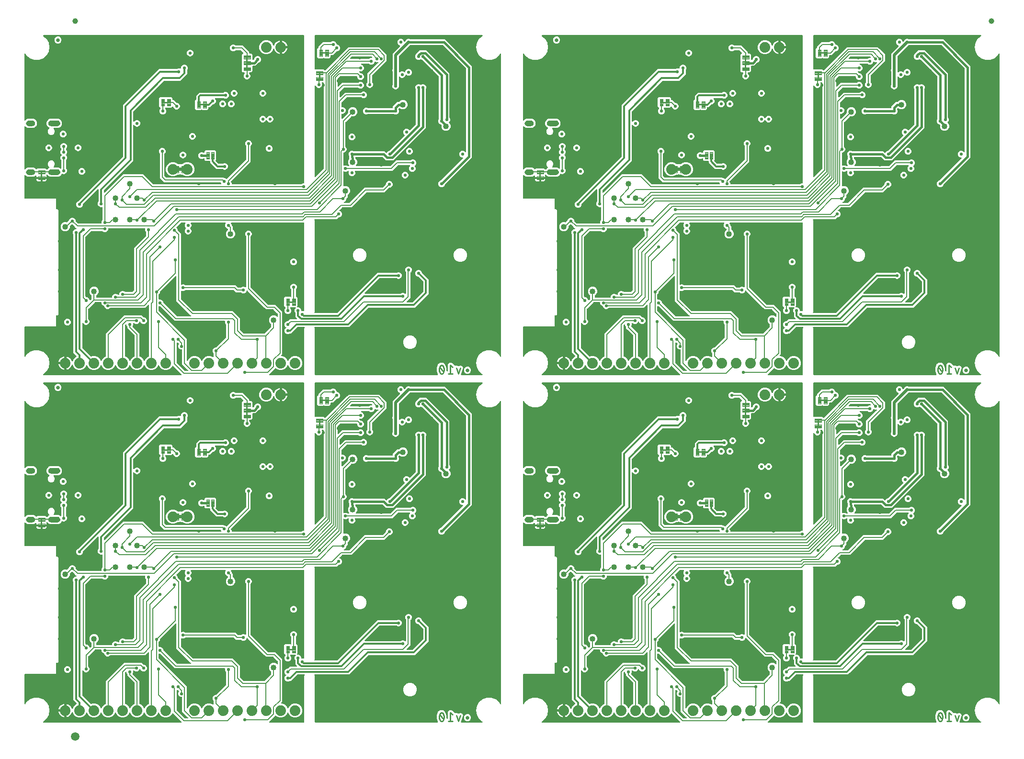
<source format=gbl>
G04 EAGLE Gerber RS-274X export*
G75*
%MOMM*%
%FSLAX34Y34*%
%LPD*%
%INBottom Copper*%
%IPPOS*%
%AMOC8*
5,1,8,0,0,1.08239X$1,22.5*%
G01*
%ADD10C,0.279400*%
%ADD11C,0.099059*%
%ADD12C,0.635000*%
%ADD13C,0.654000*%
%ADD14C,1.879600*%
%ADD15C,1.016000*%
%ADD16C,0.101600*%
%ADD17C,1.000000*%
%ADD18C,1.500000*%
%ADD19C,0.558800*%
%ADD20C,0.203200*%
%ADD21C,0.381000*%
%ADD22C,0.304800*%
%ADD23C,0.182881*%
%ADD24C,0.508000*%

G36*
X1615512Y618756D02*
X1615512Y618756D01*
X1615595Y618758D01*
X1615652Y618776D01*
X1615711Y618785D01*
X1615787Y618819D01*
X1615866Y618844D01*
X1615916Y618877D01*
X1615970Y618901D01*
X1616034Y618955D01*
X1616103Y619001D01*
X1616142Y619046D01*
X1616187Y619084D01*
X1616233Y619154D01*
X1616287Y619217D01*
X1616312Y619272D01*
X1616345Y619321D01*
X1616370Y619401D01*
X1616404Y619477D01*
X1616412Y619536D01*
X1616430Y619592D01*
X1616433Y619676D01*
X1616444Y619758D01*
X1616436Y619809D01*
X1616438Y619876D01*
X1616402Y620012D01*
X1616389Y620089D01*
X1615913Y621478D01*
X1615881Y621542D01*
X1615866Y621594D01*
X1615175Y623010D01*
X1614359Y626546D01*
X1614318Y626653D01*
X1614315Y626662D01*
X1614315Y630639D01*
X1614353Y630740D01*
X1614359Y630754D01*
X1615175Y634290D01*
X1615239Y634422D01*
X1615241Y634428D01*
X1615244Y634432D01*
X1615255Y634471D01*
X1615327Y634693D01*
X1615328Y634728D01*
X1615336Y634755D01*
X1615378Y635134D01*
X1615541Y635265D01*
X1615580Y635305D01*
X1615625Y635339D01*
X1615666Y635396D01*
X1615736Y635471D01*
X1615780Y635557D01*
X1615820Y635612D01*
X1615866Y635707D01*
X1615888Y635775D01*
X1615913Y635822D01*
X1616586Y637785D01*
X1620512Y640589D01*
X1625335Y640589D01*
X1629261Y637785D01*
X1629934Y635822D01*
X1629966Y635758D01*
X1629981Y635707D01*
X1630672Y634290D01*
X1631488Y630754D01*
X1631529Y630647D01*
X1631532Y630638D01*
X1631532Y626618D01*
X1631540Y626560D01*
X1631539Y626502D01*
X1631560Y626420D01*
X1631572Y626336D01*
X1631596Y626283D01*
X1631610Y626227D01*
X1631654Y626154D01*
X1631688Y626077D01*
X1631726Y626032D01*
X1631756Y625982D01*
X1631817Y625924D01*
X1631872Y625860D01*
X1631920Y625828D01*
X1631963Y625788D01*
X1632038Y625749D01*
X1632108Y625702D01*
X1632164Y625685D01*
X1632216Y625658D01*
X1632284Y625647D01*
X1632379Y625617D01*
X1632479Y625614D01*
X1632547Y625603D01*
X1633094Y625603D01*
X1633152Y625611D01*
X1633210Y625609D01*
X1633292Y625631D01*
X1633375Y625643D01*
X1633429Y625666D01*
X1633485Y625681D01*
X1633558Y625724D01*
X1633635Y625759D01*
X1633679Y625797D01*
X1633730Y625826D01*
X1633787Y625888D01*
X1633852Y625942D01*
X1633884Y625991D01*
X1633924Y626034D01*
X1633962Y626109D01*
X1634009Y626179D01*
X1634027Y626235D01*
X1634053Y626287D01*
X1634065Y626355D01*
X1634095Y626450D01*
X1634098Y626550D01*
X1634109Y626618D01*
X1634109Y635841D01*
X1634100Y635904D01*
X1634103Y635953D01*
X1633932Y637490D01*
X1633973Y637570D01*
X1633990Y637596D01*
X1633992Y637603D01*
X1634031Y637669D01*
X1634039Y637700D01*
X1634053Y637728D01*
X1634066Y637805D01*
X1634103Y637944D01*
X1634102Y637977D01*
X1635197Y639073D01*
X1635236Y639124D01*
X1635272Y639156D01*
X1636238Y640364D01*
X1636327Y640393D01*
X1636435Y640421D01*
X1636462Y640437D01*
X1636492Y640446D01*
X1636556Y640492D01*
X1636680Y640565D01*
X1636703Y640589D01*
X1638252Y640589D01*
X1638316Y640598D01*
X1638364Y640595D01*
X1639902Y640766D01*
X1639985Y640723D01*
X1640081Y640666D01*
X1640111Y640659D01*
X1640139Y640644D01*
X1640217Y640631D01*
X1640356Y640595D01*
X1640389Y640596D01*
X1641484Y639500D01*
X1641535Y639462D01*
X1641568Y639426D01*
X1646578Y635418D01*
X1646623Y635391D01*
X1646662Y635357D01*
X1646745Y635319D01*
X1646822Y635273D01*
X1646873Y635260D01*
X1646920Y635238D01*
X1647010Y635224D01*
X1647098Y635202D01*
X1647150Y635203D01*
X1647201Y635195D01*
X1647273Y635207D01*
X1647382Y635210D01*
X1647469Y635237D01*
X1647533Y635247D01*
X1649634Y635948D01*
X1652169Y634680D01*
X1652185Y634675D01*
X1652199Y634665D01*
X1652320Y634630D01*
X1652438Y634590D01*
X1652455Y634589D01*
X1652472Y634584D01*
X1652598Y634583D01*
X1652722Y634578D01*
X1652739Y634582D01*
X1652756Y634582D01*
X1652824Y634602D01*
X1652999Y634645D01*
X1653040Y634669D01*
X1653077Y634680D01*
X1655612Y635948D01*
X1659106Y634783D01*
X1660753Y631489D01*
X1657416Y621478D01*
X1657413Y621463D01*
X1657407Y621449D01*
X1657388Y621323D01*
X1657365Y621198D01*
X1657366Y621183D01*
X1657364Y621168D01*
X1657375Y621100D01*
X1657393Y620916D01*
X1657410Y620872D01*
X1657416Y620836D01*
X1657423Y620816D01*
X1657122Y620214D01*
X1657119Y620206D01*
X1657114Y620199D01*
X1657074Y620071D01*
X1657031Y619944D01*
X1657031Y619936D01*
X1657029Y619928D01*
X1657025Y619793D01*
X1657019Y619660D01*
X1657021Y619652D01*
X1657021Y619644D01*
X1657055Y619515D01*
X1657087Y619384D01*
X1657091Y619377D01*
X1657093Y619369D01*
X1657161Y619254D01*
X1657228Y619137D01*
X1657234Y619131D01*
X1657238Y619124D01*
X1657336Y619033D01*
X1657432Y618939D01*
X1657439Y618935D01*
X1657446Y618930D01*
X1657564Y618869D01*
X1657683Y618806D01*
X1657691Y618804D01*
X1657699Y618800D01*
X1657750Y618792D01*
X1657961Y618747D01*
X1657999Y618750D01*
X1658030Y618745D01*
X1694347Y618745D01*
X1694420Y618755D01*
X1694494Y618755D01*
X1694560Y618775D01*
X1694629Y618785D01*
X1694696Y618815D01*
X1694766Y618835D01*
X1694825Y618872D01*
X1694888Y618901D01*
X1694944Y618948D01*
X1695006Y618988D01*
X1695052Y619040D01*
X1695105Y619084D01*
X1695146Y619146D01*
X1695195Y619201D01*
X1695224Y619263D01*
X1695263Y619321D01*
X1695285Y619391D01*
X1695316Y619458D01*
X1695328Y619526D01*
X1695348Y619592D01*
X1695350Y619666D01*
X1695362Y619738D01*
X1695354Y619807D01*
X1695356Y619876D01*
X1695337Y619947D01*
X1695328Y620021D01*
X1695301Y620084D01*
X1695284Y620151D01*
X1695246Y620215D01*
X1695218Y620282D01*
X1695179Y620327D01*
X1695139Y620396D01*
X1695049Y620480D01*
X1695000Y620538D01*
X1689295Y625324D01*
X1685309Y632229D01*
X1683925Y640080D01*
X1685309Y647931D01*
X1689295Y654835D01*
X1695402Y659960D01*
X1702894Y662687D01*
X1710866Y662687D01*
X1718358Y659960D01*
X1724465Y654836D01*
X1726321Y651621D01*
X1726333Y651606D01*
X1726341Y651588D01*
X1726420Y651494D01*
X1726496Y651397D01*
X1726512Y651386D01*
X1726525Y651371D01*
X1726627Y651302D01*
X1726726Y651231D01*
X1726745Y651224D01*
X1726761Y651213D01*
X1726879Y651176D01*
X1726994Y651134D01*
X1727014Y651133D01*
X1727032Y651127D01*
X1727155Y651124D01*
X1727278Y651116D01*
X1727297Y651121D01*
X1727316Y651120D01*
X1727435Y651151D01*
X1727555Y651178D01*
X1727573Y651187D01*
X1727591Y651192D01*
X1727697Y651254D01*
X1727805Y651313D01*
X1727819Y651327D01*
X1727836Y651337D01*
X1727920Y651427D01*
X1728007Y651513D01*
X1728017Y651530D01*
X1728030Y651544D01*
X1728086Y651654D01*
X1728146Y651761D01*
X1728151Y651780D01*
X1728160Y651798D01*
X1728172Y651870D01*
X1728211Y652038D01*
X1728209Y652089D01*
X1728215Y652129D01*
X1728215Y1186831D01*
X1728213Y1186851D01*
X1728215Y1186870D01*
X1728193Y1186991D01*
X1728175Y1187113D01*
X1728167Y1187131D01*
X1728164Y1187150D01*
X1728109Y1187260D01*
X1728059Y1187372D01*
X1728047Y1187387D01*
X1728038Y1187405D01*
X1727955Y1187496D01*
X1727876Y1187589D01*
X1727859Y1187600D01*
X1727846Y1187615D01*
X1727741Y1187679D01*
X1727639Y1187747D01*
X1727620Y1187753D01*
X1727604Y1187763D01*
X1727485Y1187796D01*
X1727368Y1187833D01*
X1727348Y1187833D01*
X1727329Y1187838D01*
X1727207Y1187837D01*
X1727084Y1187840D01*
X1727065Y1187835D01*
X1727045Y1187835D01*
X1726927Y1187799D01*
X1726809Y1187768D01*
X1726792Y1187758D01*
X1726773Y1187752D01*
X1726670Y1187686D01*
X1726564Y1187623D01*
X1726551Y1187609D01*
X1726534Y1187598D01*
X1726488Y1187541D01*
X1726370Y1187416D01*
X1726346Y1187370D01*
X1726321Y1187339D01*
X1724465Y1184125D01*
X1718358Y1179000D01*
X1710866Y1176273D01*
X1702894Y1176273D01*
X1695402Y1179000D01*
X1689295Y1184124D01*
X1685309Y1191029D01*
X1683925Y1198880D01*
X1685309Y1206731D01*
X1689295Y1213635D01*
X1695000Y1218422D01*
X1695049Y1218477D01*
X1695105Y1218525D01*
X1695144Y1218582D01*
X1695190Y1218634D01*
X1695222Y1218700D01*
X1695263Y1218761D01*
X1695284Y1218827D01*
X1695314Y1218890D01*
X1695326Y1218962D01*
X1695348Y1219032D01*
X1695350Y1219101D01*
X1695362Y1219170D01*
X1695354Y1219243D01*
X1695356Y1219316D01*
X1695338Y1219383D01*
X1695331Y1219452D01*
X1695303Y1219520D01*
X1695284Y1219591D01*
X1695249Y1219651D01*
X1695222Y1219715D01*
X1695176Y1219773D01*
X1695139Y1219836D01*
X1695088Y1219883D01*
X1695045Y1219937D01*
X1694985Y1219980D01*
X1694931Y1220030D01*
X1694870Y1220062D01*
X1694813Y1220102D01*
X1694744Y1220126D01*
X1694678Y1220160D01*
X1694620Y1220170D01*
X1694545Y1220196D01*
X1694423Y1220203D01*
X1694347Y1220215D01*
X1399794Y1220215D01*
X1399736Y1220207D01*
X1399678Y1220209D01*
X1399596Y1220187D01*
X1399512Y1220175D01*
X1399459Y1220152D01*
X1399403Y1220137D01*
X1399330Y1220094D01*
X1399253Y1220059D01*
X1399208Y1220021D01*
X1399158Y1219992D01*
X1399100Y1219930D01*
X1399036Y1219876D01*
X1399004Y1219827D01*
X1398964Y1219784D01*
X1398925Y1219709D01*
X1398878Y1219639D01*
X1398861Y1219583D01*
X1398834Y1219531D01*
X1398823Y1219463D01*
X1398793Y1219368D01*
X1398790Y1219268D01*
X1398779Y1219200D01*
X1398779Y1195063D01*
X1398770Y1195051D01*
X1398710Y1194987D01*
X1398684Y1194937D01*
X1398651Y1194893D01*
X1398631Y1194840D01*
X1398624Y1194830D01*
X1398616Y1194804D01*
X1398580Y1194734D01*
X1398572Y1194686D01*
X1398550Y1194628D01*
X1398546Y1194583D01*
X1398539Y1194559D01*
X1398536Y1194473D01*
X1398525Y1194403D01*
X1398525Y1160653D01*
X1398533Y1160595D01*
X1398531Y1160537D01*
X1398553Y1160455D01*
X1398565Y1160371D01*
X1398588Y1160318D01*
X1398603Y1160262D01*
X1398646Y1160189D01*
X1398681Y1160112D01*
X1398719Y1160067D01*
X1398748Y1160017D01*
X1398810Y1159959D01*
X1398864Y1159895D01*
X1398913Y1159863D01*
X1398956Y1159823D01*
X1399031Y1159784D01*
X1399101Y1159737D01*
X1399157Y1159720D01*
X1399209Y1159693D01*
X1399277Y1159682D01*
X1399372Y1159652D01*
X1399472Y1159649D01*
X1399540Y1159638D01*
X1414483Y1159638D01*
X1416183Y1157937D01*
X1416230Y1157902D01*
X1416270Y1157860D01*
X1416343Y1157817D01*
X1416410Y1157766D01*
X1416465Y1157746D01*
X1416515Y1157716D01*
X1416597Y1157695D01*
X1416676Y1157665D01*
X1416734Y1157660D01*
X1416791Y1157646D01*
X1416875Y1157649D01*
X1416959Y1157642D01*
X1417017Y1157653D01*
X1417075Y1157655D01*
X1417155Y1157681D01*
X1417238Y1157697D01*
X1417290Y1157724D01*
X1417346Y1157742D01*
X1417402Y1157783D01*
X1417490Y1157828D01*
X1417563Y1157897D01*
X1417619Y1157937D01*
X1458598Y1198917D01*
X1512766Y1198917D01*
X1515444Y1196239D01*
X1515444Y1196238D01*
X1522846Y1188836D01*
X1525525Y1186158D01*
X1525525Y1174336D01*
X1500422Y1149234D01*
X1500370Y1149164D01*
X1500310Y1149100D01*
X1500284Y1149051D01*
X1500251Y1149006D01*
X1500220Y1148925D01*
X1500180Y1148847D01*
X1500172Y1148799D01*
X1500150Y1148741D01*
X1500138Y1148593D01*
X1500125Y1148516D01*
X1500125Y1137459D01*
X1500137Y1137372D01*
X1500140Y1137285D01*
X1500157Y1137232D01*
X1500165Y1137177D01*
X1500200Y1137097D01*
X1500227Y1137014D01*
X1500255Y1136975D01*
X1500281Y1136918D01*
X1500377Y1136804D01*
X1500422Y1136741D01*
X1501013Y1136150D01*
X1501903Y1134002D01*
X1501903Y1131678D01*
X1501013Y1129530D01*
X1499370Y1127887D01*
X1497222Y1126997D01*
X1494898Y1126997D01*
X1492750Y1127887D01*
X1491107Y1129530D01*
X1490217Y1131678D01*
X1490217Y1134002D01*
X1491107Y1136150D01*
X1491698Y1136741D01*
X1491750Y1136811D01*
X1491810Y1136874D01*
X1491836Y1136924D01*
X1491869Y1136968D01*
X1491900Y1137050D01*
X1491940Y1137128D01*
X1491948Y1137175D01*
X1491970Y1137234D01*
X1491982Y1137381D01*
X1491995Y1137459D01*
X1491995Y1152304D01*
X1510676Y1170984D01*
X1510693Y1171008D01*
X1510716Y1171027D01*
X1510779Y1171121D01*
X1510847Y1171211D01*
X1510857Y1171239D01*
X1510873Y1171263D01*
X1510908Y1171371D01*
X1510948Y1171477D01*
X1510950Y1171506D01*
X1510959Y1171534D01*
X1510962Y1171648D01*
X1510971Y1171760D01*
X1510966Y1171789D01*
X1510966Y1171818D01*
X1510938Y1171928D01*
X1510916Y1172039D01*
X1510902Y1172065D01*
X1510895Y1172093D01*
X1510837Y1172191D01*
X1510785Y1172291D01*
X1510764Y1172313D01*
X1510749Y1172338D01*
X1510667Y1172415D01*
X1510589Y1172497D01*
X1510563Y1172512D01*
X1510542Y1172532D01*
X1510441Y1172584D01*
X1510343Y1172641D01*
X1510315Y1172648D01*
X1510289Y1172662D01*
X1510212Y1172675D01*
X1510068Y1172711D01*
X1510005Y1172709D01*
X1509958Y1172717D01*
X1507598Y1172717D01*
X1505847Y1173443D01*
X1505735Y1173471D01*
X1505626Y1173506D01*
X1505598Y1173507D01*
X1505571Y1173514D01*
X1505457Y1173510D01*
X1505342Y1173513D01*
X1505315Y1173506D01*
X1505287Y1173505D01*
X1505178Y1173470D01*
X1505067Y1173441D01*
X1505043Y1173427D01*
X1505016Y1173419D01*
X1504921Y1173355D01*
X1504822Y1173296D01*
X1504803Y1173276D01*
X1504780Y1173261D01*
X1504706Y1173173D01*
X1504628Y1173089D01*
X1504615Y1173064D01*
X1504597Y1173043D01*
X1504551Y1172938D01*
X1504498Y1172836D01*
X1504494Y1172811D01*
X1504482Y1172783D01*
X1504467Y1172678D01*
X1503553Y1170471D01*
X1501910Y1168828D01*
X1499762Y1167938D01*
X1497438Y1167938D01*
X1495290Y1168828D01*
X1494699Y1169419D01*
X1494629Y1169471D01*
X1494566Y1169531D01*
X1494516Y1169557D01*
X1494472Y1169590D01*
X1494390Y1169621D01*
X1494312Y1169661D01*
X1494265Y1169669D01*
X1494206Y1169691D01*
X1494059Y1169703D01*
X1493981Y1169716D01*
X1481414Y1169716D01*
X1481329Y1169704D01*
X1481243Y1169702D01*
X1481189Y1169684D01*
X1481132Y1169676D01*
X1481054Y1169641D01*
X1480972Y1169615D01*
X1480925Y1169583D01*
X1480873Y1169560D01*
X1480807Y1169505D01*
X1480736Y1169457D01*
X1480699Y1169413D01*
X1480656Y1169377D01*
X1480608Y1169305D01*
X1480553Y1169239D01*
X1480530Y1169187D01*
X1480498Y1169140D01*
X1480472Y1169058D01*
X1480437Y1168979D01*
X1480430Y1168923D01*
X1480412Y1168869D01*
X1480410Y1168783D01*
X1480399Y1168698D01*
X1480407Y1168642D01*
X1480405Y1168585D01*
X1480427Y1168502D01*
X1480439Y1168417D01*
X1480463Y1168365D01*
X1480477Y1168310D01*
X1480521Y1168236D01*
X1480556Y1168157D01*
X1480593Y1168114D01*
X1480622Y1168065D01*
X1480685Y1168006D01*
X1480741Y1167941D01*
X1480783Y1167915D01*
X1480830Y1167871D01*
X1480959Y1167805D01*
X1481025Y1167763D01*
X1482860Y1167003D01*
X1484503Y1165360D01*
X1485393Y1163212D01*
X1485393Y1160888D01*
X1484503Y1158740D01*
X1482860Y1157097D01*
X1480712Y1156207D01*
X1478352Y1156207D01*
X1478323Y1156203D01*
X1478294Y1156206D01*
X1478183Y1156183D01*
X1478071Y1156167D01*
X1478044Y1156155D01*
X1478015Y1156150D01*
X1477914Y1156097D01*
X1477811Y1156051D01*
X1477789Y1156032D01*
X1477763Y1156019D01*
X1477681Y1155941D01*
X1477594Y1155868D01*
X1477578Y1155843D01*
X1477557Y1155823D01*
X1477500Y1155725D01*
X1477437Y1155631D01*
X1477428Y1155603D01*
X1477413Y1155578D01*
X1477385Y1155468D01*
X1477351Y1155360D01*
X1477350Y1155330D01*
X1477343Y1155302D01*
X1477346Y1155189D01*
X1477344Y1155076D01*
X1477351Y1155047D01*
X1477352Y1155018D01*
X1477387Y1154910D01*
X1477415Y1154801D01*
X1477430Y1154775D01*
X1477439Y1154747D01*
X1477485Y1154683D01*
X1477561Y1154556D01*
X1477606Y1154513D01*
X1477634Y1154474D01*
X1478832Y1153276D01*
X1479158Y1152950D01*
X1479228Y1152898D01*
X1479292Y1152838D01*
X1479341Y1152812D01*
X1479386Y1152779D01*
X1479467Y1152748D01*
X1479545Y1152708D01*
X1479593Y1152700D01*
X1479651Y1152678D01*
X1479799Y1152666D01*
X1479876Y1152653D01*
X1480712Y1152653D01*
X1482860Y1151763D01*
X1484503Y1150120D01*
X1485393Y1147972D01*
X1485393Y1145648D01*
X1484503Y1143500D01*
X1482860Y1141857D01*
X1480712Y1140967D01*
X1478388Y1140967D01*
X1476240Y1141857D01*
X1474597Y1143500D01*
X1473707Y1145648D01*
X1473707Y1146484D01*
X1473695Y1146570D01*
X1473692Y1146658D01*
X1473675Y1146710D01*
X1473667Y1146765D01*
X1473632Y1146845D01*
X1473605Y1146928D01*
X1473577Y1146968D01*
X1473551Y1147025D01*
X1473455Y1147138D01*
X1473410Y1147202D01*
X1473084Y1147528D01*
X1473014Y1147580D01*
X1472950Y1147640D01*
X1472901Y1147666D01*
X1472856Y1147699D01*
X1472775Y1147730D01*
X1472697Y1147770D01*
X1472649Y1147778D01*
X1472591Y1147800D01*
X1472443Y1147812D01*
X1472366Y1147825D01*
X1444043Y1147825D01*
X1443956Y1147813D01*
X1443869Y1147810D01*
X1443816Y1147793D01*
X1443761Y1147785D01*
X1443682Y1147750D01*
X1443598Y1147723D01*
X1443559Y1147695D01*
X1443502Y1147669D01*
X1443389Y1147573D01*
X1443325Y1147528D01*
X1439462Y1143665D01*
X1439410Y1143595D01*
X1439350Y1143531D01*
X1439324Y1143482D01*
X1439291Y1143438D01*
X1439260Y1143356D01*
X1439220Y1143278D01*
X1439212Y1143231D01*
X1439190Y1143172D01*
X1439178Y1143024D01*
X1439165Y1142947D01*
X1439165Y1130372D01*
X1439169Y1130343D01*
X1439166Y1130314D01*
X1439189Y1130203D01*
X1439205Y1130091D01*
X1439217Y1130064D01*
X1439222Y1130035D01*
X1439274Y1129935D01*
X1439321Y1129831D01*
X1439340Y1129809D01*
X1439353Y1129783D01*
X1439431Y1129701D01*
X1439504Y1129614D01*
X1439529Y1129598D01*
X1439549Y1129577D01*
X1439647Y1129519D01*
X1439741Y1129457D01*
X1439769Y1129448D01*
X1439794Y1129433D01*
X1439904Y1129405D01*
X1440012Y1129371D01*
X1440042Y1129370D01*
X1440070Y1129363D01*
X1440183Y1129366D01*
X1440296Y1129364D01*
X1440325Y1129371D01*
X1440354Y1129372D01*
X1440462Y1129407D01*
X1440571Y1129435D01*
X1440597Y1129450D01*
X1440625Y1129459D01*
X1440688Y1129505D01*
X1440816Y1129581D01*
X1440859Y1129626D01*
X1440898Y1129654D01*
X1446878Y1135635D01*
X1474931Y1135635D01*
X1475018Y1135647D01*
X1475105Y1135650D01*
X1475158Y1135667D01*
X1475213Y1135675D01*
X1475293Y1135710D01*
X1475376Y1135737D01*
X1475415Y1135765D01*
X1475472Y1135791D01*
X1475586Y1135887D01*
X1475649Y1135932D01*
X1476240Y1136523D01*
X1478388Y1137413D01*
X1480712Y1137413D01*
X1482860Y1136523D01*
X1484503Y1134880D01*
X1485393Y1132732D01*
X1485393Y1130408D01*
X1484503Y1128260D01*
X1482860Y1126617D01*
X1480712Y1125727D01*
X1478388Y1125727D01*
X1476240Y1126617D01*
X1475649Y1127208D01*
X1475579Y1127260D01*
X1475516Y1127320D01*
X1475466Y1127346D01*
X1475422Y1127379D01*
X1475340Y1127410D01*
X1475262Y1127450D01*
X1475215Y1127458D01*
X1475156Y1127480D01*
X1475009Y1127492D01*
X1474931Y1127505D01*
X1450666Y1127505D01*
X1450580Y1127493D01*
X1450492Y1127490D01*
X1450440Y1127473D01*
X1450385Y1127465D01*
X1450305Y1127430D01*
X1450222Y1127403D01*
X1450182Y1127375D01*
X1450125Y1127349D01*
X1450012Y1127253D01*
X1449948Y1127208D01*
X1442764Y1120024D01*
X1442712Y1119954D01*
X1442652Y1119890D01*
X1442626Y1119841D01*
X1442593Y1119796D01*
X1442562Y1119715D01*
X1442522Y1119637D01*
X1442514Y1119589D01*
X1442492Y1119531D01*
X1442485Y1119444D01*
X1442481Y1119431D01*
X1442479Y1119382D01*
X1442467Y1119306D01*
X1442467Y1111576D01*
X1442471Y1111547D01*
X1442468Y1111518D01*
X1442491Y1111407D01*
X1442507Y1111295D01*
X1442519Y1111268D01*
X1442524Y1111239D01*
X1442576Y1111139D01*
X1442623Y1111035D01*
X1442642Y1111013D01*
X1442655Y1110987D01*
X1442733Y1110905D01*
X1442806Y1110818D01*
X1442831Y1110802D01*
X1442851Y1110781D01*
X1442949Y1110723D01*
X1443043Y1110661D01*
X1443071Y1110652D01*
X1443096Y1110637D01*
X1443206Y1110609D01*
X1443314Y1110575D01*
X1443344Y1110574D01*
X1443372Y1110567D01*
X1443485Y1110570D01*
X1443598Y1110568D01*
X1443627Y1110575D01*
X1443656Y1110576D01*
X1443764Y1110611D01*
X1443873Y1110639D01*
X1443899Y1110654D01*
X1443927Y1110663D01*
X1443990Y1110709D01*
X1444118Y1110785D01*
X1444161Y1110830D01*
X1444200Y1110858D01*
X1451831Y1118490D01*
X1480646Y1118490D01*
X1480733Y1118502D01*
X1480820Y1118505D01*
X1480873Y1118522D01*
X1480928Y1118530D01*
X1481008Y1118565D01*
X1481091Y1118592D01*
X1481130Y1118620D01*
X1481187Y1118646D01*
X1481300Y1118742D01*
X1481364Y1118787D01*
X1481955Y1119378D01*
X1484103Y1120268D01*
X1486427Y1120268D01*
X1488575Y1119378D01*
X1490218Y1117735D01*
X1491108Y1115587D01*
X1491108Y1113263D01*
X1490218Y1111115D01*
X1488575Y1109472D01*
X1486427Y1108582D01*
X1484103Y1108582D01*
X1481955Y1109472D01*
X1481364Y1110063D01*
X1481294Y1110115D01*
X1481231Y1110175D01*
X1481181Y1110201D01*
X1481137Y1110234D01*
X1481055Y1110265D01*
X1480977Y1110305D01*
X1480930Y1110313D01*
X1480871Y1110335D01*
X1480724Y1110347D01*
X1480646Y1110360D01*
X1455619Y1110360D01*
X1455533Y1110348D01*
X1455445Y1110345D01*
X1455393Y1110328D01*
X1455338Y1110320D01*
X1455258Y1110285D01*
X1455175Y1110258D01*
X1455135Y1110230D01*
X1455078Y1110204D01*
X1454965Y1110108D01*
X1454901Y1110063D01*
X1446066Y1101228D01*
X1446014Y1101158D01*
X1445954Y1101094D01*
X1445928Y1101045D01*
X1445895Y1101000D01*
X1445864Y1100919D01*
X1445824Y1100841D01*
X1445816Y1100793D01*
X1445794Y1100735D01*
X1445782Y1100587D01*
X1445769Y1100510D01*
X1445769Y1093978D01*
X1445777Y1093920D01*
X1445775Y1093862D01*
X1445797Y1093780D01*
X1445809Y1093696D01*
X1445832Y1093643D01*
X1445847Y1093587D01*
X1445890Y1093514D01*
X1445925Y1093437D01*
X1445963Y1093392D01*
X1445992Y1093342D01*
X1446054Y1093284D01*
X1446108Y1093220D01*
X1446157Y1093188D01*
X1446200Y1093148D01*
X1446275Y1093109D01*
X1446345Y1093062D01*
X1446401Y1093045D01*
X1446453Y1093018D01*
X1446521Y1093007D01*
X1446616Y1092977D01*
X1446716Y1092974D01*
X1446784Y1092963D01*
X1448962Y1092963D01*
X1451110Y1092073D01*
X1452753Y1090430D01*
X1453643Y1088282D01*
X1453643Y1085958D01*
X1452753Y1083810D01*
X1451110Y1082167D01*
X1448962Y1081277D01*
X1446784Y1081277D01*
X1446726Y1081269D01*
X1446668Y1081271D01*
X1446586Y1081249D01*
X1446502Y1081237D01*
X1446449Y1081214D01*
X1446393Y1081199D01*
X1446320Y1081156D01*
X1446243Y1081121D01*
X1446198Y1081083D01*
X1446148Y1081054D01*
X1446090Y1080992D01*
X1446026Y1080938D01*
X1445994Y1080889D01*
X1445954Y1080846D01*
X1445915Y1080771D01*
X1445868Y1080701D01*
X1445851Y1080645D01*
X1445824Y1080593D01*
X1445813Y1080525D01*
X1445783Y1080430D01*
X1445780Y1080330D01*
X1445769Y1080262D01*
X1445769Y1072968D01*
X1445773Y1072939D01*
X1445770Y1072910D01*
X1445793Y1072798D01*
X1445809Y1072687D01*
X1445821Y1072660D01*
X1445826Y1072631D01*
X1445879Y1072530D01*
X1445925Y1072427D01*
X1445944Y1072405D01*
X1445957Y1072379D01*
X1446035Y1072296D01*
X1446108Y1072210D01*
X1446133Y1072194D01*
X1446153Y1072173D01*
X1446251Y1072115D01*
X1446345Y1072053D01*
X1446373Y1072044D01*
X1446398Y1072029D01*
X1446508Y1072001D01*
X1446616Y1071967D01*
X1446645Y1071966D01*
X1446674Y1071959D01*
X1446787Y1071962D01*
X1446900Y1071960D01*
X1446929Y1071967D01*
X1446958Y1071968D01*
X1447066Y1072003D01*
X1447175Y1072031D01*
X1447201Y1072046D01*
X1447229Y1072055D01*
X1447293Y1072101D01*
X1447420Y1072177D01*
X1447463Y1072222D01*
X1447502Y1072250D01*
X1447684Y1072432D01*
X1457195Y1081944D01*
X1457196Y1081945D01*
X1457198Y1081946D01*
X1457281Y1082058D01*
X1457366Y1082171D01*
X1457367Y1082172D01*
X1457368Y1082174D01*
X1457416Y1082302D01*
X1457467Y1082436D01*
X1457467Y1082438D01*
X1457468Y1082440D01*
X1457479Y1082582D01*
X1457491Y1082720D01*
X1457491Y1082721D01*
X1457491Y1082723D01*
X1457487Y1082739D01*
X1457451Y1082917D01*
X1457451Y1086197D01*
X1458689Y1089185D01*
X1460975Y1091471D01*
X1463963Y1092709D01*
X1467197Y1092709D01*
X1470185Y1091471D01*
X1472471Y1089185D01*
X1473709Y1086197D01*
X1473709Y1082963D01*
X1472471Y1079975D01*
X1470185Y1077689D01*
X1467197Y1076451D01*
X1463910Y1076451D01*
X1463775Y1076486D01*
X1463773Y1076486D01*
X1463772Y1076487D01*
X1463633Y1076482D01*
X1463491Y1076478D01*
X1463489Y1076478D01*
X1463487Y1076478D01*
X1463356Y1076435D01*
X1463220Y1076392D01*
X1463219Y1076391D01*
X1463217Y1076390D01*
X1463204Y1076381D01*
X1462984Y1076233D01*
X1462964Y1076210D01*
X1462944Y1076195D01*
X1453432Y1066684D01*
X1453380Y1066614D01*
X1453320Y1066550D01*
X1453294Y1066501D01*
X1453261Y1066456D01*
X1453230Y1066375D01*
X1453190Y1066297D01*
X1453182Y1066249D01*
X1453160Y1066191D01*
X1453148Y1066043D01*
X1453135Y1065966D01*
X1453135Y1023159D01*
X1453147Y1023072D01*
X1453150Y1022985D01*
X1453167Y1022932D01*
X1453175Y1022877D01*
X1453210Y1022797D01*
X1453237Y1022714D01*
X1453265Y1022675D01*
X1453291Y1022618D01*
X1453387Y1022504D01*
X1453432Y1022441D01*
X1454023Y1021850D01*
X1454913Y1019702D01*
X1454913Y1017378D01*
X1454023Y1015230D01*
X1452380Y1013587D01*
X1450232Y1012697D01*
X1450086Y1012697D01*
X1450028Y1012689D01*
X1449970Y1012691D01*
X1449888Y1012669D01*
X1449804Y1012657D01*
X1449751Y1012634D01*
X1449695Y1012619D01*
X1449622Y1012576D01*
X1449545Y1012541D01*
X1449500Y1012503D01*
X1449450Y1012474D01*
X1449392Y1012412D01*
X1449328Y1012358D01*
X1449296Y1012309D01*
X1449256Y1012266D01*
X1449217Y1012191D01*
X1449170Y1012121D01*
X1449153Y1012065D01*
X1449126Y1012013D01*
X1449115Y1011945D01*
X1449085Y1011850D01*
X1449082Y1011750D01*
X1449071Y1011682D01*
X1449071Y990516D01*
X1449087Y990402D01*
X1449097Y990288D01*
X1449107Y990262D01*
X1449111Y990234D01*
X1449158Y990129D01*
X1449199Y990022D01*
X1449215Y990000D01*
X1449227Y989975D01*
X1449301Y989887D01*
X1449370Y989796D01*
X1449393Y989779D01*
X1449410Y989758D01*
X1449506Y989694D01*
X1449598Y989625D01*
X1449624Y989616D01*
X1449647Y989600D01*
X1449757Y989566D01*
X1449864Y989525D01*
X1449892Y989523D01*
X1449918Y989514D01*
X1450033Y989511D01*
X1450147Y989502D01*
X1450172Y989508D01*
X1450202Y989507D01*
X1450459Y989574D01*
X1450475Y989578D01*
X1451718Y990093D01*
X1454042Y990093D01*
X1456190Y989203D01*
X1456781Y988612D01*
X1456851Y988560D01*
X1456914Y988500D01*
X1456964Y988474D01*
X1457008Y988441D01*
X1457090Y988410D01*
X1457168Y988370D01*
X1457215Y988362D01*
X1457274Y988340D01*
X1457421Y988328D01*
X1457499Y988315D01*
X1458998Y988315D01*
X1459028Y988319D01*
X1459057Y988316D01*
X1459168Y988339D01*
X1459280Y988355D01*
X1459307Y988367D01*
X1459336Y988372D01*
X1459436Y988425D01*
X1459539Y988471D01*
X1459562Y988490D01*
X1459588Y988503D01*
X1459670Y988581D01*
X1459756Y988654D01*
X1459773Y988679D01*
X1459794Y988699D01*
X1459851Y988797D01*
X1459914Y988891D01*
X1459923Y988919D01*
X1459938Y988944D01*
X1459965Y989054D01*
X1460000Y989162D01*
X1460001Y989192D01*
X1460008Y989220D01*
X1460004Y989333D01*
X1460007Y989446D01*
X1460000Y989475D01*
X1459999Y989504D01*
X1459964Y989612D01*
X1459935Y989721D01*
X1459920Y989747D01*
X1459911Y989775D01*
X1459866Y989839D01*
X1459790Y989966D01*
X1459744Y990009D01*
X1459716Y990048D01*
X1458689Y991075D01*
X1457451Y994063D01*
X1457451Y997297D01*
X1458689Y1000285D01*
X1459421Y1001017D01*
X1459456Y1001064D01*
X1459499Y1001104D01*
X1459542Y1001177D01*
X1459592Y1001244D01*
X1459613Y1001299D01*
X1459643Y1001350D01*
X1459664Y1001431D01*
X1459694Y1001510D01*
X1459698Y1001568D01*
X1459713Y1001625D01*
X1459710Y1001709D01*
X1459717Y1001793D01*
X1459706Y1001851D01*
X1459704Y1001909D01*
X1459678Y1001989D01*
X1459661Y1002072D01*
X1459634Y1002124D01*
X1459616Y1002180D01*
X1459576Y1002236D01*
X1459530Y1002324D01*
X1459461Y1002397D01*
X1459421Y1002453D01*
X1459356Y1002518D01*
X1459356Y1006140D01*
X1459352Y1006170D01*
X1459354Y1006201D01*
X1459337Y1006278D01*
X1459316Y1006421D01*
X1459290Y1006480D01*
X1459279Y1006528D01*
X1458467Y1008488D01*
X1458467Y1010812D01*
X1459357Y1012960D01*
X1461000Y1014603D01*
X1463148Y1015493D01*
X1465472Y1015493D01*
X1467432Y1014681D01*
X1467462Y1014673D01*
X1467489Y1014659D01*
X1467567Y1014646D01*
X1467707Y1014610D01*
X1467771Y1014612D01*
X1467820Y1014604D01*
X1522242Y1014604D01*
X1524778Y1012068D01*
X1524870Y1011999D01*
X1524958Y1011925D01*
X1524983Y1011914D01*
X1525005Y1011897D01*
X1525113Y1011856D01*
X1525217Y1011809D01*
X1525245Y1011806D01*
X1525271Y1011796D01*
X1525385Y1011786D01*
X1525499Y1011770D01*
X1525526Y1011774D01*
X1525554Y1011772D01*
X1525666Y1011795D01*
X1525780Y1011811D01*
X1525806Y1011822D01*
X1525833Y1011828D01*
X1525935Y1011881D01*
X1526039Y1011928D01*
X1526061Y1011946D01*
X1526085Y1011959D01*
X1526168Y1012038D01*
X1526256Y1012112D01*
X1526269Y1012134D01*
X1526291Y1012155D01*
X1526426Y1012384D01*
X1526434Y1012397D01*
X1526667Y1012960D01*
X1528310Y1014603D01*
X1530270Y1015415D01*
X1530297Y1015431D01*
X1530326Y1015440D01*
X1530390Y1015486D01*
X1530515Y1015559D01*
X1530559Y1015606D01*
X1530599Y1015635D01*
X1557558Y1042594D01*
X1557593Y1042640D01*
X1557635Y1042681D01*
X1557678Y1042753D01*
X1557729Y1042821D01*
X1557750Y1042875D01*
X1557779Y1042926D01*
X1557800Y1043007D01*
X1557830Y1043086D01*
X1557835Y1043145D01*
X1557849Y1043201D01*
X1557847Y1043286D01*
X1557854Y1043370D01*
X1557842Y1043427D01*
X1557840Y1043485D01*
X1557814Y1043566D01*
X1557798Y1043648D01*
X1557771Y1043700D01*
X1557753Y1043756D01*
X1557713Y1043812D01*
X1557667Y1043901D01*
X1557598Y1043973D01*
X1557558Y1044029D01*
X1555877Y1045710D01*
X1554987Y1047858D01*
X1554987Y1050182D01*
X1555877Y1052330D01*
X1557520Y1053973D01*
X1559668Y1054863D01*
X1561992Y1054863D01*
X1564140Y1053973D01*
X1565821Y1052292D01*
X1565867Y1052257D01*
X1565908Y1052215D01*
X1565980Y1052172D01*
X1566048Y1052121D01*
X1566103Y1052100D01*
X1566153Y1052071D01*
X1566235Y1052050D01*
X1566314Y1052020D01*
X1566372Y1052015D01*
X1566429Y1052001D01*
X1566513Y1052003D01*
X1566597Y1051996D01*
X1566654Y1052008D01*
X1566713Y1052010D01*
X1566793Y1052036D01*
X1566876Y1052052D01*
X1566928Y1052079D01*
X1566983Y1052097D01*
X1567039Y1052137D01*
X1567128Y1052183D01*
X1567200Y1052252D01*
X1567257Y1052292D01*
X1577169Y1062205D01*
X1577221Y1062274D01*
X1577281Y1062338D01*
X1577307Y1062388D01*
X1577340Y1062432D01*
X1577371Y1062513D01*
X1577411Y1062591D01*
X1577419Y1062639D01*
X1577441Y1062697D01*
X1577453Y1062845D01*
X1577466Y1062922D01*
X1577466Y1124250D01*
X1577462Y1124280D01*
X1577464Y1124311D01*
X1577447Y1124388D01*
X1577426Y1124531D01*
X1577400Y1124590D01*
X1577389Y1124638D01*
X1576577Y1126598D01*
X1576577Y1128922D01*
X1577467Y1131070D01*
X1579110Y1132713D01*
X1581258Y1133603D01*
X1583582Y1133603D01*
X1585873Y1132654D01*
X1585958Y1132632D01*
X1586040Y1132601D01*
X1586095Y1132597D01*
X1586149Y1132583D01*
X1586236Y1132585D01*
X1586323Y1132578D01*
X1586370Y1132589D01*
X1586433Y1132591D01*
X1586574Y1132636D01*
X1586650Y1132654D01*
X1588833Y1133558D01*
X1591157Y1133558D01*
X1593305Y1132668D01*
X1594948Y1131025D01*
X1595838Y1128877D01*
X1595838Y1126553D01*
X1595071Y1124702D01*
X1595063Y1124672D01*
X1595049Y1124645D01*
X1595036Y1124567D01*
X1595031Y1124548D01*
X1595018Y1124507D01*
X1595018Y1124497D01*
X1595000Y1124427D01*
X1595002Y1124362D01*
X1594994Y1124313D01*
X1594994Y1055858D01*
X1537863Y998727D01*
X1524107Y998727D01*
X1518435Y1004399D01*
X1518366Y1004451D01*
X1518302Y1004511D01*
X1518252Y1004537D01*
X1518208Y1004570D01*
X1518127Y1004601D01*
X1518049Y1004641D01*
X1518001Y1004649D01*
X1517943Y1004671D01*
X1517795Y1004683D01*
X1517718Y1004696D01*
X1471549Y1004696D01*
X1471491Y1004688D01*
X1471433Y1004690D01*
X1471351Y1004668D01*
X1471267Y1004656D01*
X1471214Y1004633D01*
X1471158Y1004618D01*
X1471085Y1004575D01*
X1471008Y1004540D01*
X1470963Y1004502D01*
X1470913Y1004473D01*
X1470855Y1004411D01*
X1470791Y1004357D01*
X1470759Y1004308D01*
X1470719Y1004265D01*
X1470680Y1004190D01*
X1470633Y1004120D01*
X1470616Y1004064D01*
X1470589Y1004012D01*
X1470578Y1003944D01*
X1470548Y1003849D01*
X1470545Y1003749D01*
X1470534Y1003681D01*
X1470534Y1002643D01*
X1470546Y1002556D01*
X1470549Y1002469D01*
X1470566Y1002416D01*
X1470574Y1002361D01*
X1470609Y1002281D01*
X1470636Y1002198D01*
X1470664Y1002159D01*
X1470690Y1002102D01*
X1470786Y1001988D01*
X1470831Y1001925D01*
X1472471Y1000285D01*
X1473709Y997297D01*
X1473709Y994063D01*
X1472471Y991075D01*
X1471444Y990048D01*
X1471426Y990024D01*
X1471404Y990005D01*
X1471341Y989911D01*
X1471273Y989821D01*
X1471262Y989793D01*
X1471246Y989769D01*
X1471212Y989661D01*
X1471172Y989555D01*
X1471169Y989526D01*
X1471160Y989498D01*
X1471157Y989384D01*
X1471148Y989272D01*
X1471154Y989243D01*
X1471153Y989214D01*
X1471182Y989104D01*
X1471204Y988993D01*
X1471217Y988967D01*
X1471225Y988939D01*
X1471282Y988841D01*
X1471335Y988741D01*
X1471355Y988719D01*
X1471370Y988694D01*
X1471453Y988617D01*
X1471531Y988535D01*
X1471556Y988520D01*
X1471577Y988500D01*
X1471678Y988448D01*
X1471776Y988391D01*
X1471804Y988384D01*
X1471830Y988370D01*
X1471908Y988357D01*
X1472051Y988321D01*
X1472114Y988323D01*
X1472162Y988315D01*
X1532056Y988315D01*
X1532142Y988327D01*
X1532230Y988330D01*
X1532282Y988347D01*
X1532337Y988355D01*
X1532417Y988390D01*
X1532500Y988417D01*
X1532540Y988445D01*
X1532597Y988471D01*
X1532710Y988567D01*
X1532774Y988612D01*
X1542636Y998475D01*
X1567641Y998475D01*
X1567728Y998487D01*
X1567815Y998490D01*
X1567868Y998507D01*
X1567923Y998515D01*
X1568003Y998550D01*
X1568086Y998577D01*
X1568125Y998605D01*
X1568182Y998631D01*
X1568296Y998727D01*
X1568359Y998772D01*
X1568950Y999363D01*
X1571098Y1000253D01*
X1573422Y1000253D01*
X1575570Y999363D01*
X1577213Y997720D01*
X1578103Y995572D01*
X1578103Y993248D01*
X1577213Y991100D01*
X1575526Y989413D01*
X1575491Y989366D01*
X1575448Y989326D01*
X1575406Y989253D01*
X1575355Y989186D01*
X1575334Y989131D01*
X1575304Y989081D01*
X1575284Y988999D01*
X1575254Y988920D01*
X1575249Y988862D01*
X1575234Y988805D01*
X1575237Y988721D01*
X1575230Y988637D01*
X1575242Y988579D01*
X1575243Y988521D01*
X1575269Y988441D01*
X1575286Y988358D01*
X1575313Y988306D01*
X1575331Y988250D01*
X1575371Y988194D01*
X1575417Y988106D01*
X1575486Y988033D01*
X1575526Y987977D01*
X1575943Y987560D01*
X1576833Y985412D01*
X1576833Y983088D01*
X1575943Y980940D01*
X1574300Y979297D01*
X1572152Y978407D01*
X1569828Y978407D01*
X1567680Y979297D01*
X1566037Y980940D01*
X1565147Y983088D01*
X1565147Y985412D01*
X1566037Y987560D01*
X1567089Y988612D01*
X1567101Y988628D01*
X1567110Y988635D01*
X1567115Y988642D01*
X1567129Y988655D01*
X1567192Y988749D01*
X1567260Y988839D01*
X1567271Y988867D01*
X1567287Y988891D01*
X1567321Y988999D01*
X1567361Y989105D01*
X1567364Y989134D01*
X1567373Y989162D01*
X1567376Y989276D01*
X1567385Y989388D01*
X1567379Y989417D01*
X1567380Y989446D01*
X1567351Y989556D01*
X1567329Y989667D01*
X1567316Y989693D01*
X1567308Y989721D01*
X1567250Y989819D01*
X1567198Y989919D01*
X1567178Y989941D01*
X1567163Y989966D01*
X1567080Y990043D01*
X1567002Y990125D01*
X1566977Y990140D01*
X1566956Y990160D01*
X1566855Y990212D01*
X1566757Y990269D01*
X1566729Y990276D01*
X1566702Y990290D01*
X1566625Y990303D01*
X1566482Y990339D01*
X1566419Y990337D01*
X1566371Y990345D01*
X1546424Y990345D01*
X1546338Y990333D01*
X1546250Y990330D01*
X1546198Y990313D01*
X1546143Y990305D01*
X1546063Y990270D01*
X1545980Y990243D01*
X1545940Y990215D01*
X1545883Y990189D01*
X1545770Y990093D01*
X1545706Y990048D01*
X1535844Y980185D01*
X1470681Y980185D01*
X1470567Y980169D01*
X1470453Y980159D01*
X1470427Y980149D01*
X1470399Y980145D01*
X1470295Y980098D01*
X1470187Y980057D01*
X1470165Y980041D01*
X1470140Y980029D01*
X1470052Y979955D01*
X1469961Y979886D01*
X1469944Y979863D01*
X1469923Y979846D01*
X1469859Y979750D01*
X1469791Y979658D01*
X1469781Y979632D01*
X1469765Y979609D01*
X1469731Y979499D01*
X1469690Y979392D01*
X1469688Y979364D01*
X1469680Y979338D01*
X1469677Y979223D01*
X1469668Y979109D01*
X1469673Y979084D01*
X1469672Y979054D01*
X1469739Y978797D01*
X1469743Y978781D01*
X1470153Y977792D01*
X1470153Y975468D01*
X1469263Y973320D01*
X1467620Y971677D01*
X1465472Y970787D01*
X1463148Y970787D01*
X1461000Y971677D01*
X1459357Y973320D01*
X1458467Y975468D01*
X1458467Y977792D01*
X1458877Y978781D01*
X1458906Y978893D01*
X1458940Y979002D01*
X1458941Y979030D01*
X1458948Y979057D01*
X1458945Y979171D01*
X1458948Y979286D01*
X1458941Y979313D01*
X1458940Y979341D01*
X1458905Y979450D01*
X1458876Y979561D01*
X1458862Y979585D01*
X1458853Y979612D01*
X1458789Y979707D01*
X1458731Y979806D01*
X1458710Y979825D01*
X1458695Y979848D01*
X1458607Y979922D01*
X1458523Y980000D01*
X1458499Y980013D01*
X1458477Y980031D01*
X1458372Y980077D01*
X1458270Y980130D01*
X1458246Y980134D01*
X1458218Y980146D01*
X1457954Y980183D01*
X1457939Y980185D01*
X1457499Y980185D01*
X1457412Y980173D01*
X1457325Y980170D01*
X1457272Y980153D01*
X1457217Y980145D01*
X1457137Y980110D01*
X1457054Y980083D01*
X1457015Y980055D01*
X1456958Y980029D01*
X1456844Y979933D01*
X1456781Y979888D01*
X1456190Y979297D01*
X1454042Y978407D01*
X1451718Y978407D01*
X1450475Y978922D01*
X1450363Y978951D01*
X1450254Y978986D01*
X1450226Y978986D01*
X1450199Y978993D01*
X1450085Y978990D01*
X1449970Y978993D01*
X1449943Y978986D01*
X1449915Y978985D01*
X1449806Y978950D01*
X1449695Y978921D01*
X1449671Y978907D01*
X1449644Y978898D01*
X1449549Y978834D01*
X1449450Y978776D01*
X1449431Y978756D01*
X1449408Y978740D01*
X1449334Y978652D01*
X1449256Y978568D01*
X1449243Y978544D01*
X1449225Y978523D01*
X1449179Y978418D01*
X1449126Y978315D01*
X1449122Y978291D01*
X1449110Y978263D01*
X1449073Y977999D01*
X1449071Y977984D01*
X1449071Y953620D01*
X1449087Y953506D01*
X1449097Y953392D01*
X1449107Y953366D01*
X1449111Y953339D01*
X1449158Y953234D01*
X1449199Y953127D01*
X1449215Y953104D01*
X1449227Y953079D01*
X1449301Y952992D01*
X1449370Y952900D01*
X1449393Y952883D01*
X1449410Y952862D01*
X1449506Y952799D01*
X1449598Y952730D01*
X1449624Y952720D01*
X1449647Y952705D01*
X1449757Y952670D01*
X1449864Y952629D01*
X1449892Y952627D01*
X1449918Y952619D01*
X1450033Y952616D01*
X1450147Y952607D01*
X1450172Y952612D01*
X1450202Y952611D01*
X1450459Y952679D01*
X1450475Y952682D01*
X1451263Y953009D01*
X1454497Y953009D01*
X1457485Y951771D01*
X1459771Y949485D01*
X1461009Y946497D01*
X1461009Y943263D01*
X1459771Y940275D01*
X1457447Y937952D01*
X1457327Y937880D01*
X1457326Y937879D01*
X1457324Y937878D01*
X1457229Y937776D01*
X1457132Y937674D01*
X1457131Y937672D01*
X1457130Y937671D01*
X1457066Y937546D01*
X1457001Y937421D01*
X1457001Y937419D01*
X1457000Y937418D01*
X1456998Y937403D01*
X1456946Y937142D01*
X1456949Y937111D01*
X1456945Y937087D01*
X1456945Y933544D01*
X1454702Y931302D01*
X1454650Y931232D01*
X1454590Y931168D01*
X1454564Y931119D01*
X1454531Y931074D01*
X1454500Y930993D01*
X1454460Y930915D01*
X1454452Y930867D01*
X1454430Y930809D01*
X1454418Y930661D01*
X1454405Y930584D01*
X1454405Y929748D01*
X1453515Y927600D01*
X1451872Y925957D01*
X1450764Y925498D01*
X1450690Y925454D01*
X1450612Y925419D01*
X1450568Y925382D01*
X1450519Y925353D01*
X1450460Y925291D01*
X1450395Y925235D01*
X1450363Y925188D01*
X1450324Y925147D01*
X1450285Y925070D01*
X1450237Y924999D01*
X1450220Y924945D01*
X1450194Y924894D01*
X1450177Y924810D01*
X1450151Y924728D01*
X1450150Y924671D01*
X1450139Y924615D01*
X1450146Y924530D01*
X1450144Y924444D01*
X1450158Y924389D01*
X1450163Y924332D01*
X1450194Y924251D01*
X1450216Y924169D01*
X1450245Y924120D01*
X1450265Y924067D01*
X1450317Y923998D01*
X1450361Y923924D01*
X1450402Y923885D01*
X1450437Y923840D01*
X1450506Y923788D01*
X1450568Y923730D01*
X1450619Y923704D01*
X1450664Y923670D01*
X1450745Y923639D01*
X1450821Y923600D01*
X1450870Y923592D01*
X1450930Y923569D01*
X1451075Y923558D01*
X1451152Y923545D01*
X1459666Y923545D01*
X1459752Y923557D01*
X1459840Y923560D01*
X1459892Y923577D01*
X1459947Y923585D01*
X1460027Y923620D01*
X1460110Y923647D01*
X1460150Y923675D01*
X1460207Y923701D01*
X1460320Y923797D01*
X1460384Y923842D01*
X1486756Y950215D01*
X1518086Y950215D01*
X1518172Y950227D01*
X1518260Y950230D01*
X1518312Y950247D01*
X1518367Y950255D01*
X1518447Y950290D01*
X1518530Y950317D01*
X1518570Y950345D01*
X1518627Y950371D01*
X1518740Y950467D01*
X1518804Y950512D01*
X1524210Y955918D01*
X1524262Y955988D01*
X1524322Y956052D01*
X1524348Y956101D01*
X1524381Y956146D01*
X1524412Y956227D01*
X1524452Y956305D01*
X1524460Y956353D01*
X1524482Y956411D01*
X1524494Y956559D01*
X1524507Y956636D01*
X1524507Y957472D01*
X1525397Y959620D01*
X1527040Y961263D01*
X1529188Y962153D01*
X1531512Y962153D01*
X1533660Y961263D01*
X1535303Y959620D01*
X1536193Y957472D01*
X1536193Y955148D01*
X1535303Y953000D01*
X1533660Y951357D01*
X1531512Y950467D01*
X1530676Y950467D01*
X1530590Y950455D01*
X1530502Y950452D01*
X1530450Y950435D01*
X1530395Y950427D01*
X1530315Y950392D01*
X1530232Y950365D01*
X1530192Y950337D01*
X1530135Y950311D01*
X1530022Y950215D01*
X1529958Y950170D01*
X1521874Y942085D01*
X1490544Y942085D01*
X1490458Y942073D01*
X1490370Y942070D01*
X1490318Y942053D01*
X1490263Y942045D01*
X1490183Y942010D01*
X1490100Y941983D01*
X1490060Y941955D01*
X1490003Y941929D01*
X1489890Y941833D01*
X1489826Y941788D01*
X1463454Y915415D01*
X1447364Y915415D01*
X1447278Y915403D01*
X1447190Y915400D01*
X1447138Y915383D01*
X1447083Y915375D01*
X1447003Y915340D01*
X1446920Y915313D01*
X1446880Y915285D01*
X1446823Y915259D01*
X1446710Y915163D01*
X1446646Y915118D01*
X1442416Y910887D01*
X1442347Y910796D01*
X1442273Y910708D01*
X1442261Y910682D01*
X1442245Y910660D01*
X1442204Y910553D01*
X1442157Y910448D01*
X1442153Y910420D01*
X1442144Y910394D01*
X1442134Y910280D01*
X1442118Y910166D01*
X1442122Y910139D01*
X1442120Y910111D01*
X1442143Y909999D01*
X1442159Y909885D01*
X1442170Y909860D01*
X1442176Y909832D01*
X1442229Y909730D01*
X1442276Y909626D01*
X1442294Y909605D01*
X1442307Y909580D01*
X1442386Y909497D01*
X1442460Y909409D01*
X1442482Y909396D01*
X1442503Y909374D01*
X1442732Y909240D01*
X1442745Y909231D01*
X1444197Y908630D01*
X1445840Y906987D01*
X1446730Y904839D01*
X1446730Y902515D01*
X1445840Y900367D01*
X1444197Y898724D01*
X1442049Y897834D01*
X1441213Y897834D01*
X1441127Y897822D01*
X1441039Y897819D01*
X1440986Y897802D01*
X1440932Y897794D01*
X1440852Y897759D01*
X1440769Y897732D01*
X1440729Y897704D01*
X1440672Y897678D01*
X1440559Y897582D01*
X1440495Y897537D01*
X1437491Y894532D01*
X1399100Y894532D01*
X1399020Y894521D01*
X1398939Y894519D01*
X1398880Y894501D01*
X1398819Y894492D01*
X1398745Y894459D01*
X1398668Y894435D01*
X1398616Y894401D01*
X1398560Y894376D01*
X1398498Y894324D01*
X1398430Y894279D01*
X1398390Y894232D01*
X1398343Y894192D01*
X1398298Y894125D01*
X1398245Y894063D01*
X1398219Y894007D01*
X1398185Y893956D01*
X1398161Y893879D01*
X1398127Y893805D01*
X1398118Y893744D01*
X1398099Y893685D01*
X1398097Y893604D01*
X1398085Y893524D01*
X1398094Y893462D01*
X1398092Y893401D01*
X1398112Y893322D01*
X1398123Y893242D01*
X1398146Y893194D01*
X1398164Y893126D01*
X1398209Y893049D01*
X1398277Y892504D01*
X1398284Y892480D01*
X1398284Y892456D01*
X1398321Y892343D01*
X1398352Y892229D01*
X1398364Y892208D01*
X1398372Y892185D01*
X1398416Y892123D01*
X1398499Y891986D01*
X1398525Y891963D01*
X1398525Y890586D01*
X1398535Y890515D01*
X1398533Y890460D01*
X1398703Y889098D01*
X1398656Y889006D01*
X1398597Y888904D01*
X1398591Y888880D01*
X1398580Y888858D01*
X1398568Y888782D01*
X1398530Y888628D01*
X1398532Y888571D01*
X1398525Y888527D01*
X1398525Y734533D01*
X1398528Y734509D01*
X1398526Y734484D01*
X1398548Y734368D01*
X1398565Y734251D01*
X1398575Y734229D01*
X1398579Y734205D01*
X1398616Y734137D01*
X1398681Y733992D01*
X1398703Y733965D01*
X1398533Y732600D01*
X1398534Y732527D01*
X1398525Y732474D01*
X1398525Y731101D01*
X1398467Y731015D01*
X1398396Y730921D01*
X1398387Y730898D01*
X1398373Y730878D01*
X1398368Y730862D01*
X1398368Y730861D01*
X1398344Y730785D01*
X1398295Y730655D01*
X1398292Y730620D01*
X1398282Y730590D01*
X1398282Y730572D01*
X1398277Y730556D01*
X1398212Y730035D01*
X1398192Y729994D01*
X1398147Y729927D01*
X1398128Y729868D01*
X1398100Y729813D01*
X1398085Y729733D01*
X1398061Y729656D01*
X1398059Y729594D01*
X1398048Y729533D01*
X1398056Y729453D01*
X1398054Y729372D01*
X1398069Y729312D01*
X1398075Y729250D01*
X1398105Y729175D01*
X1398126Y729097D01*
X1398157Y729044D01*
X1398180Y728986D01*
X1398229Y728922D01*
X1398271Y728852D01*
X1398316Y728810D01*
X1398354Y728761D01*
X1398419Y728713D01*
X1398478Y728658D01*
X1398533Y728630D01*
X1398583Y728593D01*
X1398659Y728565D01*
X1398731Y728528D01*
X1398784Y728519D01*
X1398850Y728495D01*
X1398985Y728486D01*
X1399062Y728473D01*
X1437865Y728473D01*
X1437952Y728485D01*
X1438039Y728488D01*
X1438092Y728505D01*
X1438147Y728513D01*
X1438227Y728548D01*
X1438310Y728575D01*
X1438349Y728603D01*
X1438406Y728629D01*
X1438520Y728725D01*
X1438583Y728770D01*
X1506430Y796617D01*
X1509406Y799593D01*
X1542749Y799593D01*
X1542836Y799605D01*
X1542923Y799608D01*
X1542976Y799625D01*
X1543031Y799633D01*
X1543111Y799668D01*
X1543194Y799695D01*
X1543233Y799723D01*
X1543290Y799749D01*
X1543404Y799845D01*
X1543467Y799890D01*
X1543550Y799973D01*
X1545698Y800863D01*
X1548022Y800863D01*
X1550170Y799973D01*
X1551813Y798330D01*
X1552703Y796182D01*
X1552703Y793858D01*
X1551813Y791710D01*
X1550170Y790067D01*
X1548022Y789177D01*
X1545698Y789177D01*
X1543550Y790067D01*
X1543467Y790150D01*
X1543397Y790202D01*
X1543334Y790262D01*
X1543284Y790288D01*
X1543240Y790321D01*
X1543158Y790352D01*
X1543080Y790392D01*
X1543033Y790400D01*
X1542974Y790422D01*
X1542827Y790434D01*
X1542749Y790447D01*
X1513615Y790447D01*
X1513528Y790435D01*
X1513441Y790432D01*
X1513388Y790415D01*
X1513333Y790407D01*
X1513253Y790372D01*
X1513170Y790345D01*
X1513131Y790317D01*
X1513074Y790291D01*
X1512960Y790195D01*
X1512897Y790150D01*
X1487243Y764496D01*
X1487225Y764472D01*
X1487203Y764453D01*
X1487140Y764359D01*
X1487072Y764269D01*
X1487061Y764241D01*
X1487045Y764217D01*
X1487011Y764109D01*
X1486971Y764003D01*
X1486968Y763974D01*
X1486959Y763946D01*
X1486956Y763832D01*
X1486947Y763720D01*
X1486953Y763691D01*
X1486952Y763662D01*
X1486981Y763552D01*
X1487003Y763441D01*
X1487016Y763415D01*
X1487024Y763387D01*
X1487082Y763289D01*
X1487134Y763189D01*
X1487154Y763167D01*
X1487169Y763142D01*
X1487252Y763065D01*
X1487330Y762983D01*
X1487355Y762968D01*
X1487376Y762948D01*
X1487477Y762896D01*
X1487575Y762839D01*
X1487603Y762832D01*
X1487630Y762818D01*
X1487707Y762805D01*
X1487850Y762769D01*
X1487913Y762771D01*
X1487961Y762763D01*
X1550369Y762763D01*
X1550456Y762775D01*
X1550543Y762778D01*
X1550596Y762795D01*
X1550651Y762803D01*
X1550731Y762838D01*
X1550814Y762865D01*
X1550853Y762893D01*
X1550910Y762919D01*
X1551023Y763015D01*
X1551087Y763060D01*
X1551170Y763143D01*
X1553318Y764033D01*
X1555642Y764033D01*
X1557790Y763143D01*
X1558207Y762726D01*
X1558231Y762708D01*
X1558250Y762686D01*
X1558344Y762623D01*
X1558434Y762555D01*
X1558462Y762544D01*
X1558486Y762528D01*
X1558594Y762494D01*
X1558700Y762454D01*
X1558729Y762451D01*
X1558757Y762442D01*
X1558871Y762439D01*
X1558983Y762430D01*
X1559012Y762436D01*
X1559041Y762435D01*
X1559151Y762464D01*
X1559262Y762486D01*
X1559288Y762499D01*
X1559316Y762507D01*
X1559414Y762565D01*
X1559514Y762617D01*
X1559536Y762637D01*
X1559561Y762652D01*
X1559638Y762735D01*
X1559720Y762813D01*
X1559735Y762838D01*
X1559755Y762859D01*
X1559807Y762960D01*
X1559864Y763058D01*
X1559871Y763086D01*
X1559885Y763113D01*
X1559898Y763190D01*
X1559934Y763333D01*
X1559932Y763396D01*
X1559940Y763444D01*
X1559940Y801196D01*
X1559928Y801283D01*
X1559925Y801370D01*
X1559908Y801423D01*
X1559900Y801478D01*
X1559865Y801558D01*
X1559838Y801641D01*
X1559810Y801680D01*
X1559784Y801737D01*
X1559701Y801835D01*
X1558797Y804018D01*
X1558797Y806342D01*
X1559687Y808490D01*
X1561330Y810133D01*
X1563478Y811023D01*
X1565802Y811023D01*
X1567950Y810133D01*
X1569593Y808490D01*
X1570483Y806342D01*
X1570483Y804018D01*
X1569593Y801870D01*
X1568367Y800644D01*
X1568315Y800574D01*
X1568255Y800511D01*
X1568229Y800461D01*
X1568196Y800417D01*
X1568165Y800335D01*
X1568125Y800257D01*
X1568117Y800210D01*
X1568095Y800151D01*
X1568083Y800004D01*
X1568070Y799926D01*
X1568070Y755871D01*
X1561454Y749256D01*
X1561437Y749232D01*
X1561414Y749213D01*
X1561351Y749119D01*
X1561283Y749029D01*
X1561273Y749001D01*
X1561257Y748977D01*
X1561222Y748869D01*
X1561182Y748763D01*
X1561180Y748734D01*
X1561171Y748706D01*
X1561168Y748592D01*
X1561159Y748480D01*
X1561164Y748451D01*
X1561164Y748422D01*
X1561192Y748312D01*
X1561214Y748201D01*
X1561228Y748175D01*
X1561235Y748147D01*
X1561293Y748049D01*
X1561345Y747949D01*
X1561366Y747927D01*
X1561381Y747902D01*
X1561463Y747825D01*
X1561541Y747743D01*
X1561567Y747728D01*
X1561588Y747708D01*
X1561689Y747656D01*
X1561787Y747599D01*
X1561815Y747592D01*
X1561841Y747578D01*
X1561918Y747565D01*
X1562062Y747529D01*
X1562125Y747531D01*
X1562172Y747523D01*
X1571215Y747523D01*
X1571302Y747535D01*
X1571389Y747538D01*
X1571442Y747555D01*
X1571497Y747563D01*
X1571577Y747598D01*
X1571660Y747625D01*
X1571699Y747653D01*
X1571756Y747679D01*
X1571870Y747775D01*
X1571933Y747820D01*
X1590250Y766137D01*
X1590302Y766207D01*
X1590362Y766270D01*
X1590388Y766320D01*
X1590421Y766364D01*
X1590452Y766446D01*
X1590492Y766524D01*
X1590500Y766571D01*
X1590522Y766630D01*
X1590534Y766777D01*
X1590547Y766855D01*
X1590547Y783815D01*
X1590535Y783902D01*
X1590532Y783989D01*
X1590515Y784042D01*
X1590507Y784097D01*
X1590472Y784177D01*
X1590445Y784260D01*
X1590417Y784299D01*
X1590391Y784356D01*
X1590295Y784469D01*
X1590250Y784533D01*
X1582093Y792690D01*
X1582023Y792742D01*
X1581960Y792802D01*
X1581910Y792828D01*
X1581866Y792861D01*
X1581784Y792892D01*
X1581706Y792932D01*
X1581659Y792940D01*
X1581600Y792962D01*
X1581453Y792974D01*
X1581375Y792987D01*
X1581258Y792987D01*
X1579110Y793877D01*
X1577467Y795520D01*
X1576577Y797668D01*
X1576577Y799992D01*
X1577467Y802140D01*
X1579110Y803783D01*
X1581258Y804673D01*
X1583582Y804673D01*
X1585730Y803783D01*
X1587373Y802140D01*
X1588263Y799992D01*
X1588263Y799875D01*
X1588275Y799788D01*
X1588278Y799701D01*
X1588295Y799648D01*
X1588303Y799593D01*
X1588338Y799513D01*
X1588365Y799430D01*
X1588393Y799391D01*
X1588419Y799334D01*
X1588515Y799221D01*
X1588560Y799157D01*
X1596717Y791000D01*
X1599693Y788024D01*
X1599693Y762646D01*
X1575424Y738377D01*
X1494565Y738377D01*
X1494478Y738365D01*
X1494391Y738362D01*
X1494338Y738345D01*
X1494283Y738337D01*
X1494203Y738302D01*
X1494120Y738275D01*
X1494081Y738247D01*
X1494024Y738221D01*
X1493910Y738125D01*
X1493847Y738080D01*
X1459854Y704087D01*
X1399062Y704087D01*
X1398982Y704076D01*
X1398901Y704074D01*
X1398842Y704056D01*
X1398781Y704047D01*
X1398707Y704014D01*
X1398629Y703990D01*
X1398578Y703956D01*
X1398521Y703931D01*
X1398460Y703879D01*
X1398392Y703834D01*
X1398351Y703787D01*
X1398304Y703748D01*
X1398259Y703680D01*
X1398207Y703619D01*
X1398181Y703562D01*
X1398147Y703511D01*
X1398122Y703434D01*
X1398089Y703360D01*
X1398080Y703299D01*
X1398061Y703240D01*
X1398059Y703159D01*
X1398047Y703079D01*
X1398055Y703017D01*
X1398054Y702956D01*
X1398074Y702877D01*
X1398085Y702797D01*
X1398108Y702749D01*
X1398126Y702681D01*
X1398195Y702564D01*
X1398212Y702528D01*
X1398277Y702004D01*
X1398284Y701980D01*
X1398284Y701956D01*
X1398321Y701843D01*
X1398352Y701729D01*
X1398364Y701708D01*
X1398372Y701685D01*
X1398417Y701622D01*
X1398499Y701486D01*
X1398525Y701463D01*
X1398525Y700086D01*
X1398535Y700015D01*
X1398533Y699960D01*
X1398703Y698598D01*
X1398656Y698506D01*
X1398597Y698404D01*
X1398591Y698380D01*
X1398580Y698358D01*
X1398568Y698282D01*
X1398530Y698128D01*
X1398532Y698071D01*
X1398525Y698027D01*
X1398525Y632933D01*
X1398528Y632909D01*
X1398526Y632884D01*
X1398532Y632854D01*
X1398531Y632842D01*
X1398541Y632806D01*
X1398548Y632768D01*
X1398565Y632651D01*
X1398575Y632629D01*
X1398579Y632605D01*
X1398616Y632537D01*
X1398681Y632392D01*
X1398703Y632365D01*
X1398642Y631874D01*
X1398642Y631866D01*
X1398640Y631858D01*
X1398644Y631723D01*
X1398646Y631590D01*
X1398649Y631582D01*
X1398649Y631574D01*
X1398690Y631446D01*
X1398730Y631318D01*
X1398734Y631311D01*
X1398737Y631303D01*
X1398766Y631262D01*
X1398779Y631243D01*
X1398779Y619760D01*
X1398787Y619702D01*
X1398785Y619644D01*
X1398807Y619562D01*
X1398819Y619478D01*
X1398842Y619425D01*
X1398857Y619369D01*
X1398900Y619296D01*
X1398935Y619219D01*
X1398973Y619174D01*
X1399002Y619124D01*
X1399064Y619066D01*
X1399118Y619002D01*
X1399167Y618970D01*
X1399210Y618930D01*
X1399285Y618891D01*
X1399355Y618844D01*
X1399411Y618827D01*
X1399463Y618800D01*
X1399531Y618789D01*
X1399626Y618759D01*
X1399726Y618756D01*
X1399794Y618745D01*
X1615429Y618745D01*
X1615512Y618756D01*
G37*
G36*
X1615512Y4076D02*
X1615512Y4076D01*
X1615595Y4078D01*
X1615652Y4096D01*
X1615711Y4105D01*
X1615787Y4139D01*
X1615866Y4164D01*
X1615916Y4197D01*
X1615970Y4221D01*
X1616034Y4275D01*
X1616103Y4321D01*
X1616142Y4366D01*
X1616187Y4404D01*
X1616233Y4474D01*
X1616287Y4537D01*
X1616312Y4592D01*
X1616345Y4641D01*
X1616370Y4721D01*
X1616404Y4797D01*
X1616412Y4856D01*
X1616430Y4912D01*
X1616433Y4996D01*
X1616444Y5078D01*
X1616436Y5129D01*
X1616438Y5196D01*
X1616402Y5332D01*
X1616389Y5409D01*
X1615913Y6798D01*
X1615881Y6862D01*
X1615866Y6914D01*
X1615175Y8330D01*
X1614359Y11866D01*
X1614318Y11973D01*
X1614315Y11982D01*
X1614315Y15959D01*
X1614353Y16060D01*
X1614359Y16074D01*
X1615175Y19610D01*
X1615240Y19742D01*
X1615241Y19748D01*
X1615244Y19752D01*
X1615255Y19791D01*
X1615327Y20013D01*
X1615328Y20048D01*
X1615336Y20075D01*
X1615378Y20454D01*
X1615541Y20584D01*
X1615580Y20625D01*
X1615625Y20659D01*
X1615665Y20716D01*
X1615736Y20791D01*
X1615780Y20877D01*
X1615820Y20932D01*
X1615866Y21026D01*
X1615888Y21095D01*
X1615913Y21142D01*
X1616586Y23105D01*
X1620512Y25909D01*
X1625335Y25909D01*
X1629261Y23105D01*
X1629934Y21142D01*
X1629966Y21078D01*
X1629981Y21027D01*
X1630672Y19610D01*
X1631488Y16074D01*
X1631529Y15967D01*
X1631532Y15958D01*
X1631532Y11938D01*
X1631540Y11880D01*
X1631539Y11822D01*
X1631560Y11740D01*
X1631572Y11656D01*
X1631596Y11603D01*
X1631610Y11547D01*
X1631654Y11474D01*
X1631688Y11397D01*
X1631726Y11352D01*
X1631756Y11302D01*
X1631817Y11244D01*
X1631872Y11180D01*
X1631920Y11148D01*
X1631963Y11108D01*
X1632038Y11069D01*
X1632108Y11022D01*
X1632164Y11005D01*
X1632216Y10978D01*
X1632284Y10967D01*
X1632379Y10937D01*
X1632479Y10934D01*
X1632547Y10923D01*
X1633094Y10923D01*
X1633152Y10931D01*
X1633210Y10929D01*
X1633292Y10951D01*
X1633375Y10963D01*
X1633429Y10986D01*
X1633485Y11001D01*
X1633558Y11044D01*
X1633635Y11079D01*
X1633679Y11117D01*
X1633730Y11146D01*
X1633787Y11208D01*
X1633852Y11262D01*
X1633884Y11311D01*
X1633924Y11354D01*
X1633962Y11429D01*
X1634009Y11499D01*
X1634027Y11555D01*
X1634053Y11607D01*
X1634065Y11675D01*
X1634095Y11770D01*
X1634098Y11870D01*
X1634109Y11938D01*
X1634109Y21161D01*
X1634100Y21224D01*
X1634103Y21273D01*
X1633932Y22810D01*
X1633973Y22890D01*
X1633990Y22916D01*
X1633992Y22923D01*
X1634031Y22989D01*
X1634039Y23020D01*
X1634053Y23048D01*
X1634066Y23125D01*
X1634103Y23264D01*
X1634102Y23297D01*
X1635197Y24393D01*
X1635236Y24444D01*
X1635272Y24476D01*
X1636238Y25684D01*
X1636327Y25713D01*
X1636435Y25741D01*
X1636462Y25757D01*
X1636492Y25766D01*
X1636556Y25812D01*
X1636680Y25885D01*
X1636703Y25909D01*
X1638252Y25909D01*
X1638316Y25918D01*
X1638364Y25915D01*
X1639902Y26086D01*
X1639985Y26043D01*
X1640081Y25986D01*
X1640111Y25979D01*
X1640139Y25964D01*
X1640217Y25951D01*
X1640356Y25915D01*
X1640389Y25916D01*
X1641484Y24820D01*
X1641535Y24782D01*
X1641568Y24746D01*
X1646578Y20738D01*
X1646623Y20711D01*
X1646662Y20677D01*
X1646745Y20639D01*
X1646822Y20593D01*
X1646873Y20580D01*
X1646920Y20558D01*
X1647010Y20544D01*
X1647098Y20522D01*
X1647150Y20523D01*
X1647201Y20515D01*
X1647273Y20527D01*
X1647382Y20530D01*
X1647469Y20557D01*
X1647533Y20567D01*
X1649634Y21268D01*
X1652169Y20000D01*
X1652185Y19995D01*
X1652199Y19985D01*
X1652320Y19950D01*
X1652438Y19910D01*
X1652455Y19909D01*
X1652472Y19904D01*
X1652598Y19903D01*
X1652722Y19898D01*
X1652739Y19902D01*
X1652756Y19902D01*
X1652824Y19922D01*
X1652999Y19965D01*
X1653040Y19989D01*
X1653077Y20000D01*
X1655612Y21268D01*
X1659106Y20103D01*
X1660753Y16809D01*
X1657416Y6798D01*
X1657413Y6783D01*
X1657407Y6769D01*
X1657388Y6643D01*
X1657365Y6518D01*
X1657366Y6503D01*
X1657364Y6488D01*
X1657375Y6420D01*
X1657393Y6236D01*
X1657410Y6192D01*
X1657416Y6156D01*
X1657423Y6136D01*
X1657122Y5534D01*
X1657119Y5526D01*
X1657114Y5519D01*
X1657074Y5391D01*
X1657031Y5264D01*
X1657031Y5256D01*
X1657029Y5248D01*
X1657025Y5113D01*
X1657019Y4980D01*
X1657021Y4972D01*
X1657021Y4964D01*
X1657055Y4835D01*
X1657087Y4704D01*
X1657091Y4697D01*
X1657093Y4689D01*
X1657161Y4574D01*
X1657228Y4457D01*
X1657234Y4451D01*
X1657238Y4444D01*
X1657336Y4353D01*
X1657432Y4259D01*
X1657439Y4255D01*
X1657446Y4250D01*
X1657564Y4189D01*
X1657683Y4126D01*
X1657691Y4124D01*
X1657699Y4120D01*
X1657750Y4112D01*
X1657961Y4067D01*
X1657999Y4070D01*
X1658030Y4065D01*
X1694347Y4065D01*
X1694420Y4075D01*
X1694494Y4075D01*
X1694560Y4095D01*
X1694629Y4105D01*
X1694696Y4135D01*
X1694766Y4155D01*
X1694825Y4192D01*
X1694888Y4221D01*
X1694944Y4268D01*
X1695006Y4308D01*
X1695052Y4360D01*
X1695105Y4404D01*
X1695146Y4466D01*
X1695195Y4521D01*
X1695224Y4583D01*
X1695263Y4641D01*
X1695285Y4711D01*
X1695316Y4778D01*
X1695328Y4846D01*
X1695348Y4912D01*
X1695350Y4986D01*
X1695362Y5058D01*
X1695354Y5127D01*
X1695356Y5196D01*
X1695337Y5267D01*
X1695328Y5341D01*
X1695301Y5404D01*
X1695284Y5471D01*
X1695246Y5535D01*
X1695218Y5602D01*
X1695179Y5647D01*
X1695139Y5716D01*
X1695049Y5800D01*
X1695000Y5858D01*
X1689295Y10644D01*
X1685309Y17549D01*
X1683925Y25400D01*
X1685309Y33251D01*
X1689295Y40155D01*
X1695402Y45280D01*
X1702894Y48007D01*
X1710866Y48007D01*
X1718358Y45280D01*
X1724465Y40156D01*
X1726321Y36941D01*
X1726333Y36926D01*
X1726341Y36908D01*
X1726420Y36814D01*
X1726496Y36717D01*
X1726512Y36706D01*
X1726525Y36691D01*
X1726627Y36622D01*
X1726726Y36551D01*
X1726745Y36544D01*
X1726761Y36533D01*
X1726879Y36496D01*
X1726994Y36454D01*
X1727014Y36453D01*
X1727032Y36447D01*
X1727155Y36444D01*
X1727278Y36436D01*
X1727297Y36441D01*
X1727316Y36440D01*
X1727435Y36471D01*
X1727555Y36498D01*
X1727573Y36507D01*
X1727591Y36512D01*
X1727697Y36574D01*
X1727805Y36633D01*
X1727819Y36647D01*
X1727836Y36657D01*
X1727920Y36747D01*
X1728007Y36833D01*
X1728017Y36850D01*
X1728030Y36864D01*
X1728086Y36974D01*
X1728146Y37081D01*
X1728151Y37100D01*
X1728160Y37118D01*
X1728172Y37190D01*
X1728211Y37358D01*
X1728209Y37409D01*
X1728215Y37449D01*
X1728215Y572151D01*
X1728213Y572171D01*
X1728215Y572190D01*
X1728193Y572311D01*
X1728175Y572433D01*
X1728167Y572451D01*
X1728164Y572470D01*
X1728109Y572580D01*
X1728059Y572692D01*
X1728047Y572707D01*
X1728038Y572725D01*
X1727955Y572816D01*
X1727876Y572909D01*
X1727859Y572920D01*
X1727846Y572935D01*
X1727741Y572999D01*
X1727639Y573067D01*
X1727620Y573073D01*
X1727604Y573083D01*
X1727485Y573116D01*
X1727368Y573153D01*
X1727348Y573153D01*
X1727329Y573158D01*
X1727207Y573157D01*
X1727084Y573160D01*
X1727065Y573155D01*
X1727045Y573155D01*
X1726927Y573119D01*
X1726809Y573088D01*
X1726792Y573078D01*
X1726773Y573072D01*
X1726670Y573006D01*
X1726564Y572943D01*
X1726551Y572929D01*
X1726534Y572918D01*
X1726488Y572861D01*
X1726370Y572736D01*
X1726346Y572690D01*
X1726321Y572659D01*
X1724465Y569444D01*
X1718358Y564320D01*
X1710866Y561593D01*
X1702894Y561593D01*
X1695402Y564320D01*
X1689295Y569444D01*
X1685309Y576349D01*
X1683925Y584200D01*
X1685309Y592051D01*
X1689295Y598955D01*
X1695000Y603742D01*
X1695049Y603797D01*
X1695105Y603845D01*
X1695144Y603902D01*
X1695190Y603954D01*
X1695222Y604020D01*
X1695263Y604081D01*
X1695284Y604147D01*
X1695314Y604210D01*
X1695326Y604282D01*
X1695348Y604352D01*
X1695350Y604421D01*
X1695362Y604490D01*
X1695354Y604563D01*
X1695356Y604636D01*
X1695338Y604703D01*
X1695331Y604772D01*
X1695303Y604840D01*
X1695284Y604911D01*
X1695249Y604971D01*
X1695222Y605035D01*
X1695176Y605093D01*
X1695139Y605156D01*
X1695088Y605203D01*
X1695045Y605257D01*
X1694985Y605300D01*
X1694931Y605350D01*
X1694870Y605382D01*
X1694813Y605422D01*
X1694744Y605446D01*
X1694678Y605480D01*
X1694620Y605490D01*
X1694545Y605516D01*
X1694423Y605523D01*
X1694347Y605535D01*
X1399794Y605535D01*
X1399736Y605527D01*
X1399678Y605529D01*
X1399596Y605507D01*
X1399512Y605495D01*
X1399459Y605472D01*
X1399403Y605457D01*
X1399330Y605414D01*
X1399253Y605379D01*
X1399208Y605341D01*
X1399158Y605312D01*
X1399100Y605250D01*
X1399036Y605196D01*
X1399004Y605147D01*
X1398964Y605104D01*
X1398925Y605029D01*
X1398878Y604959D01*
X1398861Y604903D01*
X1398834Y604851D01*
X1398823Y604783D01*
X1398793Y604688D01*
X1398790Y604588D01*
X1398779Y604520D01*
X1398779Y580383D01*
X1398770Y580371D01*
X1398710Y580307D01*
X1398684Y580258D01*
X1398651Y580213D01*
X1398631Y580160D01*
X1398624Y580150D01*
X1398616Y580124D01*
X1398580Y580054D01*
X1398572Y580006D01*
X1398550Y579948D01*
X1398546Y579903D01*
X1398539Y579879D01*
X1398536Y579793D01*
X1398525Y579723D01*
X1398525Y545973D01*
X1398533Y545915D01*
X1398531Y545857D01*
X1398553Y545775D01*
X1398565Y545691D01*
X1398588Y545638D01*
X1398603Y545582D01*
X1398646Y545509D01*
X1398681Y545432D01*
X1398719Y545387D01*
X1398748Y545337D01*
X1398810Y545279D01*
X1398864Y545215D01*
X1398913Y545183D01*
X1398956Y545143D01*
X1399031Y545104D01*
X1399101Y545057D01*
X1399157Y545040D01*
X1399209Y545013D01*
X1399277Y545002D01*
X1399372Y544972D01*
X1399472Y544969D01*
X1399540Y544958D01*
X1414483Y544958D01*
X1416183Y543257D01*
X1416230Y543222D01*
X1416270Y543180D01*
X1416343Y543137D01*
X1416410Y543086D01*
X1416465Y543066D01*
X1416515Y543036D01*
X1416597Y543015D01*
X1416676Y542985D01*
X1416734Y542980D01*
X1416791Y542966D01*
X1416875Y542969D01*
X1416959Y542962D01*
X1417017Y542973D01*
X1417075Y542975D01*
X1417155Y543001D01*
X1417238Y543017D01*
X1417290Y543044D01*
X1417346Y543062D01*
X1417402Y543103D01*
X1417490Y543148D01*
X1417563Y543217D01*
X1417619Y543257D01*
X1458598Y584237D01*
X1512766Y584237D01*
X1525525Y571478D01*
X1525525Y559656D01*
X1500422Y534554D01*
X1500370Y534484D01*
X1500310Y534420D01*
X1500284Y534371D01*
X1500251Y534326D01*
X1500220Y534245D01*
X1500180Y534167D01*
X1500172Y534119D01*
X1500150Y534061D01*
X1500138Y533913D01*
X1500125Y533836D01*
X1500125Y522779D01*
X1500137Y522692D01*
X1500140Y522605D01*
X1500157Y522552D01*
X1500165Y522497D01*
X1500200Y522417D01*
X1500227Y522334D01*
X1500255Y522295D01*
X1500281Y522238D01*
X1500377Y522124D01*
X1500422Y522061D01*
X1501013Y521470D01*
X1501903Y519322D01*
X1501903Y516998D01*
X1501013Y514850D01*
X1499370Y513207D01*
X1497222Y512317D01*
X1494898Y512317D01*
X1492750Y513207D01*
X1491107Y514850D01*
X1490217Y516998D01*
X1490217Y519322D01*
X1491107Y521470D01*
X1491698Y522061D01*
X1491750Y522131D01*
X1491810Y522194D01*
X1491836Y522244D01*
X1491869Y522288D01*
X1491900Y522370D01*
X1491940Y522448D01*
X1491948Y522495D01*
X1491970Y522554D01*
X1491982Y522701D01*
X1491995Y522779D01*
X1491995Y537624D01*
X1494674Y540302D01*
X1510676Y556304D01*
X1510693Y556328D01*
X1510716Y556347D01*
X1510779Y556441D01*
X1510847Y556531D01*
X1510857Y556559D01*
X1510873Y556583D01*
X1510908Y556691D01*
X1510948Y556797D01*
X1510950Y556826D01*
X1510959Y556854D01*
X1510962Y556968D01*
X1510971Y557080D01*
X1510966Y557109D01*
X1510966Y557138D01*
X1510938Y557248D01*
X1510916Y557359D01*
X1510902Y557385D01*
X1510895Y557413D01*
X1510837Y557511D01*
X1510785Y557611D01*
X1510764Y557633D01*
X1510749Y557658D01*
X1510667Y557735D01*
X1510589Y557817D01*
X1510563Y557832D01*
X1510542Y557852D01*
X1510441Y557904D01*
X1510343Y557961D01*
X1510315Y557968D01*
X1510289Y557982D01*
X1510212Y557995D01*
X1510068Y558031D01*
X1510005Y558029D01*
X1509958Y558037D01*
X1507598Y558037D01*
X1505847Y558763D01*
X1505735Y558791D01*
X1505626Y558826D01*
X1505598Y558827D01*
X1505571Y558834D01*
X1505457Y558830D01*
X1505342Y558833D01*
X1505315Y558826D01*
X1505287Y558825D01*
X1505178Y558790D01*
X1505067Y558761D01*
X1505043Y558747D01*
X1505016Y558739D01*
X1504921Y558675D01*
X1504822Y558616D01*
X1504803Y558596D01*
X1504780Y558581D01*
X1504706Y558493D01*
X1504628Y558409D01*
X1504615Y558384D01*
X1504597Y558363D01*
X1504551Y558258D01*
X1504498Y558156D01*
X1504494Y558131D01*
X1504482Y558103D01*
X1504467Y557998D01*
X1503553Y555791D01*
X1501910Y554148D01*
X1499762Y553258D01*
X1497438Y553258D01*
X1495290Y554148D01*
X1494699Y554739D01*
X1494629Y554791D01*
X1494566Y554851D01*
X1494516Y554877D01*
X1494472Y554910D01*
X1494390Y554941D01*
X1494312Y554981D01*
X1494265Y554989D01*
X1494206Y555011D01*
X1494059Y555023D01*
X1493981Y555036D01*
X1481414Y555036D01*
X1481329Y555024D01*
X1481243Y555022D01*
X1481189Y555004D01*
X1481132Y554996D01*
X1481054Y554961D01*
X1480972Y554935D01*
X1480925Y554903D01*
X1480873Y554880D01*
X1480807Y554825D01*
X1480736Y554777D01*
X1480699Y554733D01*
X1480656Y554697D01*
X1480608Y554625D01*
X1480553Y554559D01*
X1480530Y554507D01*
X1480498Y554460D01*
X1480472Y554378D01*
X1480437Y554299D01*
X1480430Y554243D01*
X1480412Y554189D01*
X1480410Y554103D01*
X1480399Y554018D01*
X1480407Y553962D01*
X1480405Y553905D01*
X1480427Y553822D01*
X1480439Y553737D01*
X1480463Y553685D01*
X1480477Y553630D01*
X1480521Y553556D01*
X1480556Y553477D01*
X1480593Y553434D01*
X1480622Y553385D01*
X1480685Y553326D01*
X1480741Y553261D01*
X1480783Y553235D01*
X1480830Y553191D01*
X1480959Y553125D01*
X1481025Y553083D01*
X1482860Y552323D01*
X1484503Y550680D01*
X1485393Y548532D01*
X1485393Y546208D01*
X1484503Y544060D01*
X1482860Y542417D01*
X1480712Y541527D01*
X1478352Y541527D01*
X1478323Y541523D01*
X1478294Y541526D01*
X1478183Y541503D01*
X1478071Y541487D01*
X1478044Y541475D01*
X1478015Y541470D01*
X1477914Y541417D01*
X1477811Y541371D01*
X1477789Y541352D01*
X1477763Y541339D01*
X1477681Y541261D01*
X1477594Y541188D01*
X1477578Y541163D01*
X1477557Y541143D01*
X1477500Y541045D01*
X1477437Y540951D01*
X1477428Y540923D01*
X1477413Y540898D01*
X1477385Y540788D01*
X1477351Y540680D01*
X1477350Y540650D01*
X1477343Y540622D01*
X1477346Y540509D01*
X1477344Y540396D01*
X1477351Y540367D01*
X1477352Y540338D01*
X1477387Y540230D01*
X1477415Y540121D01*
X1477430Y540095D01*
X1477439Y540067D01*
X1477485Y540003D01*
X1477561Y539876D01*
X1477606Y539833D01*
X1477634Y539794D01*
X1478832Y538596D01*
X1479158Y538270D01*
X1479228Y538218D01*
X1479292Y538158D01*
X1479341Y538132D01*
X1479386Y538099D01*
X1479467Y538068D01*
X1479545Y538028D01*
X1479593Y538020D01*
X1479651Y537998D01*
X1479799Y537986D01*
X1479876Y537973D01*
X1480712Y537973D01*
X1482860Y537083D01*
X1484503Y535440D01*
X1485393Y533292D01*
X1485393Y530968D01*
X1484503Y528820D01*
X1482860Y527177D01*
X1480712Y526287D01*
X1478388Y526287D01*
X1476240Y527177D01*
X1474597Y528820D01*
X1473707Y530968D01*
X1473707Y531804D01*
X1473695Y531890D01*
X1473692Y531978D01*
X1473675Y532030D01*
X1473667Y532085D01*
X1473632Y532165D01*
X1473605Y532248D01*
X1473577Y532288D01*
X1473551Y532345D01*
X1473455Y532458D01*
X1473410Y532522D01*
X1473084Y532848D01*
X1473014Y532900D01*
X1472950Y532960D01*
X1472901Y532986D01*
X1472856Y533019D01*
X1472775Y533050D01*
X1472697Y533090D01*
X1472649Y533098D01*
X1472591Y533120D01*
X1472443Y533132D01*
X1472366Y533145D01*
X1444043Y533145D01*
X1443956Y533133D01*
X1443869Y533130D01*
X1443816Y533113D01*
X1443761Y533105D01*
X1443682Y533070D01*
X1443598Y533043D01*
X1443559Y533015D01*
X1443502Y532989D01*
X1443389Y532893D01*
X1443325Y532848D01*
X1439462Y528985D01*
X1439410Y528915D01*
X1439350Y528851D01*
X1439324Y528802D01*
X1439291Y528758D01*
X1439260Y528676D01*
X1439220Y528598D01*
X1439212Y528551D01*
X1439190Y528492D01*
X1439178Y528344D01*
X1439165Y528267D01*
X1439165Y515692D01*
X1439169Y515663D01*
X1439166Y515634D01*
X1439189Y515523D01*
X1439205Y515411D01*
X1439217Y515384D01*
X1439222Y515355D01*
X1439274Y515255D01*
X1439321Y515151D01*
X1439340Y515129D01*
X1439353Y515103D01*
X1439431Y515021D01*
X1439504Y514934D01*
X1439529Y514918D01*
X1439549Y514897D01*
X1439647Y514839D01*
X1439741Y514777D01*
X1439769Y514768D01*
X1439794Y514753D01*
X1439904Y514725D01*
X1440012Y514691D01*
X1440042Y514690D01*
X1440070Y514683D01*
X1440183Y514686D01*
X1440296Y514684D01*
X1440325Y514691D01*
X1440354Y514692D01*
X1440462Y514727D01*
X1440571Y514755D01*
X1440597Y514770D01*
X1440625Y514779D01*
X1440688Y514825D01*
X1440816Y514901D01*
X1440859Y514946D01*
X1440898Y514974D01*
X1446878Y520955D01*
X1474931Y520955D01*
X1475018Y520967D01*
X1475105Y520970D01*
X1475158Y520987D01*
X1475213Y520995D01*
X1475293Y521030D01*
X1475376Y521057D01*
X1475415Y521085D01*
X1475472Y521111D01*
X1475586Y521207D01*
X1475649Y521252D01*
X1476240Y521843D01*
X1478388Y522733D01*
X1480712Y522733D01*
X1482860Y521843D01*
X1484503Y520200D01*
X1485393Y518052D01*
X1485393Y515728D01*
X1484503Y513580D01*
X1482860Y511937D01*
X1480712Y511047D01*
X1478388Y511047D01*
X1476240Y511937D01*
X1475649Y512528D01*
X1475579Y512580D01*
X1475516Y512640D01*
X1475466Y512666D01*
X1475422Y512699D01*
X1475340Y512730D01*
X1475262Y512770D01*
X1475215Y512778D01*
X1475156Y512800D01*
X1475009Y512812D01*
X1474931Y512825D01*
X1450666Y512825D01*
X1450580Y512813D01*
X1450492Y512810D01*
X1450440Y512793D01*
X1450385Y512785D01*
X1450305Y512750D01*
X1450222Y512723D01*
X1450182Y512695D01*
X1450125Y512669D01*
X1450012Y512573D01*
X1449948Y512528D01*
X1442764Y505344D01*
X1442712Y505274D01*
X1442652Y505210D01*
X1442626Y505161D01*
X1442593Y505117D01*
X1442562Y505035D01*
X1442522Y504957D01*
X1442514Y504909D01*
X1442492Y504851D01*
X1442485Y504764D01*
X1442481Y504751D01*
X1442479Y504702D01*
X1442467Y504626D01*
X1442467Y496896D01*
X1442471Y496867D01*
X1442468Y496838D01*
X1442491Y496727D01*
X1442507Y496615D01*
X1442519Y496588D01*
X1442524Y496559D01*
X1442576Y496459D01*
X1442623Y496355D01*
X1442642Y496333D01*
X1442655Y496307D01*
X1442733Y496225D01*
X1442806Y496138D01*
X1442831Y496122D01*
X1442851Y496101D01*
X1442949Y496043D01*
X1443043Y495981D01*
X1443071Y495972D01*
X1443096Y495957D01*
X1443206Y495929D01*
X1443314Y495895D01*
X1443344Y495894D01*
X1443372Y495887D01*
X1443485Y495890D01*
X1443598Y495888D01*
X1443627Y495895D01*
X1443656Y495896D01*
X1443764Y495931D01*
X1443873Y495959D01*
X1443899Y495974D01*
X1443927Y495983D01*
X1443990Y496029D01*
X1444118Y496105D01*
X1444161Y496150D01*
X1444200Y496178D01*
X1451831Y503810D01*
X1480646Y503810D01*
X1480733Y503822D01*
X1480820Y503825D01*
X1480873Y503842D01*
X1480928Y503850D01*
X1481008Y503885D01*
X1481091Y503912D01*
X1481130Y503940D01*
X1481187Y503966D01*
X1481301Y504062D01*
X1481364Y504107D01*
X1481955Y504698D01*
X1484103Y505588D01*
X1486427Y505588D01*
X1488575Y504698D01*
X1490218Y503055D01*
X1491108Y500907D01*
X1491108Y498583D01*
X1490218Y496435D01*
X1488575Y494792D01*
X1486427Y493902D01*
X1484103Y493902D01*
X1481955Y494792D01*
X1481364Y495383D01*
X1481294Y495435D01*
X1481231Y495495D01*
X1481181Y495521D01*
X1481137Y495554D01*
X1481055Y495585D01*
X1480977Y495625D01*
X1480930Y495633D01*
X1480871Y495655D01*
X1480724Y495667D01*
X1480646Y495680D01*
X1455619Y495680D01*
X1455533Y495668D01*
X1455445Y495665D01*
X1455393Y495648D01*
X1455338Y495640D01*
X1455258Y495605D01*
X1455175Y495578D01*
X1455135Y495550D01*
X1455078Y495524D01*
X1454965Y495428D01*
X1454901Y495383D01*
X1446066Y486548D01*
X1446014Y486478D01*
X1445954Y486414D01*
X1445928Y486365D01*
X1445895Y486320D01*
X1445864Y486239D01*
X1445824Y486161D01*
X1445816Y486113D01*
X1445794Y486055D01*
X1445782Y485907D01*
X1445769Y485830D01*
X1445769Y479298D01*
X1445777Y479240D01*
X1445775Y479182D01*
X1445797Y479100D01*
X1445809Y479016D01*
X1445832Y478963D01*
X1445847Y478907D01*
X1445890Y478834D01*
X1445925Y478757D01*
X1445963Y478712D01*
X1445992Y478662D01*
X1446054Y478604D01*
X1446108Y478540D01*
X1446157Y478508D01*
X1446200Y478468D01*
X1446275Y478429D01*
X1446345Y478382D01*
X1446401Y478365D01*
X1446453Y478338D01*
X1446521Y478327D01*
X1446616Y478297D01*
X1446716Y478294D01*
X1446784Y478283D01*
X1448962Y478283D01*
X1451110Y477393D01*
X1452753Y475750D01*
X1453643Y473602D01*
X1453643Y471278D01*
X1452753Y469130D01*
X1451110Y467487D01*
X1448962Y466597D01*
X1446784Y466597D01*
X1446726Y466589D01*
X1446668Y466591D01*
X1446586Y466569D01*
X1446502Y466557D01*
X1446449Y466534D01*
X1446393Y466519D01*
X1446320Y466476D01*
X1446243Y466441D01*
X1446198Y466403D01*
X1446148Y466374D01*
X1446090Y466312D01*
X1446026Y466258D01*
X1445994Y466209D01*
X1445954Y466166D01*
X1445915Y466091D01*
X1445868Y466021D01*
X1445851Y465965D01*
X1445824Y465913D01*
X1445813Y465845D01*
X1445783Y465750D01*
X1445780Y465650D01*
X1445769Y465582D01*
X1445769Y458288D01*
X1445773Y458259D01*
X1445770Y458230D01*
X1445793Y458118D01*
X1445809Y458007D01*
X1445821Y457980D01*
X1445826Y457951D01*
X1445879Y457850D01*
X1445925Y457747D01*
X1445944Y457725D01*
X1445957Y457699D01*
X1446035Y457616D01*
X1446108Y457530D01*
X1446133Y457514D01*
X1446153Y457493D01*
X1446251Y457435D01*
X1446345Y457373D01*
X1446373Y457364D01*
X1446398Y457349D01*
X1446508Y457321D01*
X1446616Y457287D01*
X1446645Y457286D01*
X1446674Y457279D01*
X1446787Y457282D01*
X1446900Y457280D01*
X1446929Y457287D01*
X1446958Y457288D01*
X1447066Y457323D01*
X1447175Y457351D01*
X1447201Y457366D01*
X1447229Y457375D01*
X1447293Y457421D01*
X1447420Y457497D01*
X1447463Y457542D01*
X1447502Y457570D01*
X1447684Y457752D01*
X1457195Y467264D01*
X1457196Y467265D01*
X1457198Y467266D01*
X1457281Y467378D01*
X1457366Y467491D01*
X1457367Y467492D01*
X1457368Y467494D01*
X1457416Y467622D01*
X1457467Y467756D01*
X1457467Y467758D01*
X1457468Y467760D01*
X1457479Y467902D01*
X1457491Y468040D01*
X1457491Y468041D01*
X1457491Y468043D01*
X1457487Y468059D01*
X1457451Y468237D01*
X1457451Y471517D01*
X1458689Y474505D01*
X1460975Y476791D01*
X1463963Y478029D01*
X1467197Y478029D01*
X1470185Y476791D01*
X1472471Y474505D01*
X1473709Y471517D01*
X1473709Y468283D01*
X1472471Y465295D01*
X1470185Y463009D01*
X1467197Y461771D01*
X1463910Y461771D01*
X1463775Y461806D01*
X1463773Y461806D01*
X1463772Y461807D01*
X1463633Y461802D01*
X1463491Y461798D01*
X1463489Y461798D01*
X1463487Y461798D01*
X1463356Y461755D01*
X1463220Y461712D01*
X1463219Y461711D01*
X1463217Y461710D01*
X1463204Y461701D01*
X1462984Y461553D01*
X1462964Y461530D01*
X1462944Y461515D01*
X1453432Y452004D01*
X1453380Y451934D01*
X1453320Y451870D01*
X1453294Y451821D01*
X1453261Y451776D01*
X1453230Y451695D01*
X1453190Y451617D01*
X1453182Y451569D01*
X1453160Y451511D01*
X1453148Y451363D01*
X1453135Y451286D01*
X1453135Y408479D01*
X1453147Y408392D01*
X1453150Y408305D01*
X1453167Y408252D01*
X1453175Y408197D01*
X1453210Y408117D01*
X1453237Y408034D01*
X1453265Y407995D01*
X1453291Y407938D01*
X1453387Y407825D01*
X1453432Y407761D01*
X1454023Y407170D01*
X1454913Y405022D01*
X1454913Y402698D01*
X1454023Y400550D01*
X1452380Y398907D01*
X1450232Y398017D01*
X1450086Y398017D01*
X1450028Y398009D01*
X1449970Y398011D01*
X1449888Y397989D01*
X1449804Y397977D01*
X1449751Y397954D01*
X1449695Y397939D01*
X1449622Y397896D01*
X1449545Y397861D01*
X1449500Y397823D01*
X1449450Y397794D01*
X1449392Y397732D01*
X1449328Y397678D01*
X1449296Y397629D01*
X1449256Y397586D01*
X1449217Y397511D01*
X1449170Y397441D01*
X1449153Y397385D01*
X1449126Y397333D01*
X1449115Y397265D01*
X1449085Y397170D01*
X1449082Y397070D01*
X1449071Y397002D01*
X1449071Y375836D01*
X1449087Y375722D01*
X1449097Y375608D01*
X1449107Y375582D01*
X1449111Y375554D01*
X1449158Y375449D01*
X1449199Y375342D01*
X1449215Y375320D01*
X1449227Y375295D01*
X1449301Y375207D01*
X1449370Y375116D01*
X1449393Y375099D01*
X1449410Y375078D01*
X1449506Y375014D01*
X1449598Y374945D01*
X1449624Y374936D01*
X1449647Y374920D01*
X1449757Y374886D01*
X1449864Y374845D01*
X1449892Y374843D01*
X1449918Y374834D01*
X1450033Y374831D01*
X1450147Y374822D01*
X1450172Y374828D01*
X1450202Y374827D01*
X1450459Y374894D01*
X1450475Y374898D01*
X1451718Y375413D01*
X1454042Y375413D01*
X1456190Y374523D01*
X1456781Y373932D01*
X1456851Y373880D01*
X1456914Y373820D01*
X1456964Y373794D01*
X1457008Y373761D01*
X1457090Y373730D01*
X1457168Y373690D01*
X1457215Y373682D01*
X1457274Y373660D01*
X1457421Y373648D01*
X1457499Y373635D01*
X1458998Y373635D01*
X1459028Y373639D01*
X1459057Y373636D01*
X1459168Y373659D01*
X1459280Y373675D01*
X1459307Y373687D01*
X1459336Y373692D01*
X1459436Y373745D01*
X1459539Y373791D01*
X1459562Y373810D01*
X1459588Y373823D01*
X1459670Y373901D01*
X1459756Y373974D01*
X1459773Y373999D01*
X1459794Y374019D01*
X1459851Y374117D01*
X1459914Y374211D01*
X1459923Y374239D01*
X1459938Y374264D01*
X1459965Y374374D01*
X1460000Y374482D01*
X1460001Y374512D01*
X1460008Y374540D01*
X1460004Y374653D01*
X1460007Y374766D01*
X1460000Y374795D01*
X1459999Y374824D01*
X1459964Y374932D01*
X1459935Y375041D01*
X1459920Y375067D01*
X1459911Y375095D01*
X1459866Y375159D01*
X1459790Y375286D01*
X1459744Y375329D01*
X1459716Y375368D01*
X1458689Y376395D01*
X1457451Y379383D01*
X1457451Y382617D01*
X1458689Y385605D01*
X1459421Y386337D01*
X1459457Y386384D01*
X1459499Y386424D01*
X1459542Y386497D01*
X1459592Y386564D01*
X1459613Y386619D01*
X1459643Y386669D01*
X1459663Y386751D01*
X1459694Y386830D01*
X1459698Y386888D01*
X1459713Y386945D01*
X1459710Y387029D01*
X1459717Y387113D01*
X1459706Y387171D01*
X1459704Y387229D01*
X1459678Y387309D01*
X1459661Y387392D01*
X1459634Y387444D01*
X1459616Y387500D01*
X1459576Y387556D01*
X1459530Y387644D01*
X1459461Y387717D01*
X1459421Y387773D01*
X1459356Y387838D01*
X1459356Y391460D01*
X1459352Y391490D01*
X1459354Y391521D01*
X1459337Y391598D01*
X1459316Y391741D01*
X1459290Y391800D01*
X1459279Y391848D01*
X1458467Y393808D01*
X1458467Y396132D01*
X1459357Y398280D01*
X1461000Y399923D01*
X1463148Y400813D01*
X1465472Y400813D01*
X1467432Y400001D01*
X1467462Y399993D01*
X1467489Y399979D01*
X1467567Y399966D01*
X1467707Y399930D01*
X1467771Y399932D01*
X1467820Y399924D01*
X1522242Y399924D01*
X1524778Y397388D01*
X1524870Y397319D01*
X1524958Y397245D01*
X1524983Y397234D01*
X1525005Y397217D01*
X1525113Y397176D01*
X1525217Y397129D01*
X1525245Y397126D01*
X1525271Y397116D01*
X1525385Y397106D01*
X1525499Y397090D01*
X1525526Y397094D01*
X1525554Y397092D01*
X1525666Y397115D01*
X1525780Y397131D01*
X1525806Y397142D01*
X1525833Y397148D01*
X1525935Y397201D01*
X1526039Y397248D01*
X1526061Y397266D01*
X1526085Y397279D01*
X1526168Y397358D01*
X1526256Y397432D01*
X1526269Y397454D01*
X1526291Y397475D01*
X1526426Y397704D01*
X1526434Y397717D01*
X1526667Y398280D01*
X1528310Y399923D01*
X1530270Y400735D01*
X1530297Y400751D01*
X1530326Y400760D01*
X1530390Y400806D01*
X1530515Y400879D01*
X1530559Y400926D01*
X1530599Y400955D01*
X1557558Y427914D01*
X1557593Y427960D01*
X1557635Y428001D01*
X1557678Y428073D01*
X1557729Y428141D01*
X1557750Y428195D01*
X1557779Y428246D01*
X1557800Y428327D01*
X1557830Y428406D01*
X1557835Y428465D01*
X1557849Y428521D01*
X1557847Y428606D01*
X1557854Y428690D01*
X1557842Y428747D01*
X1557840Y428805D01*
X1557814Y428886D01*
X1557798Y428968D01*
X1557771Y429020D01*
X1557753Y429076D01*
X1557713Y429132D01*
X1557667Y429221D01*
X1557598Y429293D01*
X1557558Y429349D01*
X1555877Y431030D01*
X1554987Y433178D01*
X1554987Y435502D01*
X1555877Y437650D01*
X1557520Y439293D01*
X1559668Y440183D01*
X1561992Y440183D01*
X1564140Y439293D01*
X1565821Y437612D01*
X1565867Y437577D01*
X1565908Y437535D01*
X1565980Y437492D01*
X1566048Y437441D01*
X1566103Y437420D01*
X1566153Y437391D01*
X1566235Y437370D01*
X1566314Y437340D01*
X1566372Y437335D01*
X1566429Y437321D01*
X1566513Y437323D01*
X1566597Y437316D01*
X1566654Y437328D01*
X1566713Y437330D01*
X1566793Y437356D01*
X1566876Y437372D01*
X1566928Y437399D01*
X1566983Y437417D01*
X1567039Y437457D01*
X1567128Y437503D01*
X1567200Y437572D01*
X1567257Y437612D01*
X1577169Y447525D01*
X1577221Y447594D01*
X1577281Y447658D01*
X1577307Y447708D01*
X1577340Y447752D01*
X1577371Y447833D01*
X1577411Y447911D01*
X1577419Y447959D01*
X1577441Y448017D01*
X1577453Y448165D01*
X1577466Y448242D01*
X1577466Y509570D01*
X1577462Y509600D01*
X1577464Y509631D01*
X1577447Y509708D01*
X1577426Y509851D01*
X1577400Y509910D01*
X1577389Y509958D01*
X1576577Y511918D01*
X1576577Y514242D01*
X1577467Y516390D01*
X1579110Y518033D01*
X1581258Y518923D01*
X1583582Y518923D01*
X1585873Y517974D01*
X1585958Y517952D01*
X1586040Y517921D01*
X1586095Y517917D01*
X1586149Y517903D01*
X1586236Y517905D01*
X1586323Y517898D01*
X1586370Y517909D01*
X1586433Y517911D01*
X1586574Y517956D01*
X1586650Y517974D01*
X1588833Y518878D01*
X1591157Y518878D01*
X1593305Y517988D01*
X1594948Y516345D01*
X1595838Y514197D01*
X1595838Y511873D01*
X1595071Y510022D01*
X1595063Y509992D01*
X1595049Y509965D01*
X1595036Y509887D01*
X1595031Y509868D01*
X1595018Y509827D01*
X1595018Y509817D01*
X1595000Y509747D01*
X1595002Y509682D01*
X1594994Y509633D01*
X1594994Y441178D01*
X1537863Y384047D01*
X1524107Y384047D01*
X1518435Y389719D01*
X1518366Y389771D01*
X1518302Y389831D01*
X1518252Y389857D01*
X1518208Y389890D01*
X1518127Y389921D01*
X1518049Y389961D01*
X1518001Y389969D01*
X1517943Y389991D01*
X1517795Y390003D01*
X1517718Y390016D01*
X1471549Y390016D01*
X1471491Y390008D01*
X1471433Y390010D01*
X1471351Y389988D01*
X1471267Y389976D01*
X1471214Y389953D01*
X1471158Y389938D01*
X1471085Y389895D01*
X1471008Y389860D01*
X1470963Y389822D01*
X1470913Y389793D01*
X1470855Y389731D01*
X1470791Y389677D01*
X1470759Y389628D01*
X1470719Y389585D01*
X1470680Y389510D01*
X1470633Y389440D01*
X1470616Y389384D01*
X1470589Y389332D01*
X1470578Y389264D01*
X1470548Y389169D01*
X1470545Y389069D01*
X1470534Y389001D01*
X1470534Y387963D01*
X1470546Y387876D01*
X1470549Y387788D01*
X1470566Y387736D01*
X1470574Y387681D01*
X1470609Y387601D01*
X1470636Y387518D01*
X1470664Y387479D01*
X1470690Y387422D01*
X1470786Y387309D01*
X1470831Y387245D01*
X1472471Y385605D01*
X1473709Y382617D01*
X1473709Y379383D01*
X1472471Y376395D01*
X1471444Y375368D01*
X1471426Y375344D01*
X1471404Y375325D01*
X1471341Y375231D01*
X1471273Y375141D01*
X1471262Y375113D01*
X1471246Y375089D01*
X1471212Y374981D01*
X1471172Y374875D01*
X1471169Y374846D01*
X1471160Y374818D01*
X1471157Y374704D01*
X1471148Y374592D01*
X1471154Y374563D01*
X1471153Y374534D01*
X1471182Y374424D01*
X1471204Y374313D01*
X1471217Y374287D01*
X1471225Y374259D01*
X1471282Y374161D01*
X1471335Y374061D01*
X1471355Y374039D01*
X1471370Y374014D01*
X1471453Y373937D01*
X1471531Y373855D01*
X1471556Y373840D01*
X1471577Y373820D01*
X1471678Y373768D01*
X1471776Y373711D01*
X1471804Y373704D01*
X1471830Y373690D01*
X1471908Y373677D01*
X1472051Y373641D01*
X1472114Y373643D01*
X1472162Y373635D01*
X1532056Y373635D01*
X1532142Y373647D01*
X1532230Y373650D01*
X1532282Y373667D01*
X1532337Y373675D01*
X1532417Y373710D01*
X1532500Y373737D01*
X1532540Y373765D01*
X1532597Y373791D01*
X1532710Y373887D01*
X1532774Y373932D01*
X1542636Y383795D01*
X1567641Y383795D01*
X1567728Y383807D01*
X1567815Y383810D01*
X1567868Y383827D01*
X1567923Y383835D01*
X1568003Y383870D01*
X1568086Y383897D01*
X1568125Y383925D01*
X1568182Y383951D01*
X1568295Y384047D01*
X1568359Y384092D01*
X1568950Y384683D01*
X1571098Y385573D01*
X1573422Y385573D01*
X1575570Y384683D01*
X1577213Y383040D01*
X1578103Y380892D01*
X1578103Y378568D01*
X1577213Y376420D01*
X1575526Y374733D01*
X1575491Y374686D01*
X1575448Y374646D01*
X1575406Y374573D01*
X1575355Y374506D01*
X1575334Y374451D01*
X1575304Y374401D01*
X1575284Y374319D01*
X1575254Y374240D01*
X1575249Y374182D01*
X1575234Y374125D01*
X1575237Y374041D01*
X1575230Y373957D01*
X1575242Y373899D01*
X1575243Y373841D01*
X1575269Y373761D01*
X1575286Y373678D01*
X1575313Y373626D01*
X1575331Y373570D01*
X1575371Y373514D01*
X1575417Y373426D01*
X1575486Y373353D01*
X1575526Y373297D01*
X1575943Y372880D01*
X1576833Y370732D01*
X1576833Y368408D01*
X1575943Y366260D01*
X1574300Y364617D01*
X1572152Y363727D01*
X1569828Y363727D01*
X1567680Y364617D01*
X1566037Y366260D01*
X1565147Y368408D01*
X1565147Y370732D01*
X1566037Y372880D01*
X1567089Y373932D01*
X1567101Y373948D01*
X1567110Y373955D01*
X1567115Y373962D01*
X1567129Y373975D01*
X1567192Y374069D01*
X1567260Y374159D01*
X1567271Y374187D01*
X1567287Y374211D01*
X1567321Y374319D01*
X1567361Y374425D01*
X1567364Y374454D01*
X1567373Y374482D01*
X1567376Y374596D01*
X1567385Y374708D01*
X1567379Y374737D01*
X1567380Y374766D01*
X1567351Y374876D01*
X1567329Y374987D01*
X1567316Y375013D01*
X1567308Y375041D01*
X1567250Y375139D01*
X1567198Y375239D01*
X1567178Y375261D01*
X1567163Y375286D01*
X1567080Y375363D01*
X1567002Y375445D01*
X1566977Y375460D01*
X1566956Y375480D01*
X1566855Y375532D01*
X1566757Y375589D01*
X1566729Y375596D01*
X1566702Y375610D01*
X1566625Y375623D01*
X1566482Y375659D01*
X1566419Y375657D01*
X1566371Y375665D01*
X1546424Y375665D01*
X1546338Y375653D01*
X1546250Y375650D01*
X1546198Y375633D01*
X1546143Y375625D01*
X1546063Y375590D01*
X1545980Y375563D01*
X1545940Y375535D01*
X1545883Y375509D01*
X1545770Y375413D01*
X1545706Y375368D01*
X1535844Y365505D01*
X1470681Y365505D01*
X1470567Y365489D01*
X1470453Y365479D01*
X1470427Y365469D01*
X1470399Y365465D01*
X1470295Y365418D01*
X1470187Y365377D01*
X1470165Y365361D01*
X1470140Y365349D01*
X1470052Y365275D01*
X1469961Y365206D01*
X1469944Y365183D01*
X1469923Y365166D01*
X1469859Y365070D01*
X1469791Y364978D01*
X1469781Y364952D01*
X1469765Y364929D01*
X1469731Y364819D01*
X1469690Y364712D01*
X1469688Y364684D01*
X1469680Y364658D01*
X1469677Y364543D01*
X1469668Y364429D01*
X1469673Y364404D01*
X1469672Y364374D01*
X1469739Y364117D01*
X1469743Y364101D01*
X1470153Y363112D01*
X1470153Y360788D01*
X1469263Y358640D01*
X1467620Y356997D01*
X1465472Y356107D01*
X1463148Y356107D01*
X1461000Y356997D01*
X1459357Y358640D01*
X1458467Y360788D01*
X1458467Y363112D01*
X1458877Y364101D01*
X1458906Y364213D01*
X1458940Y364322D01*
X1458941Y364350D01*
X1458948Y364377D01*
X1458945Y364491D01*
X1458948Y364606D01*
X1458941Y364633D01*
X1458940Y364661D01*
X1458905Y364770D01*
X1458876Y364881D01*
X1458862Y364905D01*
X1458853Y364932D01*
X1458789Y365027D01*
X1458731Y365126D01*
X1458710Y365145D01*
X1458695Y365168D01*
X1458607Y365242D01*
X1458523Y365320D01*
X1458499Y365333D01*
X1458477Y365351D01*
X1458372Y365397D01*
X1458270Y365450D01*
X1458246Y365454D01*
X1458218Y365466D01*
X1457954Y365503D01*
X1457939Y365505D01*
X1457499Y365505D01*
X1457412Y365493D01*
X1457325Y365490D01*
X1457272Y365473D01*
X1457217Y365465D01*
X1457137Y365430D01*
X1457054Y365403D01*
X1457015Y365375D01*
X1456958Y365349D01*
X1456844Y365253D01*
X1456781Y365208D01*
X1456190Y364617D01*
X1454042Y363727D01*
X1451718Y363727D01*
X1450475Y364242D01*
X1450363Y364271D01*
X1450254Y364306D01*
X1450226Y364306D01*
X1450199Y364313D01*
X1450085Y364310D01*
X1449970Y364313D01*
X1449943Y364306D01*
X1449915Y364305D01*
X1449806Y364270D01*
X1449695Y364241D01*
X1449671Y364227D01*
X1449644Y364218D01*
X1449549Y364154D01*
X1449450Y364096D01*
X1449431Y364076D01*
X1449408Y364060D01*
X1449334Y363972D01*
X1449256Y363888D01*
X1449243Y363864D01*
X1449225Y363843D01*
X1449179Y363738D01*
X1449126Y363635D01*
X1449122Y363611D01*
X1449110Y363583D01*
X1449073Y363319D01*
X1449071Y363304D01*
X1449071Y338940D01*
X1449087Y338826D01*
X1449097Y338712D01*
X1449107Y338686D01*
X1449111Y338659D01*
X1449158Y338554D01*
X1449199Y338447D01*
X1449215Y338424D01*
X1449227Y338399D01*
X1449301Y338312D01*
X1449370Y338220D01*
X1449393Y338203D01*
X1449410Y338182D01*
X1449506Y338119D01*
X1449598Y338050D01*
X1449624Y338040D01*
X1449647Y338025D01*
X1449757Y337990D01*
X1449864Y337949D01*
X1449892Y337947D01*
X1449918Y337939D01*
X1450033Y337936D01*
X1450147Y337927D01*
X1450172Y337932D01*
X1450202Y337931D01*
X1450459Y337999D01*
X1450475Y338002D01*
X1451263Y338329D01*
X1454497Y338329D01*
X1457485Y337091D01*
X1459771Y334805D01*
X1461009Y331817D01*
X1461009Y328583D01*
X1459771Y325595D01*
X1457447Y323272D01*
X1457327Y323200D01*
X1457326Y323199D01*
X1457324Y323198D01*
X1457229Y323096D01*
X1457132Y322994D01*
X1457131Y322992D01*
X1457130Y322991D01*
X1457066Y322866D01*
X1457001Y322741D01*
X1457001Y322739D01*
X1457000Y322738D01*
X1456998Y322723D01*
X1456946Y322462D01*
X1456949Y322431D01*
X1456945Y322407D01*
X1456945Y318864D01*
X1454702Y316622D01*
X1454650Y316552D01*
X1454590Y316488D01*
X1454564Y316439D01*
X1454531Y316394D01*
X1454500Y316313D01*
X1454460Y316235D01*
X1454452Y316187D01*
X1454430Y316129D01*
X1454418Y315981D01*
X1454405Y315904D01*
X1454405Y315068D01*
X1453515Y312920D01*
X1451872Y311277D01*
X1450764Y310818D01*
X1450690Y310774D01*
X1450612Y310739D01*
X1450568Y310702D01*
X1450519Y310673D01*
X1450460Y310611D01*
X1450395Y310555D01*
X1450363Y310508D01*
X1450324Y310467D01*
X1450285Y310390D01*
X1450237Y310319D01*
X1450220Y310265D01*
X1450194Y310214D01*
X1450177Y310130D01*
X1450151Y310048D01*
X1450150Y309991D01*
X1450139Y309935D01*
X1450146Y309850D01*
X1450144Y309764D01*
X1450158Y309709D01*
X1450163Y309652D01*
X1450194Y309571D01*
X1450216Y309489D01*
X1450245Y309440D01*
X1450265Y309387D01*
X1450317Y309318D01*
X1450361Y309244D01*
X1450402Y309205D01*
X1450437Y309160D01*
X1450506Y309108D01*
X1450568Y309050D01*
X1450619Y309024D01*
X1450664Y308990D01*
X1450745Y308959D01*
X1450821Y308920D01*
X1450870Y308912D01*
X1450930Y308889D01*
X1451075Y308878D01*
X1451152Y308865D01*
X1459666Y308865D01*
X1459752Y308877D01*
X1459840Y308880D01*
X1459892Y308897D01*
X1459947Y308905D01*
X1460027Y308940D01*
X1460110Y308967D01*
X1460150Y308995D01*
X1460207Y309021D01*
X1460320Y309117D01*
X1460384Y309162D01*
X1486756Y335535D01*
X1518086Y335535D01*
X1518172Y335547D01*
X1518260Y335550D01*
X1518312Y335567D01*
X1518367Y335575D01*
X1518447Y335610D01*
X1518530Y335637D01*
X1518570Y335665D01*
X1518627Y335691D01*
X1518740Y335787D01*
X1518804Y335832D01*
X1524210Y341238D01*
X1524262Y341308D01*
X1524322Y341372D01*
X1524348Y341421D01*
X1524381Y341466D01*
X1524412Y341547D01*
X1524452Y341625D01*
X1524460Y341673D01*
X1524482Y341731D01*
X1524494Y341879D01*
X1524507Y341956D01*
X1524507Y342792D01*
X1525397Y344940D01*
X1527040Y346583D01*
X1529188Y347473D01*
X1531512Y347473D01*
X1533660Y346583D01*
X1535303Y344940D01*
X1536193Y342792D01*
X1536193Y340468D01*
X1535303Y338320D01*
X1533660Y336677D01*
X1531512Y335787D01*
X1530676Y335787D01*
X1530590Y335775D01*
X1530502Y335772D01*
X1530450Y335755D01*
X1530395Y335747D01*
X1530315Y335712D01*
X1530232Y335685D01*
X1530192Y335657D01*
X1530135Y335631D01*
X1530022Y335535D01*
X1529958Y335490D01*
X1521874Y327405D01*
X1490544Y327405D01*
X1490458Y327393D01*
X1490370Y327390D01*
X1490318Y327373D01*
X1490263Y327365D01*
X1490183Y327330D01*
X1490100Y327303D01*
X1490060Y327275D01*
X1490003Y327249D01*
X1489890Y327153D01*
X1489826Y327108D01*
X1463454Y300735D01*
X1447364Y300735D01*
X1447278Y300723D01*
X1447190Y300720D01*
X1447138Y300703D01*
X1447083Y300695D01*
X1447003Y300660D01*
X1446920Y300633D01*
X1446880Y300605D01*
X1446823Y300579D01*
X1446710Y300483D01*
X1446646Y300438D01*
X1442416Y296207D01*
X1442347Y296116D01*
X1442273Y296028D01*
X1442261Y296002D01*
X1442245Y295980D01*
X1442204Y295873D01*
X1442157Y295768D01*
X1442153Y295740D01*
X1442144Y295714D01*
X1442134Y295600D01*
X1442118Y295486D01*
X1442122Y295459D01*
X1442120Y295431D01*
X1442143Y295319D01*
X1442159Y295205D01*
X1442170Y295180D01*
X1442176Y295152D01*
X1442229Y295050D01*
X1442276Y294946D01*
X1442294Y294925D01*
X1442307Y294900D01*
X1442386Y294817D01*
X1442460Y294729D01*
X1442482Y294716D01*
X1442503Y294694D01*
X1442732Y294559D01*
X1442745Y294551D01*
X1444197Y293950D01*
X1445840Y292307D01*
X1446730Y290159D01*
X1446730Y287835D01*
X1445840Y285687D01*
X1444197Y284044D01*
X1442049Y283154D01*
X1441213Y283154D01*
X1441127Y283142D01*
X1441039Y283139D01*
X1440986Y283122D01*
X1440932Y283114D01*
X1440852Y283079D01*
X1440769Y283052D01*
X1440729Y283024D01*
X1440672Y282998D01*
X1440559Y282902D01*
X1440495Y282857D01*
X1437491Y279852D01*
X1399100Y279852D01*
X1399020Y279841D01*
X1398939Y279839D01*
X1398880Y279821D01*
X1398819Y279812D01*
X1398745Y279779D01*
X1398668Y279755D01*
X1398616Y279721D01*
X1398560Y279696D01*
X1398498Y279644D01*
X1398430Y279599D01*
X1398390Y279552D01*
X1398343Y279512D01*
X1398298Y279445D01*
X1398245Y279383D01*
X1398219Y279327D01*
X1398185Y279276D01*
X1398161Y279199D01*
X1398127Y279125D01*
X1398118Y279064D01*
X1398099Y279005D01*
X1398097Y278924D01*
X1398085Y278844D01*
X1398094Y278782D01*
X1398092Y278721D01*
X1398112Y278642D01*
X1398123Y278562D01*
X1398146Y278514D01*
X1398164Y278446D01*
X1398209Y278369D01*
X1398277Y277824D01*
X1398284Y277800D01*
X1398284Y277776D01*
X1398321Y277663D01*
X1398352Y277549D01*
X1398364Y277528D01*
X1398372Y277505D01*
X1398417Y277442D01*
X1398499Y277306D01*
X1398525Y277283D01*
X1398525Y275906D01*
X1398535Y275835D01*
X1398533Y275780D01*
X1398703Y274418D01*
X1398656Y274326D01*
X1398597Y274224D01*
X1398591Y274200D01*
X1398580Y274178D01*
X1398568Y274102D01*
X1398530Y273948D01*
X1398532Y273891D01*
X1398525Y273847D01*
X1398525Y119853D01*
X1398528Y119829D01*
X1398526Y119804D01*
X1398548Y119688D01*
X1398565Y119571D01*
X1398575Y119549D01*
X1398579Y119525D01*
X1398616Y119457D01*
X1398681Y119312D01*
X1398703Y119285D01*
X1398533Y117920D01*
X1398534Y117847D01*
X1398525Y117794D01*
X1398525Y116421D01*
X1398467Y116335D01*
X1398396Y116241D01*
X1398387Y116218D01*
X1398373Y116198D01*
X1398368Y116182D01*
X1398368Y116181D01*
X1398344Y116105D01*
X1398295Y115975D01*
X1398292Y115940D01*
X1398282Y115910D01*
X1398282Y115892D01*
X1398277Y115876D01*
X1398212Y115355D01*
X1398192Y115314D01*
X1398147Y115247D01*
X1398128Y115188D01*
X1398100Y115133D01*
X1398085Y115053D01*
X1398061Y114976D01*
X1398059Y114914D01*
X1398048Y114853D01*
X1398056Y114773D01*
X1398054Y114692D01*
X1398069Y114632D01*
X1398075Y114570D01*
X1398105Y114495D01*
X1398126Y114417D01*
X1398157Y114364D01*
X1398180Y114306D01*
X1398229Y114242D01*
X1398271Y114172D01*
X1398316Y114130D01*
X1398354Y114081D01*
X1398419Y114033D01*
X1398478Y113978D01*
X1398533Y113950D01*
X1398583Y113913D01*
X1398659Y113885D01*
X1398731Y113848D01*
X1398784Y113839D01*
X1398850Y113815D01*
X1398985Y113806D01*
X1399062Y113793D01*
X1437865Y113793D01*
X1437952Y113805D01*
X1438039Y113808D01*
X1438092Y113825D01*
X1438147Y113833D01*
X1438227Y113868D01*
X1438310Y113895D01*
X1438349Y113923D01*
X1438406Y113949D01*
X1438520Y114045D01*
X1438583Y114090D01*
X1509406Y184913D01*
X1542749Y184913D01*
X1542836Y184925D01*
X1542923Y184928D01*
X1542976Y184945D01*
X1543031Y184953D01*
X1543111Y184988D01*
X1543194Y185015D01*
X1543233Y185043D01*
X1543290Y185069D01*
X1543403Y185165D01*
X1543467Y185210D01*
X1543550Y185293D01*
X1545698Y186183D01*
X1548022Y186183D01*
X1550170Y185293D01*
X1551813Y183650D01*
X1552703Y181502D01*
X1552703Y179178D01*
X1551813Y177030D01*
X1550170Y175387D01*
X1548022Y174497D01*
X1545698Y174497D01*
X1543550Y175387D01*
X1543467Y175470D01*
X1543397Y175522D01*
X1543334Y175582D01*
X1543284Y175608D01*
X1543240Y175641D01*
X1543158Y175672D01*
X1543080Y175712D01*
X1543033Y175720D01*
X1542974Y175742D01*
X1542827Y175754D01*
X1542749Y175767D01*
X1513615Y175767D01*
X1513528Y175755D01*
X1513441Y175752D01*
X1513388Y175735D01*
X1513333Y175727D01*
X1513253Y175692D01*
X1513170Y175665D01*
X1513131Y175637D01*
X1513074Y175611D01*
X1512960Y175515D01*
X1512897Y175470D01*
X1487243Y149816D01*
X1487225Y149792D01*
X1487203Y149773D01*
X1487140Y149679D01*
X1487072Y149589D01*
X1487061Y149561D01*
X1487045Y149537D01*
X1487011Y149429D01*
X1486971Y149323D01*
X1486968Y149294D01*
X1486959Y149266D01*
X1486956Y149152D01*
X1486947Y149040D01*
X1486953Y149011D01*
X1486952Y148982D01*
X1486981Y148872D01*
X1487003Y148761D01*
X1487016Y148735D01*
X1487024Y148707D01*
X1487082Y148609D01*
X1487134Y148509D01*
X1487154Y148487D01*
X1487169Y148462D01*
X1487252Y148385D01*
X1487330Y148303D01*
X1487355Y148288D01*
X1487376Y148268D01*
X1487477Y148216D01*
X1487575Y148159D01*
X1487603Y148152D01*
X1487630Y148138D01*
X1487707Y148125D01*
X1487850Y148089D01*
X1487913Y148091D01*
X1487961Y148083D01*
X1550369Y148083D01*
X1550456Y148095D01*
X1550543Y148098D01*
X1550596Y148115D01*
X1550651Y148123D01*
X1550731Y148158D01*
X1550814Y148185D01*
X1550853Y148213D01*
X1550910Y148239D01*
X1551024Y148335D01*
X1551087Y148380D01*
X1551170Y148463D01*
X1553318Y149353D01*
X1555642Y149353D01*
X1557790Y148463D01*
X1558207Y148046D01*
X1558231Y148028D01*
X1558250Y148006D01*
X1558344Y147943D01*
X1558434Y147875D01*
X1558462Y147864D01*
X1558486Y147848D01*
X1558594Y147814D01*
X1558700Y147774D01*
X1558729Y147771D01*
X1558757Y147762D01*
X1558871Y147759D01*
X1558983Y147750D01*
X1559012Y147756D01*
X1559041Y147755D01*
X1559151Y147784D01*
X1559262Y147806D01*
X1559288Y147819D01*
X1559316Y147827D01*
X1559414Y147885D01*
X1559514Y147937D01*
X1559536Y147957D01*
X1559561Y147972D01*
X1559638Y148055D01*
X1559720Y148133D01*
X1559735Y148158D01*
X1559755Y148179D01*
X1559807Y148280D01*
X1559864Y148378D01*
X1559871Y148406D01*
X1559885Y148433D01*
X1559898Y148510D01*
X1559934Y148653D01*
X1559932Y148716D01*
X1559940Y148764D01*
X1559940Y186516D01*
X1559928Y186603D01*
X1559925Y186690D01*
X1559908Y186743D01*
X1559900Y186798D01*
X1559865Y186878D01*
X1559838Y186961D01*
X1559810Y187000D01*
X1559784Y187057D01*
X1559701Y187155D01*
X1558797Y189338D01*
X1558797Y191662D01*
X1559687Y193810D01*
X1561330Y195453D01*
X1563478Y196343D01*
X1565802Y196343D01*
X1567950Y195453D01*
X1569593Y193810D01*
X1570483Y191662D01*
X1570483Y189338D01*
X1569593Y187190D01*
X1568367Y185964D01*
X1568315Y185894D01*
X1568255Y185831D01*
X1568229Y185781D01*
X1568196Y185737D01*
X1568165Y185655D01*
X1568125Y185577D01*
X1568117Y185530D01*
X1568095Y185471D01*
X1568083Y185324D01*
X1568070Y185246D01*
X1568070Y141191D01*
X1561454Y134576D01*
X1561437Y134552D01*
X1561414Y134533D01*
X1561351Y134439D01*
X1561283Y134349D01*
X1561273Y134321D01*
X1561257Y134297D01*
X1561222Y134189D01*
X1561182Y134083D01*
X1561180Y134054D01*
X1561171Y134026D01*
X1561168Y133912D01*
X1561159Y133800D01*
X1561164Y133771D01*
X1561164Y133742D01*
X1561192Y133632D01*
X1561214Y133521D01*
X1561228Y133495D01*
X1561235Y133467D01*
X1561293Y133369D01*
X1561345Y133269D01*
X1561366Y133247D01*
X1561381Y133222D01*
X1561463Y133145D01*
X1561541Y133063D01*
X1561567Y133048D01*
X1561588Y133028D01*
X1561689Y132976D01*
X1561787Y132919D01*
X1561815Y132912D01*
X1561841Y132898D01*
X1561918Y132885D01*
X1562062Y132849D01*
X1562125Y132851D01*
X1562172Y132843D01*
X1571215Y132843D01*
X1571302Y132855D01*
X1571389Y132858D01*
X1571442Y132875D01*
X1571497Y132883D01*
X1571577Y132918D01*
X1571660Y132945D01*
X1571699Y132973D01*
X1571756Y132999D01*
X1571870Y133095D01*
X1571933Y133140D01*
X1590250Y151457D01*
X1590302Y151526D01*
X1590362Y151590D01*
X1590388Y151640D01*
X1590421Y151684D01*
X1590452Y151766D01*
X1590492Y151844D01*
X1590500Y151891D01*
X1590522Y151950D01*
X1590534Y152097D01*
X1590547Y152175D01*
X1590547Y169135D01*
X1590535Y169222D01*
X1590532Y169309D01*
X1590515Y169362D01*
X1590507Y169417D01*
X1590472Y169497D01*
X1590445Y169580D01*
X1590417Y169619D01*
X1590391Y169676D01*
X1590295Y169790D01*
X1590250Y169853D01*
X1582093Y178010D01*
X1582023Y178062D01*
X1581960Y178122D01*
X1581910Y178148D01*
X1581866Y178181D01*
X1581784Y178212D01*
X1581706Y178252D01*
X1581659Y178260D01*
X1581600Y178282D01*
X1581453Y178294D01*
X1581375Y178307D01*
X1581258Y178307D01*
X1579110Y179197D01*
X1577467Y180840D01*
X1576577Y182988D01*
X1576577Y185312D01*
X1577467Y187460D01*
X1579110Y189103D01*
X1581258Y189993D01*
X1583582Y189993D01*
X1585730Y189103D01*
X1587373Y187460D01*
X1588263Y185312D01*
X1588263Y185195D01*
X1588275Y185108D01*
X1588278Y185021D01*
X1588295Y184968D01*
X1588303Y184913D01*
X1588338Y184833D01*
X1588365Y184750D01*
X1588393Y184711D01*
X1588419Y184654D01*
X1588515Y184540D01*
X1588560Y184477D01*
X1599693Y173344D01*
X1599693Y147966D01*
X1596717Y144990D01*
X1578400Y126673D01*
X1575424Y123697D01*
X1494565Y123697D01*
X1494478Y123685D01*
X1494391Y123682D01*
X1494338Y123665D01*
X1494283Y123657D01*
X1494203Y123622D01*
X1494120Y123595D01*
X1494081Y123567D01*
X1494024Y123541D01*
X1493910Y123445D01*
X1493847Y123400D01*
X1462830Y92383D01*
X1459854Y89407D01*
X1399062Y89407D01*
X1398982Y89396D01*
X1398901Y89394D01*
X1398842Y89376D01*
X1398781Y89367D01*
X1398707Y89334D01*
X1398629Y89310D01*
X1398578Y89276D01*
X1398521Y89251D01*
X1398459Y89199D01*
X1398392Y89154D01*
X1398351Y89107D01*
X1398304Y89068D01*
X1398259Y89000D01*
X1398207Y88938D01*
X1398181Y88882D01*
X1398147Y88831D01*
X1398122Y88753D01*
X1398089Y88680D01*
X1398080Y88619D01*
X1398061Y88560D01*
X1398059Y88479D01*
X1398047Y88399D01*
X1398055Y88337D01*
X1398054Y88276D01*
X1398074Y88197D01*
X1398085Y88117D01*
X1398108Y88069D01*
X1398126Y88001D01*
X1398195Y87884D01*
X1398212Y87848D01*
X1398277Y87324D01*
X1398284Y87300D01*
X1398284Y87276D01*
X1398321Y87163D01*
X1398352Y87049D01*
X1398364Y87028D01*
X1398372Y87005D01*
X1398416Y86943D01*
X1398499Y86806D01*
X1398525Y86783D01*
X1398525Y85406D01*
X1398535Y85335D01*
X1398533Y85280D01*
X1398703Y83918D01*
X1398656Y83826D01*
X1398597Y83724D01*
X1398591Y83700D01*
X1398580Y83678D01*
X1398568Y83602D01*
X1398530Y83448D01*
X1398532Y83391D01*
X1398525Y83347D01*
X1398525Y18253D01*
X1398528Y18229D01*
X1398526Y18204D01*
X1398532Y18174D01*
X1398531Y18162D01*
X1398541Y18126D01*
X1398548Y18088D01*
X1398565Y17971D01*
X1398575Y17949D01*
X1398579Y17925D01*
X1398616Y17857D01*
X1398681Y17712D01*
X1398703Y17685D01*
X1398642Y17194D01*
X1398642Y17186D01*
X1398640Y17178D01*
X1398644Y17043D01*
X1398646Y16910D01*
X1398649Y16902D01*
X1398649Y16894D01*
X1398690Y16766D01*
X1398730Y16638D01*
X1398734Y16631D01*
X1398737Y16623D01*
X1398766Y16582D01*
X1398779Y16563D01*
X1398779Y5080D01*
X1398787Y5022D01*
X1398785Y4964D01*
X1398807Y4882D01*
X1398819Y4798D01*
X1398842Y4745D01*
X1398857Y4689D01*
X1398900Y4616D01*
X1398935Y4539D01*
X1398973Y4494D01*
X1399002Y4444D01*
X1399064Y4386D01*
X1399118Y4322D01*
X1399167Y4290D01*
X1399210Y4250D01*
X1399285Y4211D01*
X1399355Y4164D01*
X1399411Y4147D01*
X1399463Y4120D01*
X1399531Y4109D01*
X1399626Y4079D01*
X1399726Y4076D01*
X1399794Y4065D01*
X1615429Y4065D01*
X1615512Y4076D01*
G37*
G36*
X734132Y4076D02*
X734132Y4076D01*
X734215Y4078D01*
X734272Y4096D01*
X734331Y4105D01*
X734407Y4139D01*
X734486Y4164D01*
X734536Y4197D01*
X734590Y4221D01*
X734654Y4275D01*
X734723Y4321D01*
X734762Y4366D01*
X734807Y4404D01*
X734853Y4474D01*
X734907Y4537D01*
X734932Y4592D01*
X734965Y4641D01*
X734990Y4721D01*
X735024Y4797D01*
X735032Y4856D01*
X735050Y4912D01*
X735053Y4996D01*
X735064Y5078D01*
X735056Y5129D01*
X735058Y5196D01*
X735022Y5332D01*
X735009Y5409D01*
X734533Y6798D01*
X734501Y6862D01*
X734486Y6914D01*
X733795Y8330D01*
X732979Y11866D01*
X732938Y11973D01*
X732935Y11982D01*
X732935Y15959D01*
X732973Y16060D01*
X732979Y16074D01*
X733795Y19610D01*
X733860Y19742D01*
X733861Y19748D01*
X733864Y19752D01*
X733875Y19791D01*
X733947Y20013D01*
X733948Y20048D01*
X733956Y20075D01*
X733998Y20454D01*
X734161Y20584D01*
X734200Y20625D01*
X734245Y20659D01*
X734285Y20716D01*
X734356Y20791D01*
X734400Y20877D01*
X734440Y20932D01*
X734486Y21026D01*
X734508Y21095D01*
X734533Y21142D01*
X735206Y23105D01*
X739132Y25909D01*
X743955Y25909D01*
X747881Y23105D01*
X748554Y21142D01*
X748586Y21078D01*
X748601Y21027D01*
X749292Y19610D01*
X750108Y16074D01*
X750149Y15967D01*
X750152Y15958D01*
X750152Y11938D01*
X750160Y11880D01*
X750159Y11822D01*
X750180Y11740D01*
X750192Y11656D01*
X750216Y11603D01*
X750230Y11547D01*
X750274Y11474D01*
X750308Y11397D01*
X750346Y11352D01*
X750376Y11302D01*
X750437Y11244D01*
X750492Y11180D01*
X750540Y11148D01*
X750583Y11108D01*
X750658Y11069D01*
X750728Y11022D01*
X750784Y11005D01*
X750836Y10978D01*
X750904Y10967D01*
X750999Y10937D01*
X751099Y10934D01*
X751167Y10923D01*
X751714Y10923D01*
X751772Y10931D01*
X751830Y10929D01*
X751912Y10951D01*
X751995Y10963D01*
X752049Y10986D01*
X752105Y11001D01*
X752178Y11044D01*
X752255Y11079D01*
X752299Y11117D01*
X752350Y11146D01*
X752407Y11208D01*
X752472Y11262D01*
X752504Y11311D01*
X752544Y11354D01*
X752582Y11429D01*
X752629Y11499D01*
X752647Y11555D01*
X752673Y11607D01*
X752685Y11675D01*
X752715Y11770D01*
X752718Y11870D01*
X752729Y11938D01*
X752729Y21161D01*
X752720Y21224D01*
X752723Y21273D01*
X752552Y22810D01*
X752593Y22890D01*
X752610Y22916D01*
X752612Y22923D01*
X752651Y22989D01*
X752659Y23020D01*
X752673Y23048D01*
X752686Y23125D01*
X752723Y23264D01*
X752722Y23297D01*
X753817Y24393D01*
X753856Y24444D01*
X753892Y24476D01*
X754858Y25684D01*
X754947Y25713D01*
X755055Y25741D01*
X755082Y25757D01*
X755112Y25766D01*
X755176Y25812D01*
X755300Y25885D01*
X755323Y25909D01*
X756872Y25909D01*
X756936Y25918D01*
X756984Y25915D01*
X758522Y26086D01*
X758605Y26043D01*
X758701Y25986D01*
X758731Y25979D01*
X758759Y25964D01*
X758837Y25951D01*
X758976Y25915D01*
X759009Y25916D01*
X760104Y24820D01*
X760155Y24782D01*
X760188Y24746D01*
X765198Y20738D01*
X765243Y20711D01*
X765282Y20677D01*
X765365Y20639D01*
X765442Y20593D01*
X765493Y20580D01*
X765540Y20558D01*
X765630Y20544D01*
X765718Y20522D01*
X765770Y20523D01*
X765821Y20515D01*
X765893Y20527D01*
X766002Y20530D01*
X766089Y20557D01*
X766153Y20567D01*
X768254Y21268D01*
X770789Y20000D01*
X770805Y19995D01*
X770819Y19985D01*
X770940Y19950D01*
X771058Y19910D01*
X771075Y19909D01*
X771092Y19904D01*
X771218Y19903D01*
X771342Y19898D01*
X771359Y19902D01*
X771376Y19902D01*
X771444Y19922D01*
X771619Y19965D01*
X771660Y19989D01*
X771697Y20000D01*
X774232Y21268D01*
X777726Y20103D01*
X779373Y16809D01*
X776036Y6798D01*
X776033Y6783D01*
X776027Y6769D01*
X776008Y6643D01*
X775985Y6518D01*
X775986Y6503D01*
X775984Y6488D01*
X775995Y6420D01*
X776013Y6236D01*
X776030Y6192D01*
X776036Y6156D01*
X776043Y6136D01*
X775742Y5534D01*
X775739Y5526D01*
X775734Y5519D01*
X775694Y5391D01*
X775651Y5264D01*
X775651Y5256D01*
X775649Y5248D01*
X775645Y5113D01*
X775639Y4980D01*
X775641Y4972D01*
X775641Y4964D01*
X775675Y4835D01*
X775707Y4704D01*
X775711Y4697D01*
X775713Y4689D01*
X775781Y4574D01*
X775848Y4457D01*
X775854Y4451D01*
X775858Y4444D01*
X775956Y4353D01*
X776052Y4259D01*
X776059Y4255D01*
X776066Y4250D01*
X776184Y4189D01*
X776303Y4126D01*
X776311Y4124D01*
X776319Y4120D01*
X776370Y4112D01*
X776581Y4067D01*
X776619Y4070D01*
X776650Y4065D01*
X812967Y4065D01*
X813040Y4075D01*
X813114Y4075D01*
X813180Y4095D01*
X813249Y4105D01*
X813316Y4135D01*
X813386Y4155D01*
X813445Y4192D01*
X813508Y4221D01*
X813564Y4268D01*
X813626Y4308D01*
X813672Y4360D01*
X813725Y4404D01*
X813766Y4466D01*
X813815Y4521D01*
X813844Y4583D01*
X813883Y4641D01*
X813905Y4711D01*
X813936Y4778D01*
X813948Y4846D01*
X813968Y4912D01*
X813970Y4986D01*
X813982Y5058D01*
X813974Y5127D01*
X813976Y5196D01*
X813957Y5267D01*
X813948Y5341D01*
X813921Y5404D01*
X813904Y5471D01*
X813866Y5535D01*
X813838Y5602D01*
X813799Y5647D01*
X813759Y5716D01*
X813669Y5800D01*
X813620Y5858D01*
X807915Y10644D01*
X803929Y17549D01*
X802545Y25400D01*
X803929Y33251D01*
X807915Y40155D01*
X814022Y45280D01*
X821514Y48007D01*
X829486Y48007D01*
X836978Y45280D01*
X843085Y40156D01*
X844941Y36941D01*
X844953Y36926D01*
X844961Y36908D01*
X845040Y36814D01*
X845116Y36717D01*
X845132Y36706D01*
X845145Y36691D01*
X845247Y36622D01*
X845346Y36551D01*
X845365Y36544D01*
X845381Y36533D01*
X845499Y36496D01*
X845614Y36454D01*
X845634Y36453D01*
X845652Y36447D01*
X845775Y36444D01*
X845898Y36436D01*
X845917Y36441D01*
X845936Y36440D01*
X846055Y36471D01*
X846175Y36498D01*
X846193Y36507D01*
X846211Y36512D01*
X846317Y36574D01*
X846425Y36633D01*
X846439Y36647D01*
X846456Y36657D01*
X846540Y36747D01*
X846627Y36833D01*
X846637Y36850D01*
X846650Y36864D01*
X846706Y36974D01*
X846766Y37081D01*
X846771Y37100D01*
X846780Y37118D01*
X846792Y37190D01*
X846831Y37358D01*
X846829Y37409D01*
X846835Y37449D01*
X846835Y572151D01*
X846833Y572171D01*
X846835Y572190D01*
X846813Y572311D01*
X846795Y572433D01*
X846787Y572451D01*
X846784Y572470D01*
X846729Y572580D01*
X846679Y572692D01*
X846667Y572707D01*
X846658Y572725D01*
X846575Y572816D01*
X846496Y572909D01*
X846479Y572920D01*
X846466Y572935D01*
X846361Y572999D01*
X846259Y573067D01*
X846240Y573073D01*
X846224Y573083D01*
X846105Y573116D01*
X845988Y573153D01*
X845968Y573153D01*
X845949Y573158D01*
X845827Y573157D01*
X845704Y573160D01*
X845685Y573155D01*
X845665Y573155D01*
X845547Y573119D01*
X845429Y573088D01*
X845412Y573078D01*
X845393Y573072D01*
X845290Y573006D01*
X845184Y572943D01*
X845171Y572929D01*
X845154Y572918D01*
X845108Y572861D01*
X844990Y572736D01*
X844966Y572690D01*
X844941Y572659D01*
X843085Y569444D01*
X836978Y564320D01*
X829486Y561593D01*
X821514Y561593D01*
X814022Y564320D01*
X807915Y569444D01*
X803929Y576349D01*
X802545Y584200D01*
X803929Y592051D01*
X807915Y598955D01*
X813620Y603742D01*
X813669Y603797D01*
X813725Y603845D01*
X813764Y603902D01*
X813810Y603954D01*
X813842Y604020D01*
X813883Y604081D01*
X813904Y604147D01*
X813934Y604210D01*
X813946Y604282D01*
X813968Y604352D01*
X813970Y604421D01*
X813982Y604490D01*
X813974Y604563D01*
X813976Y604636D01*
X813958Y604703D01*
X813951Y604772D01*
X813923Y604840D01*
X813904Y604911D01*
X813869Y604971D01*
X813842Y605035D01*
X813796Y605093D01*
X813759Y605156D01*
X813708Y605203D01*
X813665Y605257D01*
X813605Y605300D01*
X813551Y605350D01*
X813490Y605382D01*
X813433Y605422D01*
X813364Y605446D01*
X813298Y605480D01*
X813240Y605490D01*
X813165Y605516D01*
X813043Y605523D01*
X812967Y605535D01*
X518414Y605535D01*
X518356Y605527D01*
X518298Y605529D01*
X518216Y605507D01*
X518132Y605495D01*
X518079Y605472D01*
X518023Y605457D01*
X517950Y605414D01*
X517873Y605379D01*
X517828Y605341D01*
X517778Y605312D01*
X517720Y605250D01*
X517656Y605196D01*
X517624Y605147D01*
X517584Y605104D01*
X517545Y605029D01*
X517498Y604959D01*
X517481Y604903D01*
X517454Y604851D01*
X517443Y604783D01*
X517413Y604688D01*
X517410Y604588D01*
X517399Y604520D01*
X517399Y580383D01*
X517390Y580371D01*
X517330Y580307D01*
X517304Y580258D01*
X517271Y580213D01*
X517251Y580160D01*
X517244Y580150D01*
X517236Y580124D01*
X517200Y580054D01*
X517192Y580006D01*
X517170Y579948D01*
X517166Y579903D01*
X517159Y579879D01*
X517156Y579793D01*
X517145Y579723D01*
X517145Y545973D01*
X517153Y545915D01*
X517151Y545857D01*
X517173Y545775D01*
X517185Y545691D01*
X517208Y545638D01*
X517223Y545582D01*
X517266Y545509D01*
X517301Y545432D01*
X517339Y545387D01*
X517368Y545337D01*
X517430Y545279D01*
X517484Y545215D01*
X517533Y545183D01*
X517576Y545143D01*
X517651Y545104D01*
X517721Y545057D01*
X517777Y545040D01*
X517829Y545013D01*
X517897Y545002D01*
X517992Y544972D01*
X518092Y544969D01*
X518160Y544958D01*
X533103Y544958D01*
X534803Y543257D01*
X534850Y543222D01*
X534890Y543180D01*
X534963Y543137D01*
X535030Y543086D01*
X535085Y543066D01*
X535135Y543036D01*
X535217Y543015D01*
X535296Y542985D01*
X535354Y542980D01*
X535411Y542966D01*
X535495Y542969D01*
X535579Y542962D01*
X535637Y542973D01*
X535695Y542975D01*
X535775Y543001D01*
X535858Y543017D01*
X535910Y543044D01*
X535966Y543062D01*
X536022Y543103D01*
X536110Y543148D01*
X536183Y543217D01*
X536239Y543257D01*
X574540Y581558D01*
X574540Y581559D01*
X577218Y584237D01*
X631386Y584237D01*
X644145Y571478D01*
X644145Y559656D01*
X619042Y534554D01*
X618990Y534484D01*
X618930Y534420D01*
X618904Y534371D01*
X618871Y534326D01*
X618840Y534245D01*
X618800Y534167D01*
X618792Y534119D01*
X618770Y534061D01*
X618758Y533913D01*
X618745Y533836D01*
X618745Y522779D01*
X618757Y522692D01*
X618760Y522605D01*
X618777Y522552D01*
X618785Y522497D01*
X618820Y522417D01*
X618847Y522334D01*
X618875Y522295D01*
X618901Y522238D01*
X618997Y522124D01*
X619042Y522061D01*
X619633Y521470D01*
X620523Y519322D01*
X620523Y516998D01*
X619633Y514850D01*
X617990Y513207D01*
X615842Y512317D01*
X613518Y512317D01*
X611370Y513207D01*
X609727Y514850D01*
X608837Y516998D01*
X608837Y519322D01*
X609727Y521470D01*
X610318Y522061D01*
X610370Y522131D01*
X610430Y522194D01*
X610456Y522244D01*
X610489Y522288D01*
X610520Y522370D01*
X610560Y522448D01*
X610568Y522495D01*
X610590Y522554D01*
X610602Y522701D01*
X610615Y522779D01*
X610615Y537624D01*
X613294Y540302D01*
X629296Y556304D01*
X629313Y556328D01*
X629336Y556347D01*
X629399Y556441D01*
X629467Y556531D01*
X629477Y556559D01*
X629493Y556583D01*
X629528Y556691D01*
X629568Y556797D01*
X629570Y556826D01*
X629579Y556854D01*
X629582Y556968D01*
X629591Y557080D01*
X629586Y557109D01*
X629586Y557138D01*
X629558Y557248D01*
X629536Y557359D01*
X629522Y557385D01*
X629515Y557413D01*
X629457Y557511D01*
X629405Y557611D01*
X629384Y557633D01*
X629369Y557658D01*
X629287Y557735D01*
X629209Y557817D01*
X629183Y557832D01*
X629162Y557852D01*
X629061Y557904D01*
X628963Y557961D01*
X628935Y557968D01*
X628909Y557982D01*
X628832Y557995D01*
X628688Y558031D01*
X628625Y558029D01*
X628578Y558037D01*
X626218Y558037D01*
X624467Y558763D01*
X624355Y558791D01*
X624246Y558826D01*
X624218Y558827D01*
X624191Y558834D01*
X624077Y558830D01*
X623962Y558833D01*
X623935Y558826D01*
X623907Y558825D01*
X623798Y558790D01*
X623687Y558761D01*
X623663Y558747D01*
X623636Y558739D01*
X623541Y558675D01*
X623442Y558616D01*
X623423Y558596D01*
X623400Y558581D01*
X623326Y558493D01*
X623248Y558409D01*
X623235Y558384D01*
X623217Y558363D01*
X623171Y558258D01*
X623118Y558156D01*
X623114Y558131D01*
X623102Y558103D01*
X623087Y557998D01*
X622173Y555791D01*
X620530Y554148D01*
X618382Y553258D01*
X616058Y553258D01*
X613910Y554148D01*
X613319Y554739D01*
X613249Y554791D01*
X613186Y554851D01*
X613136Y554877D01*
X613092Y554910D01*
X613010Y554941D01*
X612932Y554981D01*
X612885Y554989D01*
X612826Y555011D01*
X612679Y555023D01*
X612601Y555036D01*
X600034Y555036D01*
X599949Y555024D01*
X599863Y555022D01*
X599809Y555004D01*
X599752Y554996D01*
X599674Y554961D01*
X599592Y554935D01*
X599545Y554903D01*
X599493Y554880D01*
X599427Y554825D01*
X599356Y554777D01*
X599319Y554733D01*
X599276Y554697D01*
X599228Y554625D01*
X599173Y554559D01*
X599150Y554507D01*
X599118Y554460D01*
X599092Y554378D01*
X599057Y554299D01*
X599050Y554243D01*
X599032Y554189D01*
X599030Y554103D01*
X599018Y554018D01*
X599027Y553962D01*
X599025Y553905D01*
X599047Y553822D01*
X599059Y553736D01*
X599083Y553685D01*
X599097Y553630D01*
X599141Y553556D01*
X599176Y553477D01*
X599213Y553434D01*
X599242Y553385D01*
X599305Y553326D01*
X599361Y553261D01*
X599403Y553235D01*
X599450Y553191D01*
X599579Y553125D01*
X599645Y553083D01*
X601480Y552323D01*
X603123Y550680D01*
X604013Y548532D01*
X604013Y546208D01*
X603123Y544060D01*
X601480Y542417D01*
X599332Y541527D01*
X596972Y541527D01*
X596943Y541523D01*
X596914Y541526D01*
X596803Y541503D01*
X596691Y541487D01*
X596664Y541475D01*
X596635Y541470D01*
X596534Y541417D01*
X596431Y541371D01*
X596409Y541352D01*
X596383Y541339D01*
X596301Y541261D01*
X596214Y541188D01*
X596198Y541163D01*
X596177Y541143D01*
X596120Y541045D01*
X596057Y540951D01*
X596048Y540923D01*
X596033Y540898D01*
X596005Y540788D01*
X595971Y540680D01*
X595970Y540650D01*
X595963Y540622D01*
X595966Y540509D01*
X595964Y540396D01*
X595971Y540367D01*
X595972Y540338D01*
X596007Y540230D01*
X596035Y540121D01*
X596050Y540095D01*
X596059Y540067D01*
X596105Y540003D01*
X596181Y539876D01*
X596226Y539833D01*
X596254Y539794D01*
X597452Y538596D01*
X597778Y538270D01*
X597848Y538218D01*
X597912Y538158D01*
X597961Y538132D01*
X598006Y538099D01*
X598087Y538068D01*
X598165Y538028D01*
X598213Y538020D01*
X598271Y537998D01*
X598419Y537986D01*
X598496Y537973D01*
X599332Y537973D01*
X601480Y537083D01*
X603123Y535440D01*
X604013Y533292D01*
X604013Y530968D01*
X603123Y528820D01*
X601480Y527177D01*
X599332Y526287D01*
X597008Y526287D01*
X594860Y527177D01*
X593217Y528820D01*
X592327Y530968D01*
X592327Y531804D01*
X592315Y531890D01*
X592312Y531978D01*
X592295Y532030D01*
X592287Y532085D01*
X592252Y532165D01*
X592225Y532248D01*
X592197Y532288D01*
X592171Y532345D01*
X592075Y532458D01*
X592030Y532522D01*
X591704Y532848D01*
X591634Y532900D01*
X591570Y532960D01*
X591521Y532986D01*
X591476Y533019D01*
X591395Y533050D01*
X591317Y533090D01*
X591269Y533098D01*
X591211Y533120D01*
X591063Y533132D01*
X590986Y533145D01*
X562663Y533145D01*
X562576Y533133D01*
X562489Y533130D01*
X562436Y533113D01*
X562381Y533105D01*
X562302Y533070D01*
X562218Y533043D01*
X562179Y533015D01*
X562122Y532989D01*
X562009Y532893D01*
X561945Y532848D01*
X558082Y528985D01*
X558030Y528915D01*
X557970Y528851D01*
X557944Y528802D01*
X557911Y528758D01*
X557880Y528676D01*
X557840Y528598D01*
X557832Y528551D01*
X557810Y528492D01*
X557798Y528344D01*
X557785Y528267D01*
X557785Y515692D01*
X557789Y515663D01*
X557786Y515634D01*
X557809Y515523D01*
X557825Y515411D01*
X557837Y515384D01*
X557842Y515355D01*
X557894Y515255D01*
X557941Y515151D01*
X557960Y515129D01*
X557973Y515103D01*
X558051Y515021D01*
X558124Y514934D01*
X558149Y514918D01*
X558169Y514897D01*
X558267Y514839D01*
X558361Y514777D01*
X558389Y514768D01*
X558414Y514753D01*
X558524Y514725D01*
X558632Y514691D01*
X558662Y514690D01*
X558690Y514683D01*
X558803Y514686D01*
X558916Y514684D01*
X558945Y514691D01*
X558974Y514692D01*
X559082Y514727D01*
X559191Y514755D01*
X559217Y514770D01*
X559245Y514779D01*
X559308Y514825D01*
X559436Y514901D01*
X559479Y514946D01*
X559518Y514974D01*
X565498Y520955D01*
X593551Y520955D01*
X593638Y520967D01*
X593725Y520970D01*
X593778Y520987D01*
X593833Y520995D01*
X593913Y521030D01*
X593996Y521057D01*
X594035Y521085D01*
X594092Y521111D01*
X594206Y521207D01*
X594269Y521252D01*
X594860Y521843D01*
X597008Y522733D01*
X599332Y522733D01*
X601480Y521843D01*
X603123Y520200D01*
X604013Y518052D01*
X604013Y515728D01*
X603123Y513580D01*
X601480Y511937D01*
X599332Y511047D01*
X597008Y511047D01*
X594860Y511937D01*
X594269Y512528D01*
X594199Y512580D01*
X594136Y512640D01*
X594086Y512666D01*
X594042Y512699D01*
X593960Y512730D01*
X593882Y512770D01*
X593835Y512778D01*
X593776Y512800D01*
X593629Y512812D01*
X593551Y512825D01*
X569286Y512825D01*
X569200Y512813D01*
X569112Y512810D01*
X569060Y512793D01*
X569005Y512785D01*
X568925Y512750D01*
X568842Y512723D01*
X568802Y512695D01*
X568745Y512669D01*
X568632Y512573D01*
X568568Y512528D01*
X561384Y505344D01*
X561332Y505274D01*
X561272Y505210D01*
X561246Y505161D01*
X561213Y505117D01*
X561182Y505035D01*
X561142Y504957D01*
X561134Y504909D01*
X561112Y504851D01*
X561105Y504764D01*
X561101Y504751D01*
X561099Y504702D01*
X561087Y504626D01*
X561087Y496896D01*
X561091Y496867D01*
X561088Y496838D01*
X561111Y496727D01*
X561127Y496615D01*
X561139Y496588D01*
X561144Y496559D01*
X561196Y496459D01*
X561243Y496355D01*
X561262Y496333D01*
X561275Y496307D01*
X561353Y496225D01*
X561426Y496138D01*
X561451Y496122D01*
X561471Y496101D01*
X561569Y496043D01*
X561663Y495981D01*
X561691Y495972D01*
X561716Y495957D01*
X561826Y495929D01*
X561934Y495895D01*
X561964Y495894D01*
X561992Y495887D01*
X562105Y495890D01*
X562218Y495888D01*
X562247Y495895D01*
X562276Y495896D01*
X562384Y495931D01*
X562493Y495959D01*
X562519Y495974D01*
X562547Y495983D01*
X562610Y496029D01*
X562738Y496105D01*
X562781Y496150D01*
X562820Y496178D01*
X570451Y503810D01*
X599266Y503810D01*
X599353Y503822D01*
X599440Y503825D01*
X599493Y503842D01*
X599548Y503850D01*
X599628Y503885D01*
X599711Y503912D01*
X599750Y503940D01*
X599807Y503966D01*
X599920Y504062D01*
X599984Y504107D01*
X600575Y504698D01*
X602723Y505588D01*
X605047Y505588D01*
X607195Y504698D01*
X608838Y503055D01*
X609728Y500907D01*
X609728Y498583D01*
X608838Y496435D01*
X607195Y494792D01*
X605047Y493902D01*
X602723Y493902D01*
X600575Y494792D01*
X599984Y495383D01*
X599914Y495435D01*
X599851Y495495D01*
X599801Y495521D01*
X599757Y495554D01*
X599675Y495585D01*
X599597Y495625D01*
X599550Y495633D01*
X599491Y495655D01*
X599344Y495667D01*
X599266Y495680D01*
X574239Y495680D01*
X574153Y495668D01*
X574065Y495665D01*
X574013Y495648D01*
X573958Y495640D01*
X573878Y495605D01*
X573795Y495578D01*
X573755Y495550D01*
X573698Y495524D01*
X573585Y495428D01*
X573521Y495383D01*
X564686Y486548D01*
X564634Y486478D01*
X564574Y486414D01*
X564548Y486365D01*
X564515Y486320D01*
X564484Y486239D01*
X564444Y486161D01*
X564436Y486113D01*
X564414Y486055D01*
X564402Y485907D01*
X564389Y485830D01*
X564389Y479298D01*
X564397Y479240D01*
X564395Y479182D01*
X564417Y479100D01*
X564429Y479016D01*
X564452Y478963D01*
X564467Y478907D01*
X564510Y478834D01*
X564545Y478757D01*
X564583Y478712D01*
X564612Y478662D01*
X564674Y478604D01*
X564728Y478540D01*
X564777Y478508D01*
X564820Y478468D01*
X564895Y478429D01*
X564965Y478382D01*
X565021Y478365D01*
X565073Y478338D01*
X565141Y478327D01*
X565236Y478297D01*
X565336Y478294D01*
X565404Y478283D01*
X567582Y478283D01*
X569730Y477393D01*
X571373Y475750D01*
X572263Y473602D01*
X572263Y471278D01*
X571373Y469130D01*
X569730Y467487D01*
X567582Y466597D01*
X565404Y466597D01*
X565346Y466589D01*
X565288Y466591D01*
X565206Y466569D01*
X565122Y466557D01*
X565069Y466534D01*
X565013Y466519D01*
X564940Y466476D01*
X564863Y466441D01*
X564818Y466403D01*
X564768Y466374D01*
X564710Y466312D01*
X564646Y466258D01*
X564614Y466209D01*
X564574Y466166D01*
X564535Y466091D01*
X564488Y466021D01*
X564471Y465965D01*
X564444Y465913D01*
X564433Y465845D01*
X564403Y465750D01*
X564400Y465650D01*
X564389Y465582D01*
X564389Y458288D01*
X564393Y458259D01*
X564390Y458230D01*
X564413Y458119D01*
X564429Y458007D01*
X564441Y457980D01*
X564446Y457951D01*
X564499Y457850D01*
X564545Y457747D01*
X564564Y457725D01*
X564577Y457699D01*
X564655Y457616D01*
X564728Y457530D01*
X564753Y457514D01*
X564773Y457493D01*
X564871Y457435D01*
X564965Y457373D01*
X564993Y457364D01*
X565018Y457349D01*
X565128Y457321D01*
X565236Y457287D01*
X565265Y457286D01*
X565294Y457279D01*
X565407Y457282D01*
X565520Y457280D01*
X565549Y457287D01*
X565578Y457288D01*
X565686Y457323D01*
X565795Y457351D01*
X565821Y457366D01*
X565849Y457375D01*
X565913Y457421D01*
X566040Y457497D01*
X566083Y457542D01*
X566122Y457570D01*
X566304Y457752D01*
X575815Y467264D01*
X575816Y467265D01*
X575817Y467266D01*
X575906Y467384D01*
X575986Y467491D01*
X575987Y467492D01*
X575988Y467494D01*
X576036Y467622D01*
X576087Y467756D01*
X576087Y467758D01*
X576088Y467760D01*
X576099Y467898D01*
X576111Y468040D01*
X576111Y468041D01*
X576111Y468043D01*
X576107Y468058D01*
X576071Y468237D01*
X576071Y471517D01*
X577309Y474505D01*
X579595Y476791D01*
X582583Y478029D01*
X585817Y478029D01*
X588805Y476791D01*
X591091Y474505D01*
X592329Y471517D01*
X592329Y468283D01*
X591091Y465295D01*
X588805Y463009D01*
X585817Y461771D01*
X582530Y461771D01*
X582395Y461806D01*
X582393Y461806D01*
X582392Y461807D01*
X582251Y461802D01*
X582111Y461798D01*
X582109Y461798D01*
X582107Y461798D01*
X581973Y461754D01*
X581840Y461711D01*
X581838Y461711D01*
X581837Y461710D01*
X581825Y461701D01*
X581604Y461553D01*
X581584Y461530D01*
X581564Y461515D01*
X572052Y452004D01*
X572000Y451934D01*
X571940Y451870D01*
X571914Y451821D01*
X571881Y451776D01*
X571850Y451695D01*
X571810Y451617D01*
X571802Y451569D01*
X571780Y451511D01*
X571768Y451363D01*
X571755Y451286D01*
X571755Y408479D01*
X571767Y408392D01*
X571770Y408305D01*
X571787Y408252D01*
X571795Y408197D01*
X571830Y408117D01*
X571857Y408034D01*
X571885Y407995D01*
X571911Y407938D01*
X572007Y407824D01*
X572052Y407761D01*
X572643Y407170D01*
X573533Y405022D01*
X573533Y402698D01*
X572643Y400550D01*
X571000Y398907D01*
X568852Y398017D01*
X568706Y398017D01*
X568648Y398009D01*
X568590Y398011D01*
X568508Y397989D01*
X568424Y397977D01*
X568371Y397954D01*
X568315Y397939D01*
X568242Y397896D01*
X568165Y397861D01*
X568120Y397823D01*
X568070Y397794D01*
X568012Y397732D01*
X567948Y397678D01*
X567916Y397629D01*
X567876Y397586D01*
X567837Y397511D01*
X567790Y397441D01*
X567773Y397385D01*
X567746Y397333D01*
X567735Y397265D01*
X567705Y397170D01*
X567702Y397070D01*
X567691Y397002D01*
X567691Y375836D01*
X567707Y375722D01*
X567717Y375608D01*
X567727Y375582D01*
X567731Y375554D01*
X567778Y375449D01*
X567819Y375342D01*
X567835Y375320D01*
X567847Y375295D01*
X567921Y375207D01*
X567990Y375116D01*
X568013Y375099D01*
X568030Y375078D01*
X568126Y375014D01*
X568218Y374945D01*
X568244Y374936D01*
X568267Y374920D01*
X568377Y374886D01*
X568484Y374845D01*
X568512Y374843D01*
X568538Y374834D01*
X568653Y374831D01*
X568767Y374822D01*
X568792Y374828D01*
X568822Y374827D01*
X569079Y374894D01*
X569095Y374898D01*
X570338Y375413D01*
X572662Y375413D01*
X574810Y374523D01*
X575401Y373932D01*
X575471Y373880D01*
X575534Y373820D01*
X575584Y373794D01*
X575628Y373761D01*
X575710Y373730D01*
X575788Y373690D01*
X575835Y373682D01*
X575894Y373660D01*
X576041Y373648D01*
X576119Y373635D01*
X577618Y373635D01*
X577648Y373639D01*
X577677Y373636D01*
X577788Y373659D01*
X577900Y373675D01*
X577927Y373687D01*
X577956Y373692D01*
X578056Y373745D01*
X578159Y373791D01*
X578182Y373810D01*
X578208Y373823D01*
X578290Y373901D01*
X578376Y373974D01*
X578393Y373999D01*
X578414Y374019D01*
X578471Y374117D01*
X578534Y374211D01*
X578543Y374239D01*
X578558Y374264D01*
X578585Y374374D01*
X578620Y374482D01*
X578621Y374512D01*
X578628Y374540D01*
X578624Y374653D01*
X578627Y374766D01*
X578620Y374795D01*
X578619Y374824D01*
X578584Y374932D01*
X578555Y375041D01*
X578540Y375067D01*
X578531Y375095D01*
X578486Y375159D01*
X578410Y375286D01*
X578364Y375329D01*
X578336Y375368D01*
X577309Y376395D01*
X576071Y379383D01*
X576071Y382617D01*
X577309Y385605D01*
X578041Y386337D01*
X578077Y386384D01*
X578119Y386424D01*
X578162Y386497D01*
X578212Y386564D01*
X578233Y386619D01*
X578263Y386669D01*
X578283Y386751D01*
X578314Y386830D01*
X578318Y386888D01*
X578333Y386945D01*
X578330Y387029D01*
X578337Y387113D01*
X578326Y387171D01*
X578324Y387229D01*
X578298Y387309D01*
X578281Y387392D01*
X578254Y387444D01*
X578236Y387500D01*
X578196Y387556D01*
X578150Y387644D01*
X578081Y387717D01*
X578041Y387773D01*
X577976Y387838D01*
X577976Y391460D01*
X577972Y391490D01*
X577974Y391521D01*
X577957Y391598D01*
X577936Y391741D01*
X577910Y391800D01*
X577899Y391848D01*
X577087Y393808D01*
X577087Y396132D01*
X577977Y398280D01*
X579620Y399923D01*
X581768Y400813D01*
X584092Y400813D01*
X586052Y400001D01*
X586082Y399993D01*
X586109Y399979D01*
X586187Y399966D01*
X586327Y399930D01*
X586392Y399932D01*
X586440Y399924D01*
X640862Y399924D01*
X643398Y397388D01*
X643490Y397319D01*
X643578Y397245D01*
X643603Y397234D01*
X643625Y397217D01*
X643733Y397176D01*
X643837Y397129D01*
X643865Y397126D01*
X643891Y397116D01*
X644005Y397106D01*
X644119Y397090D01*
X644146Y397094D01*
X644174Y397092D01*
X644286Y397115D01*
X644400Y397131D01*
X644426Y397142D01*
X644453Y397148D01*
X644555Y397201D01*
X644659Y397248D01*
X644681Y397266D01*
X644705Y397279D01*
X644788Y397358D01*
X644876Y397432D01*
X644889Y397454D01*
X644911Y397475D01*
X645046Y397704D01*
X645054Y397717D01*
X645287Y398280D01*
X646930Y399923D01*
X648890Y400735D01*
X648917Y400751D01*
X648946Y400760D01*
X649010Y400806D01*
X649135Y400879D01*
X649179Y400926D01*
X649219Y400955D01*
X676178Y427914D01*
X676213Y427960D01*
X676255Y428001D01*
X676298Y428073D01*
X676349Y428141D01*
X676370Y428195D01*
X676399Y428246D01*
X676420Y428327D01*
X676450Y428406D01*
X676455Y428465D01*
X676469Y428521D01*
X676467Y428606D01*
X676474Y428690D01*
X676462Y428747D01*
X676460Y428805D01*
X676434Y428886D01*
X676418Y428968D01*
X676391Y429020D01*
X676373Y429076D01*
X676333Y429132D01*
X676287Y429221D01*
X676218Y429293D01*
X676178Y429349D01*
X674497Y431030D01*
X673607Y433178D01*
X673607Y435502D01*
X674497Y437650D01*
X676140Y439293D01*
X678288Y440183D01*
X680612Y440183D01*
X682760Y439293D01*
X684441Y437612D01*
X684487Y437577D01*
X684528Y437535D01*
X684600Y437492D01*
X684668Y437441D01*
X684723Y437420D01*
X684773Y437391D01*
X684855Y437370D01*
X684934Y437340D01*
X684992Y437335D01*
X685049Y437321D01*
X685133Y437323D01*
X685217Y437316D01*
X685274Y437328D01*
X685333Y437330D01*
X685413Y437356D01*
X685496Y437372D01*
X685548Y437399D01*
X685603Y437417D01*
X685659Y437457D01*
X685748Y437503D01*
X685820Y437572D01*
X685877Y437612D01*
X695789Y447525D01*
X695841Y447594D01*
X695901Y447658D01*
X695927Y447708D01*
X695960Y447752D01*
X695991Y447833D01*
X696031Y447911D01*
X696039Y447959D01*
X696061Y448017D01*
X696073Y448165D01*
X696086Y448242D01*
X696086Y509570D01*
X696082Y509600D01*
X696084Y509631D01*
X696067Y509708D01*
X696046Y509851D01*
X696020Y509910D01*
X696009Y509958D01*
X695197Y511918D01*
X695197Y514242D01*
X696087Y516390D01*
X697730Y518033D01*
X699878Y518923D01*
X702202Y518923D01*
X704493Y517974D01*
X704578Y517952D01*
X704660Y517921D01*
X704715Y517917D01*
X704769Y517903D01*
X704856Y517905D01*
X704943Y517898D01*
X704990Y517909D01*
X705053Y517911D01*
X705194Y517956D01*
X705270Y517974D01*
X707453Y518878D01*
X709777Y518878D01*
X711925Y517988D01*
X713568Y516345D01*
X714458Y514197D01*
X714458Y511873D01*
X713691Y510022D01*
X713683Y509992D01*
X713669Y509965D01*
X713656Y509887D01*
X713651Y509868D01*
X713638Y509827D01*
X713638Y509817D01*
X713620Y509747D01*
X713622Y509682D01*
X713614Y509633D01*
X713614Y441178D01*
X710415Y437979D01*
X656483Y384047D01*
X642727Y384047D01*
X637055Y389719D01*
X636986Y389771D01*
X636922Y389831D01*
X636872Y389857D01*
X636828Y389890D01*
X636747Y389921D01*
X636669Y389961D01*
X636621Y389969D01*
X636563Y389991D01*
X636415Y390003D01*
X636338Y390016D01*
X590169Y390016D01*
X590111Y390008D01*
X590053Y390010D01*
X589971Y389988D01*
X589887Y389976D01*
X589834Y389953D01*
X589778Y389938D01*
X589705Y389895D01*
X589628Y389860D01*
X589583Y389822D01*
X589533Y389793D01*
X589475Y389731D01*
X589411Y389677D01*
X589379Y389628D01*
X589339Y389585D01*
X589300Y389510D01*
X589253Y389440D01*
X589236Y389384D01*
X589209Y389332D01*
X589198Y389264D01*
X589168Y389169D01*
X589165Y389069D01*
X589154Y389001D01*
X589154Y387963D01*
X589166Y387876D01*
X589169Y387789D01*
X589186Y387736D01*
X589194Y387681D01*
X589229Y387601D01*
X589256Y387518D01*
X589284Y387479D01*
X589310Y387422D01*
X589406Y387308D01*
X589451Y387245D01*
X591091Y385605D01*
X592329Y382617D01*
X592329Y379383D01*
X591091Y376395D01*
X590064Y375368D01*
X590046Y375344D01*
X590024Y375325D01*
X589961Y375231D01*
X589893Y375141D01*
X589882Y375113D01*
X589866Y375089D01*
X589832Y374981D01*
X589792Y374875D01*
X589789Y374846D01*
X589780Y374818D01*
X589777Y374704D01*
X589768Y374592D01*
X589774Y374563D01*
X589773Y374534D01*
X589802Y374424D01*
X589824Y374313D01*
X589837Y374287D01*
X589845Y374259D01*
X589902Y374161D01*
X589955Y374061D01*
X589975Y374039D01*
X589990Y374014D01*
X590073Y373937D01*
X590151Y373855D01*
X590176Y373840D01*
X590197Y373820D01*
X590298Y373768D01*
X590396Y373711D01*
X590424Y373704D01*
X590450Y373690D01*
X590528Y373677D01*
X590671Y373641D01*
X590734Y373643D01*
X590782Y373635D01*
X650676Y373635D01*
X650762Y373647D01*
X650850Y373650D01*
X650902Y373667D01*
X650957Y373675D01*
X651037Y373710D01*
X651120Y373737D01*
X651160Y373765D01*
X651217Y373791D01*
X651330Y373887D01*
X651394Y373932D01*
X661256Y383795D01*
X686261Y383795D01*
X686348Y383807D01*
X686435Y383810D01*
X686488Y383827D01*
X686543Y383835D01*
X686623Y383870D01*
X686706Y383897D01*
X686745Y383925D01*
X686802Y383951D01*
X686916Y384047D01*
X686979Y384092D01*
X687570Y384683D01*
X689718Y385573D01*
X692042Y385573D01*
X694190Y384683D01*
X695833Y383040D01*
X696723Y380892D01*
X696723Y378568D01*
X695833Y376420D01*
X694146Y374733D01*
X694111Y374686D01*
X694068Y374646D01*
X694026Y374573D01*
X693975Y374506D01*
X693954Y374451D01*
X693924Y374401D01*
X693904Y374319D01*
X693874Y374240D01*
X693869Y374182D01*
X693854Y374125D01*
X693857Y374041D01*
X693850Y373957D01*
X693862Y373899D01*
X693863Y373841D01*
X693889Y373761D01*
X693906Y373678D01*
X693933Y373626D01*
X693951Y373570D01*
X693991Y373514D01*
X694037Y373426D01*
X694106Y373353D01*
X694146Y373297D01*
X694563Y372880D01*
X695453Y370732D01*
X695453Y368408D01*
X694563Y366260D01*
X692920Y364617D01*
X690772Y363727D01*
X688448Y363727D01*
X686300Y364617D01*
X684657Y366260D01*
X683767Y368408D01*
X683767Y370732D01*
X684657Y372880D01*
X685709Y373932D01*
X685721Y373948D01*
X685730Y373955D01*
X685735Y373962D01*
X685749Y373975D01*
X685812Y374069D01*
X685880Y374159D01*
X685891Y374187D01*
X685907Y374211D01*
X685941Y374319D01*
X685981Y374425D01*
X685984Y374454D01*
X685993Y374482D01*
X685996Y374596D01*
X686005Y374708D01*
X685999Y374737D01*
X686000Y374766D01*
X685971Y374876D01*
X685949Y374987D01*
X685936Y375013D01*
X685928Y375041D01*
X685870Y375139D01*
X685818Y375239D01*
X685798Y375261D01*
X685783Y375286D01*
X685700Y375363D01*
X685622Y375445D01*
X685597Y375460D01*
X685576Y375480D01*
X685475Y375532D01*
X685377Y375589D01*
X685349Y375596D01*
X685322Y375610D01*
X685245Y375623D01*
X685102Y375659D01*
X685039Y375657D01*
X684991Y375665D01*
X665044Y375665D01*
X664958Y375653D01*
X664870Y375650D01*
X664818Y375633D01*
X664763Y375625D01*
X664683Y375590D01*
X664600Y375563D01*
X664560Y375535D01*
X664503Y375509D01*
X664390Y375413D01*
X664326Y375368D01*
X654464Y365505D01*
X589301Y365505D01*
X589187Y365489D01*
X589073Y365479D01*
X589047Y365469D01*
X589019Y365465D01*
X588915Y365418D01*
X588807Y365377D01*
X588785Y365361D01*
X588760Y365349D01*
X588672Y365275D01*
X588581Y365206D01*
X588564Y365183D01*
X588543Y365166D01*
X588479Y365070D01*
X588411Y364978D01*
X588401Y364952D01*
X588385Y364929D01*
X588351Y364819D01*
X588310Y364712D01*
X588308Y364684D01*
X588300Y364658D01*
X588297Y364543D01*
X588288Y364429D01*
X588293Y364404D01*
X588292Y364374D01*
X588359Y364117D01*
X588363Y364101D01*
X588773Y363112D01*
X588773Y360788D01*
X587883Y358640D01*
X586240Y356997D01*
X584092Y356107D01*
X581768Y356107D01*
X579620Y356997D01*
X577977Y358640D01*
X577087Y360788D01*
X577087Y363112D01*
X577497Y364101D01*
X577526Y364213D01*
X577560Y364322D01*
X577561Y364350D01*
X577568Y364377D01*
X577565Y364491D01*
X577568Y364606D01*
X577561Y364633D01*
X577560Y364661D01*
X577525Y364770D01*
X577496Y364881D01*
X577482Y364905D01*
X577473Y364932D01*
X577409Y365027D01*
X577351Y365126D01*
X577330Y365145D01*
X577315Y365168D01*
X577227Y365242D01*
X577143Y365320D01*
X577119Y365333D01*
X577097Y365351D01*
X576992Y365397D01*
X576890Y365450D01*
X576866Y365454D01*
X576838Y365466D01*
X576574Y365503D01*
X576559Y365505D01*
X576119Y365505D01*
X576032Y365493D01*
X575945Y365490D01*
X575892Y365473D01*
X575837Y365465D01*
X575757Y365430D01*
X575674Y365403D01*
X575635Y365375D01*
X575578Y365349D01*
X575464Y365253D01*
X575401Y365208D01*
X574810Y364617D01*
X572662Y363727D01*
X570338Y363727D01*
X569095Y364242D01*
X568983Y364271D01*
X568874Y364306D01*
X568846Y364306D01*
X568819Y364313D01*
X568705Y364310D01*
X568590Y364313D01*
X568563Y364306D01*
X568535Y364305D01*
X568426Y364270D01*
X568315Y364241D01*
X568291Y364227D01*
X568264Y364218D01*
X568169Y364154D01*
X568070Y364096D01*
X568051Y364076D01*
X568028Y364060D01*
X567954Y363972D01*
X567876Y363888D01*
X567863Y363864D01*
X567845Y363843D01*
X567799Y363738D01*
X567746Y363635D01*
X567742Y363611D01*
X567730Y363583D01*
X567693Y363319D01*
X567691Y363304D01*
X567691Y338940D01*
X567707Y338826D01*
X567717Y338712D01*
X567727Y338686D01*
X567731Y338659D01*
X567778Y338554D01*
X567819Y338447D01*
X567835Y338424D01*
X567847Y338399D01*
X567921Y338312D01*
X567990Y338220D01*
X568013Y338203D01*
X568030Y338182D01*
X568126Y338119D01*
X568218Y338050D01*
X568244Y338040D01*
X568267Y338025D01*
X568377Y337990D01*
X568484Y337949D01*
X568512Y337947D01*
X568538Y337939D01*
X568653Y337936D01*
X568767Y337927D01*
X568792Y337932D01*
X568822Y337931D01*
X569079Y337999D01*
X569095Y338002D01*
X569883Y338329D01*
X573117Y338329D01*
X576105Y337091D01*
X578391Y334805D01*
X579629Y331817D01*
X579629Y328583D01*
X578391Y325595D01*
X576067Y323272D01*
X575947Y323200D01*
X575946Y323199D01*
X575944Y323198D01*
X575849Y323096D01*
X575752Y322994D01*
X575751Y322992D01*
X575750Y322991D01*
X575686Y322866D01*
X575621Y322741D01*
X575621Y322739D01*
X575620Y322738D01*
X575618Y322723D01*
X575566Y322462D01*
X575569Y322431D01*
X575565Y322407D01*
X575565Y318864D01*
X573322Y316622D01*
X573270Y316552D01*
X573210Y316488D01*
X573184Y316439D01*
X573151Y316394D01*
X573120Y316313D01*
X573080Y316235D01*
X573072Y316187D01*
X573050Y316129D01*
X573038Y315981D01*
X573025Y315904D01*
X573025Y315068D01*
X572135Y312920D01*
X570492Y311277D01*
X569384Y310818D01*
X569310Y310774D01*
X569232Y310739D01*
X569188Y310702D01*
X569139Y310673D01*
X569080Y310611D01*
X569015Y310555D01*
X568983Y310508D01*
X568944Y310467D01*
X568905Y310390D01*
X568857Y310319D01*
X568840Y310265D01*
X568814Y310214D01*
X568797Y310130D01*
X568771Y310048D01*
X568770Y309991D01*
X568759Y309935D01*
X568766Y309850D01*
X568764Y309764D01*
X568778Y309709D01*
X568783Y309652D01*
X568814Y309571D01*
X568836Y309489D01*
X568865Y309440D01*
X568885Y309387D01*
X568937Y309318D01*
X568981Y309244D01*
X569022Y309205D01*
X569057Y309160D01*
X569126Y309108D01*
X569188Y309050D01*
X569239Y309024D01*
X569284Y308990D01*
X569365Y308959D01*
X569441Y308920D01*
X569490Y308912D01*
X569550Y308889D01*
X569695Y308878D01*
X569772Y308865D01*
X578286Y308865D01*
X578372Y308877D01*
X578460Y308880D01*
X578512Y308897D01*
X578567Y308905D01*
X578647Y308940D01*
X578730Y308967D01*
X578770Y308995D01*
X578827Y309021D01*
X578940Y309117D01*
X579004Y309162D01*
X605376Y335535D01*
X636706Y335535D01*
X636792Y335547D01*
X636880Y335550D01*
X636932Y335567D01*
X636987Y335575D01*
X637067Y335610D01*
X637150Y335637D01*
X637190Y335665D01*
X637247Y335691D01*
X637360Y335787D01*
X637424Y335832D01*
X642830Y341238D01*
X642882Y341308D01*
X642942Y341372D01*
X642968Y341421D01*
X643001Y341466D01*
X643032Y341547D01*
X643072Y341625D01*
X643080Y341673D01*
X643102Y341731D01*
X643114Y341879D01*
X643127Y341956D01*
X643127Y342792D01*
X644017Y344940D01*
X645660Y346583D01*
X647808Y347473D01*
X650132Y347473D01*
X652280Y346583D01*
X653923Y344940D01*
X654813Y342792D01*
X654813Y340468D01*
X653923Y338320D01*
X652280Y336677D01*
X650132Y335787D01*
X649296Y335787D01*
X649210Y335775D01*
X649122Y335772D01*
X649070Y335755D01*
X649015Y335747D01*
X648935Y335712D01*
X648852Y335685D01*
X648812Y335657D01*
X648755Y335631D01*
X648642Y335535D01*
X648578Y335490D01*
X640494Y327405D01*
X609164Y327405D01*
X609078Y327393D01*
X608990Y327390D01*
X608938Y327373D01*
X608883Y327365D01*
X608803Y327330D01*
X608720Y327303D01*
X608680Y327275D01*
X608623Y327249D01*
X608510Y327153D01*
X608446Y327108D01*
X582074Y300735D01*
X565984Y300735D01*
X565898Y300723D01*
X565810Y300720D01*
X565758Y300703D01*
X565703Y300695D01*
X565623Y300660D01*
X565540Y300633D01*
X565500Y300605D01*
X565443Y300579D01*
X565330Y300483D01*
X565266Y300438D01*
X561036Y296207D01*
X560967Y296116D01*
X560893Y296028D01*
X560881Y296002D01*
X560865Y295980D01*
X560824Y295873D01*
X560777Y295768D01*
X560773Y295740D01*
X560764Y295714D01*
X560754Y295600D01*
X560738Y295486D01*
X560742Y295459D01*
X560740Y295431D01*
X560763Y295319D01*
X560779Y295205D01*
X560790Y295180D01*
X560796Y295152D01*
X560849Y295050D01*
X560896Y294946D01*
X560914Y294925D01*
X560927Y294900D01*
X561006Y294817D01*
X561080Y294729D01*
X561102Y294716D01*
X561123Y294694D01*
X561352Y294560D01*
X561365Y294551D01*
X562817Y293950D01*
X564460Y292307D01*
X565350Y290159D01*
X565350Y287835D01*
X564460Y285687D01*
X562817Y284044D01*
X560669Y283154D01*
X559833Y283154D01*
X559747Y283142D01*
X559659Y283139D01*
X559606Y283122D01*
X559552Y283114D01*
X559472Y283079D01*
X559389Y283052D01*
X559349Y283024D01*
X559292Y282998D01*
X559179Y282902D01*
X559115Y282857D01*
X556111Y279852D01*
X517720Y279852D01*
X517640Y279841D01*
X517559Y279839D01*
X517500Y279821D01*
X517439Y279812D01*
X517365Y279779D01*
X517288Y279755D01*
X517236Y279721D01*
X517180Y279696D01*
X517118Y279644D01*
X517050Y279599D01*
X517010Y279552D01*
X516963Y279512D01*
X516918Y279445D01*
X516865Y279383D01*
X516839Y279327D01*
X516805Y279276D01*
X516781Y279199D01*
X516747Y279125D01*
X516738Y279064D01*
X516719Y279005D01*
X516717Y278924D01*
X516705Y278844D01*
X516714Y278782D01*
X516712Y278721D01*
X516732Y278642D01*
X516743Y278562D01*
X516766Y278514D01*
X516784Y278446D01*
X516829Y278369D01*
X516897Y277824D01*
X516904Y277800D01*
X516904Y277776D01*
X516941Y277663D01*
X516972Y277549D01*
X516984Y277528D01*
X516992Y277505D01*
X517036Y277443D01*
X517119Y277306D01*
X517145Y277283D01*
X517145Y275906D01*
X517155Y275835D01*
X517153Y275780D01*
X517323Y274418D01*
X517276Y274326D01*
X517217Y274224D01*
X517211Y274200D01*
X517200Y274178D01*
X517188Y274102D01*
X517150Y273948D01*
X517152Y273891D01*
X517145Y273847D01*
X517145Y119853D01*
X517148Y119829D01*
X517146Y119804D01*
X517168Y119688D01*
X517185Y119571D01*
X517195Y119549D01*
X517199Y119525D01*
X517236Y119457D01*
X517301Y119312D01*
X517323Y119285D01*
X517153Y117920D01*
X517154Y117847D01*
X517145Y117794D01*
X517145Y116421D01*
X517087Y116335D01*
X517016Y116241D01*
X517007Y116218D01*
X516993Y116198D01*
X516988Y116182D01*
X516988Y116181D01*
X516964Y116105D01*
X516915Y115975D01*
X516912Y115940D01*
X516902Y115910D01*
X516902Y115892D01*
X516897Y115876D01*
X516832Y115355D01*
X516812Y115314D01*
X516767Y115247D01*
X516748Y115188D01*
X516720Y115133D01*
X516705Y115053D01*
X516681Y114976D01*
X516679Y114914D01*
X516668Y114853D01*
X516676Y114773D01*
X516674Y114692D01*
X516689Y114632D01*
X516695Y114570D01*
X516725Y114495D01*
X516746Y114417D01*
X516777Y114364D01*
X516800Y114306D01*
X516849Y114242D01*
X516891Y114172D01*
X516936Y114130D01*
X516974Y114081D01*
X517039Y114033D01*
X517098Y113978D01*
X517153Y113950D01*
X517203Y113913D01*
X517279Y113885D01*
X517351Y113848D01*
X517404Y113839D01*
X517470Y113815D01*
X517605Y113806D01*
X517682Y113793D01*
X556485Y113793D01*
X556572Y113805D01*
X556659Y113808D01*
X556712Y113825D01*
X556767Y113833D01*
X556847Y113868D01*
X556930Y113895D01*
X556969Y113923D01*
X557026Y113949D01*
X557140Y114045D01*
X557203Y114090D01*
X628026Y184913D01*
X661369Y184913D01*
X661456Y184925D01*
X661543Y184928D01*
X661596Y184945D01*
X661651Y184953D01*
X661731Y184988D01*
X661814Y185015D01*
X661853Y185043D01*
X661910Y185069D01*
X662023Y185165D01*
X662087Y185210D01*
X662170Y185293D01*
X664318Y186183D01*
X666642Y186183D01*
X668790Y185293D01*
X670433Y183650D01*
X671323Y181502D01*
X671323Y179178D01*
X670433Y177030D01*
X668790Y175387D01*
X666642Y174497D01*
X664318Y174497D01*
X662170Y175387D01*
X662087Y175470D01*
X662017Y175522D01*
X661954Y175582D01*
X661904Y175608D01*
X661860Y175641D01*
X661778Y175672D01*
X661700Y175712D01*
X661653Y175720D01*
X661594Y175742D01*
X661447Y175754D01*
X661369Y175767D01*
X632235Y175767D01*
X632148Y175755D01*
X632061Y175752D01*
X632008Y175735D01*
X631953Y175727D01*
X631873Y175692D01*
X631790Y175665D01*
X631751Y175637D01*
X631694Y175611D01*
X631580Y175515D01*
X631517Y175470D01*
X605863Y149816D01*
X605845Y149792D01*
X605823Y149773D01*
X605760Y149679D01*
X605692Y149589D01*
X605681Y149561D01*
X605665Y149537D01*
X605631Y149429D01*
X605591Y149323D01*
X605588Y149294D01*
X605579Y149266D01*
X605576Y149152D01*
X605567Y149040D01*
X605573Y149011D01*
X605572Y148982D01*
X605601Y148872D01*
X605623Y148761D01*
X605636Y148735D01*
X605644Y148707D01*
X605702Y148609D01*
X605754Y148509D01*
X605774Y148487D01*
X605789Y148462D01*
X605872Y148385D01*
X605950Y148303D01*
X605975Y148288D01*
X605996Y148268D01*
X606097Y148216D01*
X606195Y148159D01*
X606223Y148152D01*
X606250Y148138D01*
X606327Y148125D01*
X606470Y148089D01*
X606533Y148091D01*
X606581Y148083D01*
X668989Y148083D01*
X669076Y148095D01*
X669163Y148098D01*
X669216Y148115D01*
X669271Y148123D01*
X669351Y148158D01*
X669434Y148185D01*
X669473Y148213D01*
X669530Y148239D01*
X669643Y148335D01*
X669707Y148380D01*
X669790Y148463D01*
X671938Y149353D01*
X674262Y149353D01*
X676410Y148463D01*
X676827Y148046D01*
X676851Y148028D01*
X676870Y148006D01*
X676964Y147943D01*
X677054Y147875D01*
X677082Y147864D01*
X677106Y147848D01*
X677214Y147814D01*
X677320Y147774D01*
X677349Y147771D01*
X677377Y147762D01*
X677491Y147759D01*
X677603Y147750D01*
X677632Y147756D01*
X677661Y147755D01*
X677771Y147784D01*
X677882Y147806D01*
X677908Y147819D01*
X677936Y147827D01*
X678034Y147885D01*
X678134Y147937D01*
X678156Y147957D01*
X678181Y147972D01*
X678258Y148055D01*
X678340Y148133D01*
X678355Y148158D01*
X678375Y148179D01*
X678427Y148280D01*
X678484Y148378D01*
X678491Y148406D01*
X678505Y148433D01*
X678518Y148510D01*
X678554Y148653D01*
X678552Y148716D01*
X678560Y148764D01*
X678560Y186516D01*
X678548Y186603D01*
X678545Y186691D01*
X678528Y186743D01*
X678520Y186798D01*
X678485Y186878D01*
X678458Y186961D01*
X678430Y187000D01*
X678404Y187057D01*
X678321Y187155D01*
X677417Y189338D01*
X677417Y191662D01*
X678307Y193810D01*
X679950Y195453D01*
X682098Y196343D01*
X684422Y196343D01*
X686570Y195453D01*
X688213Y193810D01*
X689103Y191662D01*
X689103Y189338D01*
X688213Y187190D01*
X686987Y185964D01*
X686935Y185894D01*
X686875Y185831D01*
X686849Y185781D01*
X686816Y185737D01*
X686785Y185655D01*
X686745Y185577D01*
X686737Y185530D01*
X686715Y185471D01*
X686703Y185324D01*
X686690Y185246D01*
X686690Y141191D01*
X680074Y134576D01*
X680057Y134552D01*
X680034Y134533D01*
X679971Y134439D01*
X679903Y134349D01*
X679893Y134321D01*
X679877Y134297D01*
X679842Y134189D01*
X679802Y134083D01*
X679800Y134054D01*
X679791Y134026D01*
X679788Y133912D01*
X679779Y133800D01*
X679784Y133771D01*
X679784Y133742D01*
X679812Y133632D01*
X679834Y133521D01*
X679848Y133495D01*
X679855Y133467D01*
X679913Y133369D01*
X679965Y133269D01*
X679986Y133247D01*
X680001Y133222D01*
X680083Y133145D01*
X680161Y133063D01*
X680187Y133048D01*
X680208Y133028D01*
X680309Y132976D01*
X680407Y132919D01*
X680435Y132912D01*
X680461Y132898D01*
X680538Y132885D01*
X680682Y132849D01*
X680745Y132851D01*
X680792Y132843D01*
X689835Y132843D01*
X689922Y132855D01*
X690009Y132858D01*
X690062Y132875D01*
X690117Y132883D01*
X690197Y132918D01*
X690280Y132945D01*
X690319Y132973D01*
X690376Y132999D01*
X690490Y133095D01*
X690553Y133140D01*
X708870Y151457D01*
X708922Y151527D01*
X708982Y151590D01*
X709008Y151640D01*
X709041Y151684D01*
X709072Y151766D01*
X709112Y151844D01*
X709120Y151891D01*
X709142Y151950D01*
X709154Y152097D01*
X709167Y152175D01*
X709167Y169135D01*
X709155Y169222D01*
X709152Y169309D01*
X709135Y169362D01*
X709127Y169417D01*
X709092Y169497D01*
X709065Y169580D01*
X709037Y169619D01*
X709011Y169676D01*
X708915Y169789D01*
X708870Y169853D01*
X700713Y178010D01*
X700643Y178062D01*
X700580Y178122D01*
X700530Y178148D01*
X700486Y178181D01*
X700404Y178212D01*
X700326Y178252D01*
X700279Y178260D01*
X700220Y178282D01*
X700073Y178294D01*
X699995Y178307D01*
X699878Y178307D01*
X697730Y179197D01*
X696087Y180840D01*
X695197Y182988D01*
X695197Y185312D01*
X696087Y187460D01*
X697730Y189103D01*
X699878Y189993D01*
X702202Y189993D01*
X704350Y189103D01*
X705993Y187460D01*
X706883Y185312D01*
X706883Y185195D01*
X706895Y185108D01*
X706898Y185021D01*
X706915Y184968D01*
X706923Y184913D01*
X706958Y184833D01*
X706985Y184750D01*
X707013Y184711D01*
X707039Y184654D01*
X707135Y184541D01*
X707180Y184477D01*
X715337Y176320D01*
X718313Y173344D01*
X718313Y147966D01*
X694044Y123697D01*
X613185Y123697D01*
X613098Y123685D01*
X613011Y123682D01*
X612958Y123665D01*
X612903Y123657D01*
X612823Y123622D01*
X612740Y123595D01*
X612701Y123567D01*
X612644Y123541D01*
X612530Y123445D01*
X612467Y123400D01*
X578474Y89407D01*
X517682Y89407D01*
X517602Y89396D01*
X517521Y89394D01*
X517462Y89376D01*
X517401Y89367D01*
X517327Y89334D01*
X517249Y89310D01*
X517198Y89276D01*
X517141Y89251D01*
X517079Y89199D01*
X517012Y89154D01*
X516971Y89107D01*
X516924Y89068D01*
X516879Y89000D01*
X516827Y88938D01*
X516801Y88882D01*
X516767Y88831D01*
X516742Y88753D01*
X516709Y88680D01*
X516700Y88619D01*
X516681Y88560D01*
X516679Y88479D01*
X516667Y88399D01*
X516675Y88337D01*
X516674Y88276D01*
X516694Y88197D01*
X516705Y88117D01*
X516728Y88069D01*
X516746Y88001D01*
X516815Y87884D01*
X516832Y87848D01*
X516897Y87324D01*
X516904Y87300D01*
X516904Y87276D01*
X516941Y87163D01*
X516972Y87049D01*
X516984Y87028D01*
X516992Y87005D01*
X517037Y86942D01*
X517119Y86806D01*
X517145Y86783D01*
X517145Y85406D01*
X517155Y85335D01*
X517153Y85280D01*
X517323Y83918D01*
X517276Y83826D01*
X517217Y83724D01*
X517211Y83700D01*
X517200Y83678D01*
X517188Y83602D01*
X517150Y83448D01*
X517152Y83391D01*
X517145Y83347D01*
X517145Y18253D01*
X517148Y18229D01*
X517146Y18204D01*
X517152Y18174D01*
X517151Y18162D01*
X517161Y18126D01*
X517168Y18088D01*
X517185Y17971D01*
X517195Y17949D01*
X517199Y17925D01*
X517236Y17857D01*
X517301Y17712D01*
X517323Y17685D01*
X517262Y17194D01*
X517262Y17186D01*
X517260Y17178D01*
X517264Y17043D01*
X517266Y16910D01*
X517269Y16902D01*
X517269Y16894D01*
X517310Y16766D01*
X517350Y16638D01*
X517354Y16631D01*
X517357Y16623D01*
X517386Y16582D01*
X517399Y16563D01*
X517399Y5080D01*
X517407Y5022D01*
X517405Y4964D01*
X517427Y4882D01*
X517439Y4798D01*
X517462Y4745D01*
X517477Y4689D01*
X517520Y4616D01*
X517555Y4539D01*
X517593Y4494D01*
X517622Y4444D01*
X517684Y4386D01*
X517738Y4322D01*
X517787Y4290D01*
X517830Y4250D01*
X517905Y4211D01*
X517975Y4164D01*
X518031Y4147D01*
X518083Y4120D01*
X518151Y4109D01*
X518246Y4079D01*
X518346Y4076D01*
X518414Y4065D01*
X734049Y4065D01*
X734132Y4076D01*
G37*
G36*
X734132Y618756D02*
X734132Y618756D01*
X734215Y618758D01*
X734272Y618776D01*
X734331Y618785D01*
X734407Y618819D01*
X734486Y618844D01*
X734536Y618877D01*
X734590Y618901D01*
X734654Y618955D01*
X734723Y619001D01*
X734762Y619046D01*
X734807Y619084D01*
X734853Y619154D01*
X734907Y619217D01*
X734932Y619272D01*
X734965Y619321D01*
X734990Y619401D01*
X735024Y619477D01*
X735032Y619536D01*
X735050Y619592D01*
X735053Y619676D01*
X735064Y619758D01*
X735056Y619809D01*
X735058Y619876D01*
X735022Y620012D01*
X735009Y620089D01*
X734533Y621478D01*
X734501Y621542D01*
X734486Y621594D01*
X733795Y623010D01*
X732979Y626546D01*
X732938Y626653D01*
X732935Y626662D01*
X732935Y630639D01*
X732973Y630740D01*
X732979Y630754D01*
X733795Y634290D01*
X733860Y634422D01*
X733861Y634428D01*
X733864Y634432D01*
X733875Y634471D01*
X733947Y634693D01*
X733948Y634728D01*
X733956Y634755D01*
X733998Y635134D01*
X734161Y635264D01*
X734200Y635305D01*
X734245Y635339D01*
X734285Y635396D01*
X734356Y635471D01*
X734400Y635557D01*
X734440Y635612D01*
X734486Y635706D01*
X734508Y635775D01*
X734533Y635822D01*
X735206Y637785D01*
X739132Y640589D01*
X743955Y640589D01*
X747881Y637785D01*
X748554Y635822D01*
X748586Y635758D01*
X748601Y635707D01*
X749292Y634290D01*
X750108Y630754D01*
X750149Y630647D01*
X750152Y630638D01*
X750152Y626618D01*
X750160Y626560D01*
X750159Y626502D01*
X750180Y626420D01*
X750192Y626336D01*
X750216Y626283D01*
X750230Y626227D01*
X750274Y626154D01*
X750308Y626077D01*
X750346Y626032D01*
X750376Y625982D01*
X750437Y625924D01*
X750492Y625860D01*
X750540Y625828D01*
X750583Y625788D01*
X750658Y625749D01*
X750728Y625702D01*
X750784Y625685D01*
X750836Y625658D01*
X750904Y625647D01*
X750999Y625617D01*
X751099Y625614D01*
X751167Y625603D01*
X751714Y625603D01*
X751772Y625611D01*
X751830Y625609D01*
X751912Y625631D01*
X751995Y625643D01*
X752049Y625666D01*
X752105Y625681D01*
X752178Y625724D01*
X752255Y625759D01*
X752299Y625797D01*
X752350Y625826D01*
X752407Y625888D01*
X752472Y625942D01*
X752504Y625991D01*
X752544Y626034D01*
X752582Y626109D01*
X752629Y626179D01*
X752647Y626235D01*
X752673Y626287D01*
X752685Y626355D01*
X752715Y626450D01*
X752718Y626550D01*
X752729Y626618D01*
X752729Y635841D01*
X752720Y635904D01*
X752723Y635953D01*
X752552Y637490D01*
X752593Y637570D01*
X752610Y637596D01*
X752612Y637603D01*
X752651Y637669D01*
X752659Y637700D01*
X752673Y637728D01*
X752686Y637805D01*
X752723Y637944D01*
X752722Y637977D01*
X753817Y639073D01*
X753856Y639124D01*
X753892Y639156D01*
X754858Y640364D01*
X754947Y640393D01*
X755055Y640421D01*
X755082Y640437D01*
X755112Y640446D01*
X755176Y640492D01*
X755300Y640565D01*
X755323Y640589D01*
X756872Y640589D01*
X756936Y640598D01*
X756984Y640595D01*
X758522Y640766D01*
X758605Y640723D01*
X758701Y640666D01*
X758731Y640659D01*
X758759Y640644D01*
X758837Y640631D01*
X758976Y640595D01*
X759009Y640596D01*
X760104Y639500D01*
X760155Y639462D01*
X760188Y639426D01*
X765198Y635418D01*
X765243Y635391D01*
X765282Y635357D01*
X765365Y635319D01*
X765442Y635273D01*
X765493Y635260D01*
X765540Y635238D01*
X765630Y635224D01*
X765718Y635202D01*
X765770Y635203D01*
X765821Y635195D01*
X765893Y635207D01*
X766002Y635210D01*
X766089Y635237D01*
X766153Y635247D01*
X768254Y635948D01*
X770789Y634680D01*
X770805Y634675D01*
X770819Y634665D01*
X770940Y634630D01*
X771058Y634590D01*
X771075Y634589D01*
X771092Y634584D01*
X771218Y634583D01*
X771342Y634578D01*
X771359Y634582D01*
X771376Y634582D01*
X771444Y634602D01*
X771619Y634645D01*
X771660Y634669D01*
X771697Y634680D01*
X774232Y635948D01*
X777726Y634783D01*
X779373Y631489D01*
X776036Y621478D01*
X776033Y621463D01*
X776027Y621449D01*
X776008Y621323D01*
X775985Y621198D01*
X775986Y621183D01*
X775984Y621168D01*
X775995Y621100D01*
X776013Y620916D01*
X776030Y620872D01*
X776036Y620836D01*
X776043Y620816D01*
X775742Y620214D01*
X775739Y620206D01*
X775734Y620199D01*
X775694Y620071D01*
X775651Y619944D01*
X775651Y619936D01*
X775649Y619928D01*
X775645Y619793D01*
X775639Y619660D01*
X775641Y619652D01*
X775641Y619644D01*
X775675Y619515D01*
X775707Y619384D01*
X775711Y619377D01*
X775713Y619369D01*
X775781Y619254D01*
X775848Y619137D01*
X775854Y619131D01*
X775858Y619124D01*
X775956Y619033D01*
X776052Y618939D01*
X776059Y618935D01*
X776066Y618930D01*
X776184Y618869D01*
X776303Y618806D01*
X776311Y618804D01*
X776319Y618800D01*
X776370Y618792D01*
X776581Y618747D01*
X776619Y618750D01*
X776650Y618745D01*
X812967Y618745D01*
X813040Y618755D01*
X813114Y618755D01*
X813180Y618775D01*
X813249Y618785D01*
X813316Y618815D01*
X813386Y618835D01*
X813445Y618872D01*
X813508Y618901D01*
X813564Y618948D01*
X813626Y618988D01*
X813672Y619040D01*
X813725Y619084D01*
X813766Y619146D01*
X813815Y619201D01*
X813844Y619263D01*
X813883Y619321D01*
X813905Y619391D01*
X813936Y619458D01*
X813948Y619526D01*
X813968Y619592D01*
X813970Y619666D01*
X813982Y619738D01*
X813974Y619807D01*
X813976Y619876D01*
X813957Y619947D01*
X813948Y620021D01*
X813921Y620084D01*
X813904Y620151D01*
X813866Y620215D01*
X813838Y620282D01*
X813799Y620327D01*
X813759Y620396D01*
X813669Y620480D01*
X813620Y620538D01*
X807915Y625324D01*
X803929Y632229D01*
X802545Y640080D01*
X803929Y647931D01*
X807915Y654835D01*
X814022Y659960D01*
X821514Y662687D01*
X829486Y662687D01*
X836978Y659960D01*
X843085Y654836D01*
X844941Y651621D01*
X844953Y651606D01*
X844961Y651588D01*
X845040Y651494D01*
X845116Y651397D01*
X845132Y651386D01*
X845145Y651371D01*
X845247Y651302D01*
X845346Y651231D01*
X845365Y651224D01*
X845381Y651213D01*
X845499Y651176D01*
X845614Y651134D01*
X845634Y651133D01*
X845652Y651127D01*
X845775Y651124D01*
X845898Y651116D01*
X845917Y651121D01*
X845936Y651120D01*
X846055Y651151D01*
X846175Y651178D01*
X846193Y651187D01*
X846211Y651192D01*
X846317Y651254D01*
X846425Y651313D01*
X846439Y651327D01*
X846456Y651337D01*
X846540Y651427D01*
X846627Y651513D01*
X846637Y651530D01*
X846650Y651544D01*
X846706Y651654D01*
X846766Y651761D01*
X846771Y651780D01*
X846780Y651798D01*
X846792Y651870D01*
X846831Y652038D01*
X846829Y652089D01*
X846835Y652129D01*
X846835Y1186831D01*
X846833Y1186851D01*
X846835Y1186870D01*
X846813Y1186991D01*
X846795Y1187113D01*
X846787Y1187131D01*
X846784Y1187150D01*
X846729Y1187260D01*
X846679Y1187372D01*
X846667Y1187387D01*
X846658Y1187405D01*
X846575Y1187496D01*
X846496Y1187589D01*
X846479Y1187600D01*
X846466Y1187615D01*
X846361Y1187679D01*
X846259Y1187747D01*
X846240Y1187753D01*
X846224Y1187763D01*
X846105Y1187796D01*
X845988Y1187833D01*
X845968Y1187833D01*
X845949Y1187838D01*
X845827Y1187837D01*
X845704Y1187840D01*
X845685Y1187835D01*
X845665Y1187835D01*
X845547Y1187799D01*
X845429Y1187768D01*
X845412Y1187758D01*
X845393Y1187752D01*
X845290Y1187686D01*
X845184Y1187623D01*
X845171Y1187609D01*
X845154Y1187598D01*
X845108Y1187541D01*
X844990Y1187416D01*
X844966Y1187370D01*
X844941Y1187339D01*
X843085Y1184125D01*
X836978Y1179000D01*
X829486Y1176273D01*
X821514Y1176273D01*
X814022Y1179000D01*
X807915Y1184124D01*
X803929Y1191029D01*
X802545Y1198880D01*
X803929Y1206731D01*
X807915Y1213635D01*
X813620Y1218422D01*
X813669Y1218477D01*
X813725Y1218525D01*
X813764Y1218582D01*
X813810Y1218634D01*
X813842Y1218700D01*
X813883Y1218761D01*
X813904Y1218827D01*
X813934Y1218890D01*
X813946Y1218962D01*
X813968Y1219032D01*
X813970Y1219101D01*
X813982Y1219170D01*
X813974Y1219243D01*
X813976Y1219316D01*
X813958Y1219383D01*
X813951Y1219452D01*
X813923Y1219520D01*
X813904Y1219591D01*
X813869Y1219651D01*
X813842Y1219715D01*
X813796Y1219773D01*
X813759Y1219836D01*
X813708Y1219883D01*
X813665Y1219937D01*
X813605Y1219980D01*
X813551Y1220030D01*
X813490Y1220062D01*
X813433Y1220102D01*
X813364Y1220126D01*
X813298Y1220160D01*
X813240Y1220170D01*
X813165Y1220196D01*
X813043Y1220203D01*
X812967Y1220215D01*
X518414Y1220215D01*
X518356Y1220207D01*
X518298Y1220209D01*
X518216Y1220187D01*
X518132Y1220175D01*
X518079Y1220152D01*
X518023Y1220137D01*
X517950Y1220094D01*
X517873Y1220059D01*
X517828Y1220021D01*
X517778Y1219992D01*
X517720Y1219930D01*
X517656Y1219876D01*
X517624Y1219827D01*
X517584Y1219784D01*
X517545Y1219709D01*
X517498Y1219639D01*
X517481Y1219583D01*
X517454Y1219531D01*
X517443Y1219463D01*
X517413Y1219368D01*
X517410Y1219268D01*
X517399Y1219200D01*
X517399Y1195063D01*
X517390Y1195051D01*
X517330Y1194987D01*
X517304Y1194937D01*
X517271Y1194893D01*
X517251Y1194840D01*
X517244Y1194830D01*
X517236Y1194804D01*
X517200Y1194734D01*
X517192Y1194686D01*
X517170Y1194628D01*
X517166Y1194583D01*
X517159Y1194559D01*
X517156Y1194473D01*
X517145Y1194403D01*
X517145Y1160653D01*
X517153Y1160595D01*
X517151Y1160537D01*
X517173Y1160455D01*
X517185Y1160371D01*
X517208Y1160318D01*
X517223Y1160262D01*
X517266Y1160189D01*
X517301Y1160112D01*
X517339Y1160067D01*
X517368Y1160017D01*
X517430Y1159959D01*
X517484Y1159895D01*
X517533Y1159863D01*
X517576Y1159823D01*
X517651Y1159784D01*
X517721Y1159737D01*
X517777Y1159720D01*
X517829Y1159693D01*
X517897Y1159682D01*
X517992Y1159652D01*
X518092Y1159649D01*
X518160Y1159638D01*
X533103Y1159638D01*
X534803Y1157937D01*
X534850Y1157902D01*
X534890Y1157860D01*
X534963Y1157817D01*
X535030Y1157766D01*
X535085Y1157746D01*
X535135Y1157716D01*
X535217Y1157695D01*
X535296Y1157665D01*
X535354Y1157660D01*
X535411Y1157646D01*
X535495Y1157649D01*
X535579Y1157642D01*
X535637Y1157653D01*
X535695Y1157655D01*
X535775Y1157681D01*
X535858Y1157697D01*
X535910Y1157724D01*
X535966Y1157742D01*
X536022Y1157783D01*
X536110Y1157828D01*
X536183Y1157897D01*
X536239Y1157937D01*
X577218Y1198917D01*
X631386Y1198917D01*
X644145Y1186158D01*
X644145Y1174336D01*
X619042Y1149234D01*
X618990Y1149164D01*
X618930Y1149100D01*
X618904Y1149051D01*
X618871Y1149006D01*
X618840Y1148925D01*
X618800Y1148847D01*
X618792Y1148799D01*
X618770Y1148741D01*
X618758Y1148593D01*
X618745Y1148516D01*
X618745Y1137459D01*
X618757Y1137372D01*
X618760Y1137285D01*
X618777Y1137232D01*
X618785Y1137177D01*
X618820Y1137097D01*
X618847Y1137014D01*
X618875Y1136975D01*
X618901Y1136918D01*
X618997Y1136804D01*
X619042Y1136741D01*
X619633Y1136150D01*
X620523Y1134002D01*
X620523Y1131678D01*
X619633Y1129530D01*
X617990Y1127887D01*
X615842Y1126997D01*
X613518Y1126997D01*
X611370Y1127887D01*
X609727Y1129530D01*
X608837Y1131678D01*
X608837Y1134002D01*
X609727Y1136150D01*
X610318Y1136741D01*
X610370Y1136811D01*
X610430Y1136874D01*
X610456Y1136924D01*
X610489Y1136968D01*
X610520Y1137050D01*
X610560Y1137128D01*
X610568Y1137175D01*
X610590Y1137234D01*
X610602Y1137381D01*
X610615Y1137459D01*
X610615Y1152304D01*
X613294Y1154982D01*
X629296Y1170984D01*
X629313Y1171008D01*
X629336Y1171027D01*
X629399Y1171121D01*
X629467Y1171211D01*
X629477Y1171239D01*
X629493Y1171263D01*
X629528Y1171371D01*
X629568Y1171477D01*
X629570Y1171506D01*
X629579Y1171534D01*
X629582Y1171648D01*
X629591Y1171760D01*
X629586Y1171789D01*
X629586Y1171818D01*
X629558Y1171928D01*
X629536Y1172039D01*
X629522Y1172065D01*
X629515Y1172093D01*
X629457Y1172191D01*
X629405Y1172291D01*
X629384Y1172313D01*
X629369Y1172338D01*
X629287Y1172415D01*
X629209Y1172497D01*
X629183Y1172512D01*
X629162Y1172532D01*
X629061Y1172584D01*
X628963Y1172641D01*
X628935Y1172648D01*
X628909Y1172662D01*
X628832Y1172675D01*
X628688Y1172711D01*
X628625Y1172709D01*
X628578Y1172717D01*
X626218Y1172717D01*
X624467Y1173443D01*
X624355Y1173471D01*
X624246Y1173506D01*
X624218Y1173507D01*
X624191Y1173514D01*
X624077Y1173510D01*
X623962Y1173513D01*
X623935Y1173506D01*
X623907Y1173505D01*
X623798Y1173470D01*
X623687Y1173441D01*
X623663Y1173427D01*
X623636Y1173419D01*
X623541Y1173355D01*
X623442Y1173296D01*
X623423Y1173276D01*
X623400Y1173261D01*
X623326Y1173173D01*
X623248Y1173089D01*
X623235Y1173064D01*
X623217Y1173043D01*
X623171Y1172938D01*
X623118Y1172836D01*
X623114Y1172811D01*
X623102Y1172783D01*
X623087Y1172678D01*
X622173Y1170471D01*
X620530Y1168828D01*
X618382Y1167938D01*
X616058Y1167938D01*
X613910Y1168828D01*
X613319Y1169419D01*
X613249Y1169471D01*
X613186Y1169531D01*
X613136Y1169557D01*
X613092Y1169590D01*
X613010Y1169621D01*
X612932Y1169661D01*
X612885Y1169669D01*
X612826Y1169691D01*
X612679Y1169703D01*
X612601Y1169716D01*
X600034Y1169716D01*
X599949Y1169704D01*
X599863Y1169702D01*
X599809Y1169684D01*
X599752Y1169676D01*
X599674Y1169641D01*
X599592Y1169615D01*
X599545Y1169583D01*
X599493Y1169560D01*
X599427Y1169505D01*
X599356Y1169457D01*
X599319Y1169413D01*
X599276Y1169377D01*
X599228Y1169305D01*
X599173Y1169239D01*
X599150Y1169187D01*
X599118Y1169140D01*
X599092Y1169058D01*
X599057Y1168979D01*
X599050Y1168923D01*
X599032Y1168869D01*
X599030Y1168783D01*
X599019Y1168698D01*
X599027Y1168642D01*
X599025Y1168585D01*
X599047Y1168502D01*
X599059Y1168417D01*
X599083Y1168365D01*
X599097Y1168310D01*
X599141Y1168236D01*
X599176Y1168157D01*
X599213Y1168114D01*
X599242Y1168065D01*
X599305Y1168006D01*
X599361Y1167941D01*
X599403Y1167915D01*
X599450Y1167871D01*
X599579Y1167805D01*
X599645Y1167763D01*
X601480Y1167003D01*
X603123Y1165360D01*
X604013Y1163212D01*
X604013Y1160888D01*
X603123Y1158740D01*
X601480Y1157097D01*
X599332Y1156207D01*
X596972Y1156207D01*
X596943Y1156203D01*
X596914Y1156206D01*
X596803Y1156183D01*
X596691Y1156167D01*
X596664Y1156155D01*
X596635Y1156150D01*
X596534Y1156097D01*
X596431Y1156051D01*
X596409Y1156032D01*
X596383Y1156019D01*
X596301Y1155941D01*
X596214Y1155868D01*
X596198Y1155843D01*
X596177Y1155823D01*
X596120Y1155725D01*
X596057Y1155631D01*
X596048Y1155603D01*
X596033Y1155578D01*
X596005Y1155468D01*
X595971Y1155360D01*
X595970Y1155330D01*
X595963Y1155302D01*
X595966Y1155189D01*
X595964Y1155076D01*
X595971Y1155047D01*
X595972Y1155018D01*
X596007Y1154910D01*
X596035Y1154801D01*
X596050Y1154775D01*
X596059Y1154747D01*
X596105Y1154683D01*
X596181Y1154556D01*
X596226Y1154513D01*
X596254Y1154474D01*
X597452Y1153276D01*
X597778Y1152950D01*
X597848Y1152898D01*
X597912Y1152838D01*
X597961Y1152812D01*
X598006Y1152779D01*
X598087Y1152748D01*
X598165Y1152708D01*
X598213Y1152700D01*
X598271Y1152678D01*
X598419Y1152666D01*
X598496Y1152653D01*
X599332Y1152653D01*
X601480Y1151763D01*
X603123Y1150120D01*
X604013Y1147972D01*
X604013Y1145648D01*
X603123Y1143500D01*
X601480Y1141857D01*
X599332Y1140967D01*
X597008Y1140967D01*
X594860Y1141857D01*
X593217Y1143500D01*
X592327Y1145648D01*
X592327Y1146484D01*
X592315Y1146570D01*
X592312Y1146658D01*
X592295Y1146710D01*
X592287Y1146765D01*
X592252Y1146845D01*
X592225Y1146928D01*
X592197Y1146968D01*
X592171Y1147025D01*
X592075Y1147138D01*
X592030Y1147202D01*
X591704Y1147528D01*
X591634Y1147580D01*
X591570Y1147640D01*
X591521Y1147666D01*
X591476Y1147699D01*
X591395Y1147730D01*
X591317Y1147770D01*
X591269Y1147778D01*
X591211Y1147800D01*
X591063Y1147812D01*
X590986Y1147825D01*
X562663Y1147825D01*
X562576Y1147813D01*
X562489Y1147810D01*
X562436Y1147793D01*
X562381Y1147785D01*
X562302Y1147750D01*
X562218Y1147723D01*
X562179Y1147695D01*
X562122Y1147669D01*
X562009Y1147573D01*
X561945Y1147528D01*
X558082Y1143665D01*
X558030Y1143595D01*
X557970Y1143531D01*
X557944Y1143482D01*
X557911Y1143438D01*
X557880Y1143356D01*
X557840Y1143278D01*
X557832Y1143231D01*
X557810Y1143172D01*
X557798Y1143024D01*
X557785Y1142947D01*
X557785Y1130372D01*
X557789Y1130343D01*
X557786Y1130314D01*
X557809Y1130203D01*
X557825Y1130091D01*
X557837Y1130064D01*
X557842Y1130035D01*
X557894Y1129935D01*
X557941Y1129831D01*
X557960Y1129809D01*
X557973Y1129783D01*
X558051Y1129701D01*
X558124Y1129614D01*
X558149Y1129598D01*
X558169Y1129577D01*
X558267Y1129519D01*
X558361Y1129457D01*
X558389Y1129448D01*
X558414Y1129433D01*
X558524Y1129405D01*
X558632Y1129371D01*
X558662Y1129370D01*
X558690Y1129363D01*
X558803Y1129366D01*
X558916Y1129364D01*
X558945Y1129371D01*
X558974Y1129372D01*
X559082Y1129407D01*
X559191Y1129435D01*
X559217Y1129450D01*
X559245Y1129459D01*
X559308Y1129505D01*
X559436Y1129581D01*
X559479Y1129626D01*
X559518Y1129654D01*
X565498Y1135635D01*
X593551Y1135635D01*
X593638Y1135647D01*
X593725Y1135650D01*
X593778Y1135667D01*
X593833Y1135675D01*
X593913Y1135710D01*
X593996Y1135737D01*
X594035Y1135765D01*
X594092Y1135791D01*
X594206Y1135887D01*
X594269Y1135932D01*
X594860Y1136523D01*
X597008Y1137413D01*
X599332Y1137413D01*
X601480Y1136523D01*
X603123Y1134880D01*
X604013Y1132732D01*
X604013Y1130408D01*
X603123Y1128260D01*
X601480Y1126617D01*
X599332Y1125727D01*
X597008Y1125727D01*
X594860Y1126617D01*
X594269Y1127208D01*
X594199Y1127260D01*
X594136Y1127320D01*
X594086Y1127346D01*
X594042Y1127379D01*
X593960Y1127410D01*
X593882Y1127450D01*
X593835Y1127458D01*
X593776Y1127480D01*
X593629Y1127492D01*
X593551Y1127505D01*
X569286Y1127505D01*
X569200Y1127493D01*
X569112Y1127490D01*
X569060Y1127473D01*
X569005Y1127465D01*
X568925Y1127430D01*
X568842Y1127403D01*
X568802Y1127375D01*
X568745Y1127349D01*
X568632Y1127253D01*
X568568Y1127208D01*
X561384Y1120024D01*
X561332Y1119954D01*
X561272Y1119890D01*
X561246Y1119841D01*
X561213Y1119797D01*
X561182Y1119715D01*
X561142Y1119637D01*
X561134Y1119589D01*
X561112Y1119531D01*
X561105Y1119444D01*
X561101Y1119431D01*
X561099Y1119382D01*
X561087Y1119306D01*
X561087Y1111576D01*
X561091Y1111547D01*
X561088Y1111518D01*
X561111Y1111407D01*
X561127Y1111295D01*
X561139Y1111268D01*
X561144Y1111239D01*
X561196Y1111139D01*
X561243Y1111035D01*
X561262Y1111013D01*
X561275Y1110987D01*
X561353Y1110905D01*
X561426Y1110818D01*
X561451Y1110802D01*
X561471Y1110781D01*
X561569Y1110723D01*
X561663Y1110661D01*
X561691Y1110652D01*
X561716Y1110637D01*
X561826Y1110609D01*
X561934Y1110575D01*
X561964Y1110574D01*
X561992Y1110567D01*
X562105Y1110570D01*
X562218Y1110568D01*
X562247Y1110575D01*
X562276Y1110576D01*
X562384Y1110611D01*
X562493Y1110639D01*
X562519Y1110654D01*
X562547Y1110663D01*
X562610Y1110709D01*
X562738Y1110785D01*
X562781Y1110830D01*
X562820Y1110858D01*
X570451Y1118490D01*
X599266Y1118490D01*
X599353Y1118502D01*
X599440Y1118505D01*
X599493Y1118522D01*
X599548Y1118530D01*
X599628Y1118565D01*
X599711Y1118592D01*
X599750Y1118620D01*
X599807Y1118646D01*
X599921Y1118742D01*
X599984Y1118787D01*
X600575Y1119378D01*
X602723Y1120268D01*
X605047Y1120268D01*
X607195Y1119378D01*
X608838Y1117735D01*
X609728Y1115587D01*
X609728Y1113263D01*
X608838Y1111115D01*
X607195Y1109472D01*
X605047Y1108582D01*
X602723Y1108582D01*
X600575Y1109472D01*
X599984Y1110063D01*
X599914Y1110115D01*
X599851Y1110175D01*
X599801Y1110201D01*
X599757Y1110234D01*
X599675Y1110265D01*
X599597Y1110305D01*
X599550Y1110313D01*
X599491Y1110335D01*
X599344Y1110347D01*
X599266Y1110360D01*
X574239Y1110360D01*
X574153Y1110348D01*
X574065Y1110345D01*
X574013Y1110328D01*
X573958Y1110320D01*
X573878Y1110285D01*
X573795Y1110258D01*
X573755Y1110230D01*
X573698Y1110204D01*
X573585Y1110108D01*
X573521Y1110063D01*
X564686Y1101228D01*
X564634Y1101158D01*
X564574Y1101094D01*
X564548Y1101045D01*
X564515Y1101000D01*
X564484Y1100919D01*
X564444Y1100841D01*
X564436Y1100793D01*
X564414Y1100735D01*
X564402Y1100587D01*
X564389Y1100510D01*
X564389Y1093978D01*
X564397Y1093920D01*
X564395Y1093862D01*
X564417Y1093780D01*
X564429Y1093696D01*
X564452Y1093643D01*
X564467Y1093587D01*
X564510Y1093514D01*
X564545Y1093437D01*
X564583Y1093392D01*
X564612Y1093342D01*
X564674Y1093284D01*
X564728Y1093220D01*
X564777Y1093188D01*
X564820Y1093148D01*
X564895Y1093109D01*
X564965Y1093062D01*
X565021Y1093045D01*
X565073Y1093018D01*
X565141Y1093007D01*
X565236Y1092977D01*
X565336Y1092974D01*
X565404Y1092963D01*
X567582Y1092963D01*
X569730Y1092073D01*
X571373Y1090430D01*
X572263Y1088282D01*
X572263Y1085958D01*
X571373Y1083810D01*
X569730Y1082167D01*
X567582Y1081277D01*
X565404Y1081277D01*
X565346Y1081269D01*
X565288Y1081271D01*
X565206Y1081249D01*
X565122Y1081237D01*
X565069Y1081214D01*
X565013Y1081199D01*
X564940Y1081156D01*
X564863Y1081121D01*
X564818Y1081083D01*
X564768Y1081054D01*
X564710Y1080992D01*
X564646Y1080938D01*
X564614Y1080889D01*
X564574Y1080846D01*
X564535Y1080771D01*
X564488Y1080701D01*
X564471Y1080645D01*
X564444Y1080593D01*
X564433Y1080525D01*
X564403Y1080430D01*
X564400Y1080330D01*
X564389Y1080262D01*
X564389Y1072968D01*
X564393Y1072939D01*
X564390Y1072910D01*
X564413Y1072799D01*
X564429Y1072687D01*
X564441Y1072660D01*
X564446Y1072631D01*
X564498Y1072531D01*
X564545Y1072427D01*
X564564Y1072405D01*
X564577Y1072379D01*
X564655Y1072297D01*
X564728Y1072210D01*
X564753Y1072194D01*
X564773Y1072173D01*
X564871Y1072115D01*
X564965Y1072053D01*
X564993Y1072044D01*
X565018Y1072029D01*
X565128Y1072001D01*
X565236Y1071967D01*
X565266Y1071966D01*
X565294Y1071959D01*
X565407Y1071962D01*
X565520Y1071960D01*
X565549Y1071967D01*
X565578Y1071968D01*
X565686Y1072003D01*
X565795Y1072031D01*
X565821Y1072046D01*
X565849Y1072055D01*
X565912Y1072101D01*
X566040Y1072177D01*
X566083Y1072222D01*
X566122Y1072250D01*
X575815Y1081944D01*
X575816Y1081945D01*
X575817Y1081946D01*
X575904Y1082061D01*
X575986Y1082171D01*
X575987Y1082172D01*
X575988Y1082174D01*
X576036Y1082302D01*
X576087Y1082436D01*
X576087Y1082438D01*
X576088Y1082440D01*
X576099Y1082578D01*
X576111Y1082720D01*
X576111Y1082721D01*
X576111Y1082723D01*
X576107Y1082738D01*
X576071Y1082917D01*
X576071Y1086197D01*
X577309Y1089185D01*
X579595Y1091471D01*
X582583Y1092709D01*
X585817Y1092709D01*
X588805Y1091471D01*
X591091Y1089185D01*
X592329Y1086197D01*
X592329Y1082963D01*
X591091Y1079975D01*
X588805Y1077689D01*
X585817Y1076451D01*
X582530Y1076451D01*
X582395Y1076486D01*
X582393Y1076486D01*
X582392Y1076487D01*
X582251Y1076482D01*
X582111Y1076478D01*
X582109Y1076478D01*
X582107Y1076478D01*
X581973Y1076434D01*
X581840Y1076391D01*
X581838Y1076391D01*
X581837Y1076390D01*
X581825Y1076381D01*
X581604Y1076233D01*
X581584Y1076210D01*
X581564Y1076195D01*
X572052Y1066684D01*
X572000Y1066614D01*
X571940Y1066550D01*
X571914Y1066501D01*
X571881Y1066456D01*
X571850Y1066375D01*
X571810Y1066297D01*
X571802Y1066249D01*
X571780Y1066191D01*
X571768Y1066043D01*
X571755Y1065966D01*
X571755Y1023159D01*
X571767Y1023072D01*
X571770Y1022985D01*
X571787Y1022932D01*
X571795Y1022877D01*
X571830Y1022797D01*
X571857Y1022714D01*
X571885Y1022675D01*
X571911Y1022618D01*
X572007Y1022504D01*
X572052Y1022441D01*
X572643Y1021850D01*
X573533Y1019702D01*
X573533Y1017378D01*
X572643Y1015230D01*
X571000Y1013587D01*
X568852Y1012697D01*
X568706Y1012697D01*
X568648Y1012689D01*
X568590Y1012691D01*
X568508Y1012669D01*
X568424Y1012657D01*
X568371Y1012634D01*
X568315Y1012619D01*
X568242Y1012576D01*
X568165Y1012541D01*
X568120Y1012503D01*
X568070Y1012474D01*
X568012Y1012412D01*
X567948Y1012358D01*
X567916Y1012309D01*
X567876Y1012266D01*
X567837Y1012191D01*
X567790Y1012121D01*
X567773Y1012065D01*
X567746Y1012013D01*
X567735Y1011945D01*
X567705Y1011850D01*
X567702Y1011750D01*
X567691Y1011682D01*
X567691Y990516D01*
X567707Y990402D01*
X567717Y990288D01*
X567727Y990262D01*
X567731Y990234D01*
X567778Y990129D01*
X567819Y990022D01*
X567835Y990000D01*
X567847Y989975D01*
X567921Y989887D01*
X567990Y989796D01*
X568013Y989779D01*
X568030Y989758D01*
X568126Y989694D01*
X568218Y989625D01*
X568244Y989616D01*
X568267Y989600D01*
X568377Y989566D01*
X568484Y989525D01*
X568512Y989523D01*
X568538Y989514D01*
X568653Y989511D01*
X568767Y989502D01*
X568792Y989508D01*
X568822Y989507D01*
X569079Y989574D01*
X569095Y989578D01*
X570338Y990093D01*
X572662Y990093D01*
X574810Y989203D01*
X575401Y988612D01*
X575471Y988560D01*
X575534Y988500D01*
X575584Y988474D01*
X575628Y988441D01*
X575710Y988410D01*
X575788Y988370D01*
X575835Y988362D01*
X575894Y988340D01*
X576041Y988328D01*
X576119Y988315D01*
X577618Y988315D01*
X577648Y988319D01*
X577677Y988316D01*
X577788Y988339D01*
X577900Y988355D01*
X577927Y988367D01*
X577956Y988372D01*
X578056Y988425D01*
X578159Y988471D01*
X578182Y988490D01*
X578208Y988503D01*
X578290Y988581D01*
X578376Y988654D01*
X578393Y988679D01*
X578414Y988699D01*
X578471Y988797D01*
X578534Y988891D01*
X578543Y988919D01*
X578558Y988944D01*
X578585Y989054D01*
X578620Y989162D01*
X578621Y989192D01*
X578628Y989220D01*
X578624Y989333D01*
X578627Y989446D01*
X578620Y989475D01*
X578619Y989504D01*
X578584Y989612D01*
X578555Y989721D01*
X578540Y989747D01*
X578531Y989775D01*
X578486Y989839D01*
X578410Y989966D01*
X578364Y990009D01*
X578336Y990048D01*
X577309Y991075D01*
X576071Y994063D01*
X576071Y997297D01*
X577309Y1000285D01*
X578041Y1001017D01*
X578076Y1001064D01*
X578119Y1001104D01*
X578162Y1001177D01*
X578212Y1001244D01*
X578233Y1001299D01*
X578263Y1001350D01*
X578284Y1001431D01*
X578314Y1001510D01*
X578318Y1001568D01*
X578333Y1001625D01*
X578330Y1001709D01*
X578337Y1001793D01*
X578326Y1001851D01*
X578324Y1001909D01*
X578298Y1001989D01*
X578281Y1002072D01*
X578254Y1002124D01*
X578236Y1002180D01*
X578196Y1002236D01*
X578150Y1002324D01*
X578081Y1002397D01*
X578041Y1002453D01*
X577976Y1002518D01*
X577976Y1006140D01*
X577972Y1006170D01*
X577974Y1006201D01*
X577957Y1006278D01*
X577936Y1006421D01*
X577910Y1006480D01*
X577899Y1006528D01*
X577087Y1008488D01*
X577087Y1010812D01*
X577977Y1012960D01*
X579620Y1014603D01*
X581768Y1015493D01*
X584092Y1015493D01*
X586052Y1014681D01*
X586082Y1014673D01*
X586109Y1014659D01*
X586187Y1014646D01*
X586327Y1014610D01*
X586391Y1014612D01*
X586440Y1014604D01*
X640862Y1014604D01*
X643398Y1012068D01*
X643490Y1011999D01*
X643578Y1011925D01*
X643603Y1011914D01*
X643625Y1011897D01*
X643733Y1011856D01*
X643837Y1011809D01*
X643865Y1011806D01*
X643891Y1011796D01*
X644005Y1011786D01*
X644119Y1011770D01*
X644146Y1011774D01*
X644174Y1011772D01*
X644286Y1011795D01*
X644400Y1011811D01*
X644426Y1011822D01*
X644453Y1011828D01*
X644555Y1011881D01*
X644659Y1011928D01*
X644681Y1011946D01*
X644705Y1011959D01*
X644788Y1012038D01*
X644876Y1012112D01*
X644889Y1012134D01*
X644911Y1012155D01*
X645046Y1012384D01*
X645054Y1012397D01*
X645287Y1012960D01*
X646930Y1014603D01*
X648890Y1015415D01*
X648917Y1015431D01*
X648946Y1015440D01*
X649010Y1015486D01*
X649135Y1015559D01*
X649179Y1015606D01*
X649219Y1015635D01*
X676178Y1042594D01*
X676213Y1042640D01*
X676255Y1042681D01*
X676298Y1042753D01*
X676349Y1042821D01*
X676370Y1042875D01*
X676399Y1042926D01*
X676420Y1043007D01*
X676450Y1043086D01*
X676455Y1043145D01*
X676469Y1043201D01*
X676467Y1043286D01*
X676474Y1043370D01*
X676462Y1043427D01*
X676460Y1043485D01*
X676434Y1043566D01*
X676418Y1043648D01*
X676391Y1043700D01*
X676373Y1043756D01*
X676333Y1043812D01*
X676287Y1043901D01*
X676218Y1043973D01*
X676178Y1044029D01*
X674497Y1045710D01*
X673607Y1047858D01*
X673607Y1050182D01*
X674497Y1052330D01*
X676140Y1053973D01*
X678288Y1054863D01*
X680612Y1054863D01*
X682760Y1053973D01*
X684441Y1052292D01*
X684487Y1052257D01*
X684528Y1052215D01*
X684600Y1052172D01*
X684668Y1052121D01*
X684723Y1052100D01*
X684773Y1052071D01*
X684855Y1052050D01*
X684934Y1052020D01*
X684992Y1052015D01*
X685049Y1052001D01*
X685133Y1052003D01*
X685217Y1051996D01*
X685274Y1052008D01*
X685333Y1052010D01*
X685413Y1052036D01*
X685496Y1052052D01*
X685548Y1052079D01*
X685603Y1052097D01*
X685659Y1052137D01*
X685748Y1052183D01*
X685820Y1052252D01*
X685877Y1052292D01*
X695789Y1062205D01*
X695841Y1062274D01*
X695901Y1062338D01*
X695927Y1062388D01*
X695960Y1062432D01*
X695991Y1062513D01*
X696031Y1062591D01*
X696039Y1062639D01*
X696061Y1062697D01*
X696073Y1062845D01*
X696086Y1062922D01*
X696086Y1124250D01*
X696082Y1124280D01*
X696084Y1124311D01*
X696067Y1124388D01*
X696046Y1124531D01*
X696020Y1124590D01*
X696009Y1124638D01*
X695197Y1126598D01*
X695197Y1128922D01*
X696087Y1131070D01*
X697730Y1132713D01*
X699878Y1133603D01*
X702202Y1133603D01*
X704493Y1132654D01*
X704578Y1132632D01*
X704660Y1132601D01*
X704715Y1132597D01*
X704769Y1132583D01*
X704856Y1132585D01*
X704943Y1132578D01*
X704990Y1132589D01*
X705053Y1132591D01*
X705194Y1132636D01*
X705270Y1132654D01*
X707453Y1133558D01*
X709777Y1133558D01*
X711925Y1132668D01*
X713568Y1131025D01*
X714458Y1128877D01*
X714458Y1126553D01*
X713691Y1124702D01*
X713683Y1124672D01*
X713669Y1124645D01*
X713656Y1124567D01*
X713651Y1124548D01*
X713638Y1124507D01*
X713638Y1124497D01*
X713620Y1124427D01*
X713622Y1124362D01*
X713614Y1124313D01*
X713614Y1055858D01*
X656483Y998727D01*
X642727Y998727D01*
X637055Y1004399D01*
X636986Y1004451D01*
X636922Y1004511D01*
X636872Y1004537D01*
X636828Y1004570D01*
X636747Y1004601D01*
X636669Y1004641D01*
X636621Y1004649D01*
X636563Y1004671D01*
X636415Y1004683D01*
X636338Y1004696D01*
X590169Y1004696D01*
X590111Y1004688D01*
X590053Y1004690D01*
X589971Y1004668D01*
X589887Y1004656D01*
X589834Y1004633D01*
X589778Y1004618D01*
X589705Y1004575D01*
X589628Y1004540D01*
X589583Y1004502D01*
X589533Y1004473D01*
X589475Y1004411D01*
X589411Y1004357D01*
X589379Y1004308D01*
X589339Y1004265D01*
X589300Y1004190D01*
X589253Y1004120D01*
X589236Y1004064D01*
X589209Y1004012D01*
X589198Y1003944D01*
X589168Y1003849D01*
X589165Y1003749D01*
X589154Y1003681D01*
X589154Y1002643D01*
X589166Y1002556D01*
X589169Y1002469D01*
X589186Y1002416D01*
X589194Y1002361D01*
X589229Y1002281D01*
X589256Y1002198D01*
X589284Y1002159D01*
X589310Y1002102D01*
X589406Y1001988D01*
X589451Y1001925D01*
X591091Y1000285D01*
X592329Y997297D01*
X592329Y994063D01*
X591091Y991075D01*
X590064Y990048D01*
X590046Y990024D01*
X590024Y990005D01*
X589961Y989911D01*
X589893Y989821D01*
X589882Y989793D01*
X589866Y989769D01*
X589832Y989661D01*
X589792Y989555D01*
X589789Y989526D01*
X589780Y989498D01*
X589777Y989384D01*
X589768Y989272D01*
X589774Y989243D01*
X589773Y989214D01*
X589802Y989104D01*
X589824Y988993D01*
X589837Y988967D01*
X589845Y988939D01*
X589902Y988841D01*
X589955Y988741D01*
X589975Y988719D01*
X589990Y988694D01*
X590073Y988617D01*
X590151Y988535D01*
X590176Y988520D01*
X590197Y988500D01*
X590298Y988448D01*
X590396Y988391D01*
X590424Y988384D01*
X590450Y988370D01*
X590528Y988357D01*
X590671Y988321D01*
X590734Y988323D01*
X590782Y988315D01*
X650676Y988315D01*
X650762Y988327D01*
X650850Y988330D01*
X650902Y988347D01*
X650957Y988355D01*
X651037Y988390D01*
X651120Y988417D01*
X651160Y988445D01*
X651217Y988471D01*
X651330Y988567D01*
X651394Y988612D01*
X661256Y998475D01*
X686261Y998475D01*
X686348Y998487D01*
X686435Y998490D01*
X686488Y998507D01*
X686543Y998515D01*
X686623Y998550D01*
X686706Y998577D01*
X686745Y998605D01*
X686802Y998631D01*
X686916Y998727D01*
X686979Y998772D01*
X687570Y999363D01*
X689718Y1000253D01*
X692042Y1000253D01*
X694190Y999363D01*
X695833Y997720D01*
X696723Y995572D01*
X696723Y993248D01*
X695833Y991100D01*
X694146Y989413D01*
X694111Y989366D01*
X694068Y989326D01*
X694025Y989253D01*
X693975Y989186D01*
X693954Y989131D01*
X693924Y989081D01*
X693904Y988999D01*
X693874Y988920D01*
X693869Y988862D01*
X693854Y988805D01*
X693857Y988721D01*
X693850Y988637D01*
X693862Y988579D01*
X693863Y988521D01*
X693889Y988441D01*
X693906Y988358D01*
X693933Y988306D01*
X693951Y988250D01*
X693991Y988194D01*
X694037Y988106D01*
X694106Y988033D01*
X694146Y987977D01*
X694563Y987560D01*
X695453Y985412D01*
X695453Y983088D01*
X694563Y980940D01*
X692920Y979297D01*
X690772Y978407D01*
X688448Y978407D01*
X686300Y979297D01*
X684657Y980940D01*
X683767Y983088D01*
X683767Y985412D01*
X684657Y987560D01*
X685709Y988612D01*
X685721Y988628D01*
X685730Y988635D01*
X685735Y988642D01*
X685749Y988655D01*
X685812Y988749D01*
X685880Y988839D01*
X685891Y988867D01*
X685907Y988891D01*
X685941Y988999D01*
X685981Y989105D01*
X685984Y989134D01*
X685993Y989162D01*
X685996Y989276D01*
X686005Y989388D01*
X685999Y989417D01*
X686000Y989446D01*
X685971Y989556D01*
X685949Y989667D01*
X685936Y989693D01*
X685928Y989721D01*
X685870Y989819D01*
X685818Y989919D01*
X685798Y989941D01*
X685783Y989966D01*
X685700Y990043D01*
X685622Y990125D01*
X685597Y990140D01*
X685576Y990160D01*
X685475Y990212D01*
X685377Y990269D01*
X685349Y990276D01*
X685322Y990290D01*
X685245Y990303D01*
X685102Y990339D01*
X685039Y990337D01*
X684991Y990345D01*
X665044Y990345D01*
X664958Y990333D01*
X664870Y990330D01*
X664818Y990313D01*
X664763Y990305D01*
X664683Y990270D01*
X664600Y990243D01*
X664560Y990215D01*
X664503Y990189D01*
X664390Y990093D01*
X664326Y990048D01*
X654464Y980185D01*
X589301Y980185D01*
X589187Y980169D01*
X589073Y980159D01*
X589047Y980149D01*
X589019Y980145D01*
X588915Y980098D01*
X588807Y980057D01*
X588785Y980041D01*
X588760Y980029D01*
X588672Y979955D01*
X588581Y979886D01*
X588564Y979863D01*
X588543Y979846D01*
X588479Y979750D01*
X588411Y979658D01*
X588401Y979632D01*
X588385Y979609D01*
X588351Y979499D01*
X588310Y979392D01*
X588308Y979364D01*
X588300Y979338D01*
X588297Y979223D01*
X588288Y979109D01*
X588293Y979084D01*
X588292Y979054D01*
X588359Y978797D01*
X588363Y978781D01*
X588773Y977792D01*
X588773Y975468D01*
X587883Y973320D01*
X586240Y971677D01*
X584092Y970787D01*
X581768Y970787D01*
X579620Y971677D01*
X577977Y973320D01*
X577087Y975468D01*
X577087Y977792D01*
X577497Y978781D01*
X577526Y978893D01*
X577560Y979002D01*
X577561Y979030D01*
X577568Y979057D01*
X577565Y979171D01*
X577568Y979286D01*
X577561Y979313D01*
X577560Y979341D01*
X577525Y979450D01*
X577496Y979561D01*
X577482Y979585D01*
X577473Y979612D01*
X577409Y979707D01*
X577351Y979806D01*
X577330Y979825D01*
X577315Y979848D01*
X577227Y979922D01*
X577143Y980000D01*
X577119Y980013D01*
X577097Y980031D01*
X576992Y980077D01*
X576890Y980130D01*
X576866Y980134D01*
X576838Y980146D01*
X576574Y980183D01*
X576559Y980185D01*
X576119Y980185D01*
X576032Y980173D01*
X575945Y980170D01*
X575892Y980153D01*
X575837Y980145D01*
X575757Y980110D01*
X575674Y980083D01*
X575635Y980055D01*
X575578Y980029D01*
X575464Y979933D01*
X575401Y979888D01*
X574810Y979297D01*
X572662Y978407D01*
X570338Y978407D01*
X569095Y978922D01*
X568983Y978951D01*
X568874Y978986D01*
X568846Y978986D01*
X568819Y978993D01*
X568705Y978990D01*
X568590Y978993D01*
X568563Y978986D01*
X568535Y978985D01*
X568426Y978950D01*
X568315Y978921D01*
X568291Y978907D01*
X568264Y978898D01*
X568169Y978834D01*
X568070Y978776D01*
X568051Y978756D01*
X568028Y978740D01*
X567954Y978652D01*
X567876Y978568D01*
X567863Y978544D01*
X567845Y978523D01*
X567799Y978418D01*
X567746Y978315D01*
X567742Y978291D01*
X567730Y978263D01*
X567693Y977999D01*
X567691Y977984D01*
X567691Y953620D01*
X567707Y953506D01*
X567717Y953392D01*
X567727Y953366D01*
X567731Y953339D01*
X567778Y953234D01*
X567819Y953127D01*
X567835Y953104D01*
X567847Y953079D01*
X567921Y952992D01*
X567990Y952900D01*
X568013Y952883D01*
X568030Y952862D01*
X568126Y952799D01*
X568218Y952730D01*
X568244Y952720D01*
X568267Y952705D01*
X568377Y952670D01*
X568484Y952629D01*
X568512Y952627D01*
X568538Y952619D01*
X568653Y952616D01*
X568767Y952607D01*
X568792Y952612D01*
X568822Y952611D01*
X569079Y952679D01*
X569095Y952682D01*
X569883Y953009D01*
X573117Y953009D01*
X576105Y951771D01*
X578391Y949485D01*
X579629Y946497D01*
X579629Y943263D01*
X578391Y940275D01*
X576067Y937952D01*
X575947Y937880D01*
X575946Y937879D01*
X575944Y937878D01*
X575849Y937776D01*
X575752Y937674D01*
X575751Y937672D01*
X575750Y937671D01*
X575686Y937546D01*
X575621Y937421D01*
X575621Y937419D01*
X575620Y937418D01*
X575618Y937403D01*
X575566Y937142D01*
X575569Y937111D01*
X575565Y937087D01*
X575565Y933544D01*
X573322Y931302D01*
X573270Y931232D01*
X573210Y931168D01*
X573184Y931119D01*
X573151Y931074D01*
X573120Y930993D01*
X573080Y930915D01*
X573072Y930867D01*
X573050Y930809D01*
X573038Y930661D01*
X573025Y930584D01*
X573025Y929748D01*
X572135Y927600D01*
X570492Y925957D01*
X569384Y925498D01*
X569310Y925454D01*
X569232Y925419D01*
X569188Y925382D01*
X569139Y925353D01*
X569080Y925291D01*
X569015Y925235D01*
X568983Y925188D01*
X568944Y925147D01*
X568905Y925070D01*
X568857Y924999D01*
X568840Y924945D01*
X568814Y924894D01*
X568797Y924810D01*
X568771Y924728D01*
X568770Y924671D01*
X568759Y924615D01*
X568766Y924530D01*
X568764Y924444D01*
X568778Y924389D01*
X568783Y924332D01*
X568814Y924251D01*
X568836Y924169D01*
X568865Y924120D01*
X568885Y924067D01*
X568937Y923998D01*
X568981Y923924D01*
X569022Y923885D01*
X569057Y923840D01*
X569126Y923788D01*
X569188Y923730D01*
X569239Y923704D01*
X569284Y923670D01*
X569365Y923639D01*
X569441Y923600D01*
X569490Y923592D01*
X569550Y923569D01*
X569695Y923558D01*
X569772Y923545D01*
X578286Y923545D01*
X578372Y923557D01*
X578460Y923560D01*
X578512Y923577D01*
X578567Y923585D01*
X578647Y923620D01*
X578730Y923647D01*
X578770Y923675D01*
X578827Y923701D01*
X578940Y923797D01*
X579004Y923842D01*
X605376Y950215D01*
X636706Y950215D01*
X636792Y950227D01*
X636880Y950230D01*
X636932Y950247D01*
X636987Y950255D01*
X637067Y950290D01*
X637150Y950317D01*
X637190Y950345D01*
X637247Y950371D01*
X637360Y950467D01*
X637424Y950512D01*
X642830Y955918D01*
X642882Y955988D01*
X642942Y956052D01*
X642968Y956101D01*
X643001Y956146D01*
X643032Y956227D01*
X643072Y956305D01*
X643080Y956353D01*
X643102Y956411D01*
X643114Y956559D01*
X643127Y956636D01*
X643127Y957472D01*
X644017Y959620D01*
X645660Y961263D01*
X647808Y962153D01*
X650132Y962153D01*
X652280Y961263D01*
X653923Y959620D01*
X654813Y957472D01*
X654813Y955148D01*
X653923Y953000D01*
X652280Y951357D01*
X650132Y950467D01*
X649296Y950467D01*
X649210Y950455D01*
X649122Y950452D01*
X649070Y950435D01*
X649015Y950427D01*
X648935Y950392D01*
X648852Y950365D01*
X648812Y950337D01*
X648755Y950311D01*
X648642Y950215D01*
X648578Y950170D01*
X640494Y942085D01*
X609164Y942085D01*
X609078Y942073D01*
X608990Y942070D01*
X608938Y942053D01*
X608883Y942045D01*
X608803Y942010D01*
X608720Y941983D01*
X608680Y941955D01*
X608623Y941929D01*
X608510Y941833D01*
X608446Y941788D01*
X582074Y915415D01*
X565984Y915415D01*
X565898Y915403D01*
X565810Y915400D01*
X565757Y915383D01*
X565703Y915375D01*
X565623Y915340D01*
X565540Y915313D01*
X565500Y915285D01*
X565443Y915259D01*
X565330Y915163D01*
X565266Y915118D01*
X561036Y910887D01*
X560967Y910796D01*
X560893Y910708D01*
X560881Y910682D01*
X560865Y910660D01*
X560824Y910553D01*
X560777Y910448D01*
X560773Y910420D01*
X560764Y910394D01*
X560754Y910280D01*
X560738Y910166D01*
X560742Y910139D01*
X560740Y910111D01*
X560763Y909999D01*
X560779Y909885D01*
X560790Y909860D01*
X560796Y909832D01*
X560849Y909730D01*
X560896Y909626D01*
X560914Y909605D01*
X560927Y909580D01*
X561006Y909497D01*
X561080Y909409D01*
X561102Y909396D01*
X561123Y909374D01*
X561352Y909240D01*
X561365Y909231D01*
X562817Y908630D01*
X564460Y906987D01*
X565350Y904839D01*
X565350Y902515D01*
X564460Y900367D01*
X562817Y898724D01*
X560669Y897834D01*
X559833Y897834D01*
X559747Y897822D01*
X559659Y897819D01*
X559606Y897802D01*
X559552Y897794D01*
X559472Y897759D01*
X559389Y897732D01*
X559349Y897704D01*
X559292Y897678D01*
X559179Y897582D01*
X559115Y897537D01*
X556111Y894532D01*
X517720Y894532D01*
X517640Y894521D01*
X517559Y894519D01*
X517500Y894501D01*
X517439Y894492D01*
X517365Y894459D01*
X517288Y894435D01*
X517236Y894401D01*
X517180Y894376D01*
X517118Y894324D01*
X517050Y894279D01*
X517010Y894232D01*
X516963Y894192D01*
X516918Y894125D01*
X516865Y894063D01*
X516839Y894007D01*
X516805Y893956D01*
X516781Y893879D01*
X516747Y893805D01*
X516738Y893744D01*
X516719Y893685D01*
X516717Y893604D01*
X516705Y893524D01*
X516714Y893462D01*
X516712Y893401D01*
X516732Y893322D01*
X516743Y893242D01*
X516766Y893194D01*
X516784Y893126D01*
X516829Y893049D01*
X516897Y892504D01*
X516904Y892480D01*
X516904Y892456D01*
X516941Y892343D01*
X516972Y892229D01*
X516984Y892208D01*
X516992Y892185D01*
X517037Y892122D01*
X517119Y891986D01*
X517145Y891963D01*
X517145Y890586D01*
X517155Y890515D01*
X517153Y890460D01*
X517323Y889098D01*
X517276Y889006D01*
X517217Y888904D01*
X517211Y888880D01*
X517200Y888858D01*
X517188Y888782D01*
X517150Y888628D01*
X517152Y888571D01*
X517145Y888527D01*
X517145Y734533D01*
X517148Y734509D01*
X517146Y734484D01*
X517168Y734368D01*
X517185Y734251D01*
X517195Y734229D01*
X517199Y734205D01*
X517236Y734137D01*
X517301Y733992D01*
X517323Y733965D01*
X517153Y732600D01*
X517154Y732527D01*
X517145Y732474D01*
X517145Y731101D01*
X517087Y731015D01*
X517016Y730921D01*
X517007Y730898D01*
X516993Y730878D01*
X516988Y730862D01*
X516988Y730861D01*
X516964Y730785D01*
X516915Y730655D01*
X516912Y730620D01*
X516902Y730590D01*
X516902Y730572D01*
X516897Y730556D01*
X516832Y730035D01*
X516812Y729994D01*
X516767Y729927D01*
X516748Y729868D01*
X516720Y729813D01*
X516705Y729733D01*
X516681Y729656D01*
X516679Y729594D01*
X516668Y729533D01*
X516676Y729453D01*
X516674Y729372D01*
X516689Y729312D01*
X516695Y729250D01*
X516725Y729175D01*
X516746Y729097D01*
X516777Y729044D01*
X516800Y728986D01*
X516849Y728922D01*
X516891Y728852D01*
X516936Y728810D01*
X516974Y728761D01*
X517039Y728713D01*
X517098Y728658D01*
X517153Y728630D01*
X517203Y728593D01*
X517279Y728565D01*
X517351Y728528D01*
X517404Y728519D01*
X517470Y728495D01*
X517605Y728486D01*
X517682Y728473D01*
X556485Y728473D01*
X556572Y728485D01*
X556659Y728488D01*
X556712Y728505D01*
X556767Y728513D01*
X556847Y728548D01*
X556930Y728575D01*
X556969Y728603D01*
X557026Y728629D01*
X557140Y728725D01*
X557203Y728770D01*
X628026Y799593D01*
X661369Y799593D01*
X661456Y799605D01*
X661543Y799608D01*
X661596Y799625D01*
X661651Y799633D01*
X661731Y799668D01*
X661814Y799695D01*
X661853Y799723D01*
X661910Y799749D01*
X662024Y799845D01*
X662087Y799890D01*
X662170Y799973D01*
X664318Y800863D01*
X666642Y800863D01*
X668790Y799973D01*
X670433Y798330D01*
X671323Y796182D01*
X671323Y793858D01*
X670433Y791710D01*
X668790Y790067D01*
X666642Y789177D01*
X664318Y789177D01*
X662170Y790067D01*
X662087Y790150D01*
X662017Y790202D01*
X661954Y790262D01*
X661904Y790288D01*
X661860Y790321D01*
X661778Y790352D01*
X661700Y790392D01*
X661653Y790400D01*
X661594Y790422D01*
X661447Y790434D01*
X661369Y790447D01*
X632235Y790447D01*
X632148Y790435D01*
X632061Y790432D01*
X632008Y790415D01*
X631953Y790407D01*
X631873Y790372D01*
X631790Y790345D01*
X631751Y790317D01*
X631694Y790291D01*
X631580Y790195D01*
X631517Y790150D01*
X605863Y764496D01*
X605845Y764472D01*
X605823Y764453D01*
X605760Y764359D01*
X605692Y764269D01*
X605681Y764241D01*
X605665Y764217D01*
X605631Y764109D01*
X605591Y764003D01*
X605588Y763974D01*
X605579Y763946D01*
X605576Y763832D01*
X605567Y763720D01*
X605573Y763691D01*
X605572Y763662D01*
X605601Y763552D01*
X605623Y763441D01*
X605636Y763415D01*
X605644Y763387D01*
X605702Y763289D01*
X605754Y763189D01*
X605774Y763167D01*
X605789Y763142D01*
X605872Y763065D01*
X605950Y762983D01*
X605975Y762968D01*
X605996Y762948D01*
X606097Y762896D01*
X606195Y762839D01*
X606223Y762832D01*
X606250Y762818D01*
X606327Y762805D01*
X606470Y762769D01*
X606533Y762771D01*
X606581Y762763D01*
X668989Y762763D01*
X669076Y762775D01*
X669163Y762778D01*
X669216Y762795D01*
X669271Y762803D01*
X669351Y762838D01*
X669434Y762865D01*
X669473Y762893D01*
X669530Y762919D01*
X669644Y763015D01*
X669707Y763060D01*
X669790Y763143D01*
X671938Y764033D01*
X674262Y764033D01*
X676410Y763143D01*
X676827Y762726D01*
X676851Y762708D01*
X676870Y762686D01*
X676964Y762623D01*
X677054Y762555D01*
X677082Y762544D01*
X677106Y762528D01*
X677214Y762494D01*
X677320Y762454D01*
X677349Y762451D01*
X677377Y762442D01*
X677491Y762439D01*
X677603Y762430D01*
X677632Y762436D01*
X677661Y762435D01*
X677771Y762464D01*
X677882Y762486D01*
X677908Y762499D01*
X677936Y762507D01*
X678034Y762565D01*
X678134Y762617D01*
X678156Y762637D01*
X678181Y762652D01*
X678258Y762735D01*
X678340Y762813D01*
X678355Y762838D01*
X678375Y762859D01*
X678427Y762960D01*
X678484Y763058D01*
X678491Y763086D01*
X678505Y763113D01*
X678518Y763190D01*
X678554Y763333D01*
X678552Y763396D01*
X678560Y763444D01*
X678560Y801196D01*
X678548Y801283D01*
X678545Y801370D01*
X678528Y801423D01*
X678520Y801478D01*
X678485Y801558D01*
X678458Y801641D01*
X678430Y801680D01*
X678404Y801737D01*
X678321Y801835D01*
X677417Y804018D01*
X677417Y806342D01*
X678307Y808490D01*
X679950Y810133D01*
X682098Y811023D01*
X684422Y811023D01*
X686570Y810133D01*
X688213Y808490D01*
X689103Y806342D01*
X689103Y804018D01*
X688213Y801870D01*
X686987Y800644D01*
X686935Y800574D01*
X686875Y800511D01*
X686849Y800461D01*
X686816Y800417D01*
X686785Y800335D01*
X686745Y800257D01*
X686737Y800210D01*
X686715Y800151D01*
X686703Y800004D01*
X686690Y799926D01*
X686690Y755871D01*
X680074Y749256D01*
X680057Y749232D01*
X680034Y749213D01*
X679971Y749119D01*
X679903Y749029D01*
X679893Y749001D01*
X679877Y748977D01*
X679842Y748869D01*
X679802Y748763D01*
X679800Y748734D01*
X679791Y748706D01*
X679788Y748592D01*
X679779Y748480D01*
X679784Y748451D01*
X679784Y748422D01*
X679812Y748312D01*
X679834Y748201D01*
X679848Y748175D01*
X679855Y748147D01*
X679913Y748049D01*
X679965Y747949D01*
X679986Y747927D01*
X680001Y747902D01*
X680083Y747825D01*
X680161Y747743D01*
X680187Y747728D01*
X680208Y747708D01*
X680309Y747656D01*
X680407Y747599D01*
X680435Y747592D01*
X680461Y747578D01*
X680538Y747565D01*
X680682Y747529D01*
X680745Y747531D01*
X680792Y747523D01*
X689835Y747523D01*
X689922Y747535D01*
X690009Y747538D01*
X690062Y747555D01*
X690117Y747563D01*
X690197Y747598D01*
X690280Y747625D01*
X690319Y747653D01*
X690376Y747679D01*
X690490Y747775D01*
X690553Y747820D01*
X708870Y766137D01*
X708922Y766207D01*
X708982Y766270D01*
X709008Y766320D01*
X709041Y766364D01*
X709072Y766446D01*
X709112Y766524D01*
X709120Y766571D01*
X709142Y766630D01*
X709154Y766777D01*
X709167Y766855D01*
X709167Y783815D01*
X709155Y783902D01*
X709152Y783989D01*
X709135Y784042D01*
X709127Y784097D01*
X709092Y784177D01*
X709065Y784260D01*
X709037Y784299D01*
X709011Y784356D01*
X708915Y784470D01*
X708870Y784533D01*
X700713Y792690D01*
X700643Y792742D01*
X700580Y792802D01*
X700530Y792828D01*
X700486Y792861D01*
X700404Y792892D01*
X700326Y792932D01*
X700279Y792940D01*
X700220Y792962D01*
X700073Y792974D01*
X699995Y792987D01*
X699878Y792987D01*
X697730Y793877D01*
X696087Y795520D01*
X695197Y797668D01*
X695197Y799992D01*
X696087Y802140D01*
X697730Y803783D01*
X699878Y804673D01*
X702202Y804673D01*
X704350Y803783D01*
X705993Y802140D01*
X706883Y799992D01*
X706883Y799875D01*
X706895Y799788D01*
X706898Y799701D01*
X706915Y799648D01*
X706923Y799593D01*
X706958Y799513D01*
X706985Y799430D01*
X707013Y799391D01*
X707039Y799334D01*
X707135Y799220D01*
X707180Y799157D01*
X718313Y788024D01*
X718313Y762646D01*
X694044Y738377D01*
X613185Y738377D01*
X613098Y738365D01*
X613011Y738362D01*
X612958Y738345D01*
X612903Y738337D01*
X612823Y738302D01*
X612740Y738275D01*
X612701Y738247D01*
X612644Y738221D01*
X612530Y738125D01*
X612467Y738080D01*
X578474Y704087D01*
X517682Y704087D01*
X517602Y704076D01*
X517521Y704074D01*
X517462Y704056D01*
X517401Y704047D01*
X517327Y704014D01*
X517249Y703990D01*
X517198Y703956D01*
X517141Y703931D01*
X517080Y703879D01*
X517012Y703834D01*
X516972Y703787D01*
X516924Y703748D01*
X516879Y703680D01*
X516827Y703619D01*
X516801Y703562D01*
X516767Y703511D01*
X516742Y703434D01*
X516709Y703360D01*
X516700Y703299D01*
X516681Y703240D01*
X516679Y703159D01*
X516667Y703079D01*
X516675Y703018D01*
X516674Y702956D01*
X516694Y702877D01*
X516705Y702797D01*
X516728Y702749D01*
X516746Y702681D01*
X516815Y702564D01*
X516832Y702528D01*
X516897Y702004D01*
X516904Y701980D01*
X516904Y701956D01*
X516941Y701843D01*
X516972Y701729D01*
X516984Y701708D01*
X516992Y701685D01*
X517036Y701623D01*
X517119Y701486D01*
X517145Y701463D01*
X517145Y700086D01*
X517155Y700015D01*
X517153Y699960D01*
X517323Y698598D01*
X517276Y698506D01*
X517217Y698404D01*
X517211Y698380D01*
X517200Y698358D01*
X517188Y698282D01*
X517150Y698128D01*
X517152Y698071D01*
X517145Y698027D01*
X517145Y632933D01*
X517148Y632909D01*
X517146Y632884D01*
X517152Y632854D01*
X517151Y632842D01*
X517161Y632806D01*
X517168Y632768D01*
X517185Y632651D01*
X517195Y632629D01*
X517199Y632605D01*
X517236Y632537D01*
X517301Y632392D01*
X517323Y632365D01*
X517262Y631874D01*
X517262Y631866D01*
X517260Y631858D01*
X517264Y631723D01*
X517266Y631590D01*
X517269Y631582D01*
X517269Y631574D01*
X517310Y631446D01*
X517350Y631318D01*
X517354Y631311D01*
X517357Y631303D01*
X517386Y631262D01*
X517399Y631243D01*
X517399Y619760D01*
X517407Y619702D01*
X517405Y619644D01*
X517427Y619562D01*
X517439Y619478D01*
X517462Y619425D01*
X517477Y619369D01*
X517520Y619296D01*
X517555Y619219D01*
X517593Y619174D01*
X517622Y619124D01*
X517684Y619066D01*
X517738Y619002D01*
X517787Y618970D01*
X517830Y618930D01*
X517905Y618891D01*
X517975Y618844D01*
X518031Y618827D01*
X518083Y618800D01*
X518151Y618789D01*
X518246Y618759D01*
X518346Y618756D01*
X518414Y618745D01*
X734049Y618745D01*
X734132Y618756D01*
G37*
G36*
X35611Y365144D02*
X35611Y365144D01*
X35607Y365166D01*
X35592Y365173D01*
X35586Y365182D01*
X35576Y365181D01*
X35560Y365188D01*
X33020Y365188D01*
X33001Y365176D01*
X32979Y365172D01*
X32972Y365157D01*
X32963Y365151D01*
X32964Y365141D01*
X32957Y365125D01*
X32957Y354583D01*
X25399Y354583D01*
X25399Y356139D01*
X25409Y356174D01*
X25411Y356194D01*
X25418Y356213D01*
X25428Y356335D01*
X25443Y356457D01*
X25440Y356476D01*
X25441Y356496D01*
X25417Y356616D01*
X25398Y356737D01*
X25389Y356755D01*
X25385Y356775D01*
X25329Y356884D01*
X25277Y356994D01*
X25263Y357009D01*
X25254Y357027D01*
X25170Y357116D01*
X25089Y357208D01*
X25072Y357219D01*
X25058Y357233D01*
X24952Y357295D01*
X24849Y357361D01*
X24830Y357366D01*
X24813Y357377D01*
X24694Y357407D01*
X24577Y357441D01*
X24557Y357442D01*
X24537Y357446D01*
X24464Y357442D01*
X24292Y357443D01*
X24243Y357429D01*
X24202Y357427D01*
X24106Y357405D01*
X24104Y357404D01*
X24101Y357404D01*
X24082Y357396D01*
X23840Y357304D01*
X23815Y357285D01*
X23791Y357275D01*
X23249Y356934D01*
X23134Y356837D01*
X23071Y356792D01*
X22617Y356339D01*
X22616Y356337D01*
X22614Y356335D01*
X22602Y356317D01*
X22506Y356190D01*
X22379Y356172D01*
X22351Y356159D01*
X22325Y356155D01*
X21720Y355943D01*
X21588Y355875D01*
X21516Y355845D01*
X20973Y355504D01*
X20971Y355502D01*
X20969Y355501D01*
X20953Y355487D01*
X20831Y355384D01*
X20703Y355395D01*
X20673Y355388D01*
X20647Y355390D01*
X20010Y355318D01*
X19866Y355281D01*
X19788Y355267D01*
X19594Y355199D01*
X19541Y355172D01*
X19484Y355154D01*
X19429Y355114D01*
X19405Y355102D01*
X19262Y355081D01*
X19233Y355069D01*
X19208Y355064D01*
X19015Y354997D01*
X18964Y355021D01*
X18908Y355039D01*
X18855Y355066D01*
X18787Y355077D01*
X18694Y355107D01*
X18593Y355110D01*
X18524Y355121D01*
X18321Y355121D01*
X18257Y355112D01*
X18207Y355115D01*
X17125Y354993D01*
X17039Y355044D01*
X17009Y355052D01*
X16982Y355066D01*
X16904Y355079D01*
X16763Y355115D01*
X16699Y355113D01*
X16651Y355121D01*
X13529Y355121D01*
X13499Y355117D01*
X13468Y355119D01*
X13359Y355097D01*
X13248Y355081D01*
X13220Y355069D01*
X13190Y355063D01*
X13121Y355025D01*
X13051Y354993D01*
X11973Y355115D01*
X11908Y355113D01*
X11859Y355121D01*
X11656Y355121D01*
X11597Y355113D01*
X11538Y355114D01*
X11472Y355095D01*
X11375Y355081D01*
X11282Y355040D01*
X11216Y355021D01*
X11166Y354997D01*
X10972Y355064D01*
X10970Y355065D01*
X10968Y355066D01*
X10948Y355069D01*
X10777Y355103D01*
X10742Y355130D01*
X10647Y355166D01*
X10586Y355199D01*
X10392Y355267D01*
X10245Y355297D01*
X10170Y355318D01*
X9533Y355390D01*
X9531Y355390D01*
X9528Y355390D01*
X9508Y355389D01*
X9347Y355385D01*
X9254Y355472D01*
X9226Y355487D01*
X9207Y355504D01*
X8664Y355845D01*
X8528Y355906D01*
X8460Y355943D01*
X7855Y356155D01*
X7852Y356156D01*
X7850Y356157D01*
X7830Y356160D01*
X7672Y356191D01*
X7601Y356297D01*
X7577Y356318D01*
X7563Y356339D01*
X7109Y356792D01*
X6990Y356882D01*
X6931Y356934D01*
X6389Y357275D01*
X6387Y357276D01*
X6385Y357277D01*
X6366Y357285D01*
X6219Y357351D01*
X6174Y357470D01*
X6155Y357495D01*
X6145Y357519D01*
X5940Y357845D01*
X5939Y357846D01*
X5853Y357948D01*
X5756Y358062D01*
X5756Y358063D01*
X5755Y358063D01*
X5634Y358144D01*
X5520Y358220D01*
X5519Y358220D01*
X5519Y358221D01*
X5385Y358263D01*
X5249Y358306D01*
X5248Y358306D01*
X5098Y358310D01*
X4965Y358314D01*
X4964Y358314D01*
X4825Y358277D01*
X4689Y358242D01*
X4573Y358173D01*
X4445Y358097D01*
X4444Y358097D01*
X4334Y357979D01*
X4250Y357890D01*
X4250Y357889D01*
X4179Y357751D01*
X4121Y357637D01*
X4120Y357637D01*
X4120Y357636D01*
X4119Y357631D01*
X4066Y357358D01*
X4069Y357329D01*
X4065Y357305D01*
X4065Y317500D01*
X4073Y317442D01*
X4071Y317384D01*
X4093Y317302D01*
X4105Y317219D01*
X4128Y317165D01*
X4143Y317109D01*
X4186Y317036D01*
X4221Y316959D01*
X4259Y316914D01*
X4288Y316864D01*
X4350Y316806D01*
X4404Y316742D01*
X4453Y316710D01*
X4496Y316670D01*
X4571Y316631D01*
X4641Y316585D01*
X4697Y316567D01*
X4749Y316540D01*
X4817Y316529D01*
X4912Y316499D01*
X5012Y316496D01*
X5080Y316485D01*
X59945Y316485D01*
X59945Y298704D01*
X59953Y298646D01*
X59951Y298588D01*
X59973Y298506D01*
X59985Y298422D01*
X60009Y298369D01*
X60023Y298313D01*
X60066Y298240D01*
X60101Y298163D01*
X60139Y298118D01*
X60169Y298068D01*
X60230Y298010D01*
X60285Y297946D01*
X60333Y297914D01*
X60376Y297874D01*
X60451Y297835D01*
X60521Y297788D01*
X60577Y297771D01*
X60629Y297744D01*
X60697Y297733D01*
X60792Y297703D01*
X60892Y297700D01*
X60960Y297689D01*
X62223Y297689D01*
X64009Y295903D01*
X64009Y111767D01*
X62223Y109981D01*
X60960Y109981D01*
X60902Y109973D01*
X60844Y109975D01*
X60762Y109953D01*
X60679Y109941D01*
X60625Y109918D01*
X60569Y109903D01*
X60496Y109860D01*
X60419Y109825D01*
X60374Y109787D01*
X60324Y109758D01*
X60266Y109696D01*
X60202Y109642D01*
X60170Y109593D01*
X60130Y109550D01*
X60091Y109475D01*
X60045Y109405D01*
X60027Y109349D01*
X60000Y109297D01*
X59989Y109229D01*
X59959Y109134D01*
X59956Y109034D01*
X59945Y108966D01*
X59945Y89915D01*
X5080Y89915D01*
X5022Y89907D01*
X4964Y89909D01*
X4882Y89887D01*
X4798Y89875D01*
X4745Y89852D01*
X4689Y89837D01*
X4616Y89794D01*
X4539Y89759D01*
X4494Y89721D01*
X4444Y89692D01*
X4386Y89630D01*
X4322Y89576D01*
X4290Y89527D01*
X4250Y89484D01*
X4211Y89409D01*
X4164Y89339D01*
X4147Y89283D01*
X4120Y89231D01*
X4109Y89163D01*
X4079Y89068D01*
X4076Y88968D01*
X4065Y88900D01*
X4065Y37449D01*
X4067Y37429D01*
X4065Y37410D01*
X4087Y37289D01*
X4105Y37167D01*
X4113Y37149D01*
X4116Y37130D01*
X4171Y37020D01*
X4221Y36908D01*
X4233Y36893D01*
X4242Y36875D01*
X4325Y36784D01*
X4404Y36691D01*
X4421Y36680D01*
X4434Y36665D01*
X4539Y36601D01*
X4641Y36533D01*
X4660Y36527D01*
X4676Y36517D01*
X4795Y36484D01*
X4912Y36447D01*
X4932Y36447D01*
X4951Y36442D01*
X5073Y36443D01*
X5196Y36440D01*
X5215Y36445D01*
X5235Y36445D01*
X5353Y36481D01*
X5471Y36512D01*
X5488Y36522D01*
X5507Y36528D01*
X5610Y36594D01*
X5716Y36657D01*
X5729Y36671D01*
X5746Y36682D01*
X5792Y36739D01*
X5910Y36864D01*
X5934Y36910D01*
X5959Y36941D01*
X7815Y40156D01*
X13922Y45280D01*
X21414Y48007D01*
X29386Y48007D01*
X36878Y45280D01*
X42985Y40156D01*
X46971Y33251D01*
X48355Y25400D01*
X46971Y17549D01*
X42985Y10645D01*
X37280Y5858D01*
X37231Y5803D01*
X37175Y5755D01*
X37136Y5698D01*
X37090Y5646D01*
X37058Y5580D01*
X37017Y5519D01*
X36996Y5453D01*
X36966Y5390D01*
X36954Y5318D01*
X36932Y5248D01*
X36930Y5179D01*
X36918Y5110D01*
X36926Y5037D01*
X36924Y4964D01*
X36942Y4897D01*
X36949Y4828D01*
X36977Y4760D01*
X36996Y4689D01*
X37031Y4629D01*
X37058Y4565D01*
X37104Y4507D01*
X37141Y4444D01*
X37192Y4397D01*
X37235Y4343D01*
X37295Y4300D01*
X37349Y4250D01*
X37410Y4218D01*
X37467Y4178D01*
X37536Y4154D01*
X37602Y4120D01*
X37660Y4110D01*
X37735Y4084D01*
X37857Y4077D01*
X37933Y4065D01*
X281106Y4065D01*
X281135Y4069D01*
X281164Y4066D01*
X281275Y4089D01*
X281387Y4105D01*
X281414Y4117D01*
X281443Y4122D01*
X281543Y4174D01*
X281647Y4221D01*
X281669Y4240D01*
X281695Y4253D01*
X281777Y4331D01*
X281864Y4404D01*
X281880Y4429D01*
X281901Y4449D01*
X281959Y4547D01*
X282021Y4641D01*
X282030Y4669D01*
X282045Y4694D01*
X282073Y4804D01*
X282107Y4912D01*
X282108Y4941D01*
X282115Y4970D01*
X282112Y5083D01*
X282114Y5196D01*
X282107Y5225D01*
X282106Y5254D01*
X282071Y5362D01*
X282043Y5471D01*
X282028Y5497D01*
X282019Y5525D01*
X281973Y5589D01*
X281897Y5716D01*
X281852Y5759D01*
X281824Y5798D01*
X281388Y6234D01*
X267009Y20613D01*
X266917Y20682D01*
X266829Y20756D01*
X266804Y20767D01*
X266782Y20784D01*
X266674Y20825D01*
X266569Y20871D01*
X266542Y20875D01*
X266516Y20885D01*
X266402Y20894D01*
X266288Y20910D01*
X266260Y20906D01*
X266233Y20909D01*
X266120Y20886D01*
X266006Y20870D01*
X265981Y20858D01*
X265954Y20853D01*
X265852Y20800D01*
X265747Y20752D01*
X265726Y20734D01*
X265702Y20722D01*
X265618Y20643D01*
X265531Y20568D01*
X265518Y20547D01*
X265495Y20526D01*
X265361Y20296D01*
X265353Y20283D01*
X264552Y18349D01*
X261051Y14848D01*
X256476Y12953D01*
X251524Y12953D01*
X246949Y14848D01*
X243448Y18349D01*
X242238Y21271D01*
X242223Y21296D01*
X242214Y21324D01*
X242151Y21419D01*
X242093Y21516D01*
X242072Y21536D01*
X242056Y21561D01*
X241969Y21634D01*
X241887Y21711D01*
X241861Y21725D01*
X241838Y21744D01*
X241735Y21790D01*
X
... [869424 chars truncated]
</source>
